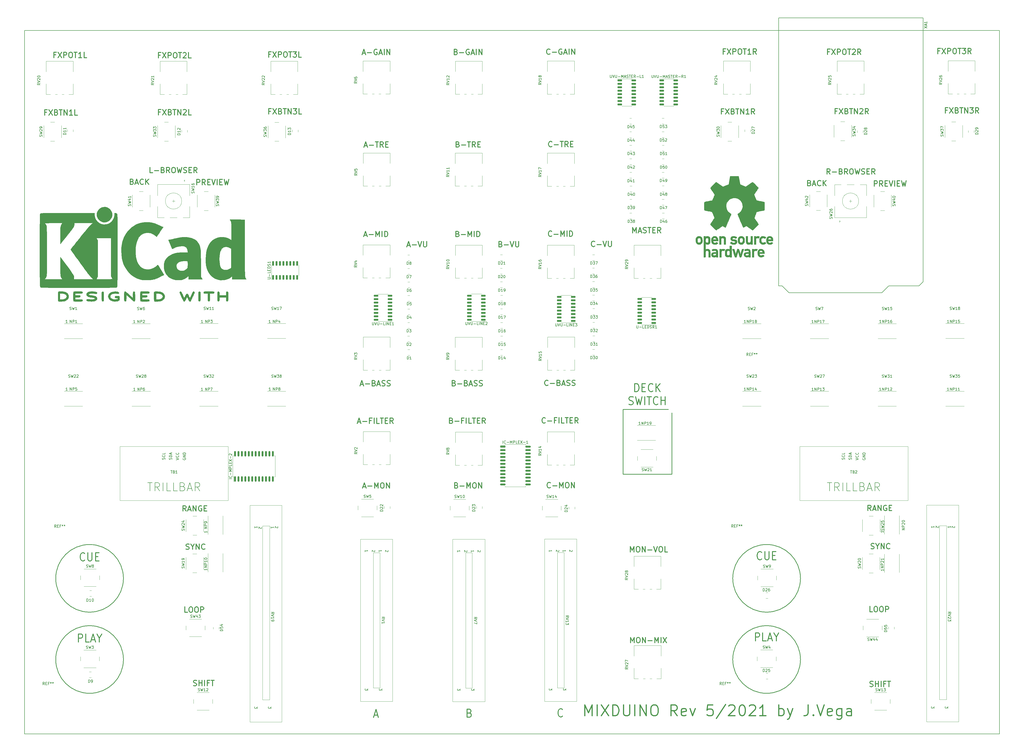
<source format=gbr>
%TF.GenerationSoftware,KiCad,Pcbnew,(5.99.0-11071-g7fde05e8ee)*%
%TF.CreationDate,2021-07-29T16:05:04+02:00*%
%TF.ProjectId,Mixduino,4d697864-7569-46e6-9f2e-6b696361645f,rev?*%
%TF.SameCoordinates,Original*%
%TF.FileFunction,Legend,Top*%
%TF.FilePolarity,Positive*%
%FSLAX46Y46*%
G04 Gerber Fmt 4.6, Leading zero omitted, Abs format (unit mm)*
G04 Created by KiCad (PCBNEW (5.99.0-11071-g7fde05e8ee)) date 2021-07-29 16:05:04*
%MOMM*%
%LPD*%
G01*
G04 APERTURE LIST*
G04 Aperture macros list*
%AMRoundRect*
0 Rectangle with rounded corners*
0 $1 Rounding radius*
0 $2 $3 $4 $5 $6 $7 $8 $9 X,Y pos of 4 corners*
0 Add a 4 corners polygon primitive as box body*
4,1,4,$2,$3,$4,$5,$6,$7,$8,$9,$2,$3,0*
0 Add four circle primitives for the rounded corners*
1,1,$1+$1,$2,$3*
1,1,$1+$1,$4,$5*
1,1,$1+$1,$6,$7*
1,1,$1+$1,$8,$9*
0 Add four rect primitives between the rounded corners*
20,1,$1+$1,$2,$3,$4,$5,0*
20,1,$1+$1,$4,$5,$6,$7,0*
20,1,$1+$1,$6,$7,$8,$9,0*
20,1,$1+$1,$8,$9,$2,$3,0*%
G04 Aperture macros list end*
%ADD10C,0.250000*%
%TA.AperFunction,Profile*%
%ADD11C,0.150000*%
%TD*%
%ADD12C,0.300000*%
%ADD13C,0.375000*%
%ADD14C,0.400000*%
%ADD15C,0.150000*%
%ADD16C,0.120000*%
%ADD17C,0.010000*%
%ADD18C,2.200000*%
%ADD19O,1.727200X1.727200*%
%ADD20RoundRect,0.150000X0.725000X0.150000X-0.725000X0.150000X-0.725000X-0.150000X0.725000X-0.150000X0*%
%ADD21R,1.800000X1.800000*%
%ADD22C,1.800000*%
%ADD23C,2.000000*%
%ADD24O,1.600000X2.400000*%
%ADD25O,1.600000X2.462000*%
%ADD26C,2.100000*%
%ADD27R,1.500000X1.000000*%
%ADD28R,3.500000X0.989531*%
%ADD29R,1.000000X2.000000*%
%ADD30C,6.400000*%
%ADD31C,3.600000*%
%ADD32C,3.200000*%
%ADD33C,4.000000*%
%ADD34C,1.524000*%
%ADD35R,2.000000X2.000000*%
%ADD36RoundRect,0.150000X0.150000X-0.875000X0.150000X0.875000X-0.150000X0.875000X-0.150000X-0.875000X0*%
%ADD37RoundRect,0.150000X0.150000X-0.725000X0.150000X0.725000X-0.150000X0.725000X-0.150000X-0.725000X0*%
%ADD38R,1.000000X1.500000*%
%ADD39RoundRect,0.150000X-0.725000X-0.150000X0.725000X-0.150000X0.725000X0.150000X-0.725000X0.150000X0*%
%ADD40RoundRect,0.150000X-0.875000X-0.150000X0.875000X-0.150000X0.875000X0.150000X-0.875000X0.150000X0*%
G04 APERTURE END LIST*
D10*
X155500000Y-253500000D02*
G75*
G03*
X155500000Y-253500000I-12500000J0D01*
G01*
X358000000Y-191000000D02*
X340000000Y-191000000D01*
X340000000Y-215000000D02*
X358000000Y-215000000D01*
X340000000Y-191000000D02*
X340000000Y-215000000D01*
X155500000Y-283500000D02*
G75*
G03*
X155500000Y-283500000I-12500000J0D01*
G01*
X405500000Y-283500000D02*
G75*
G03*
X405500000Y-283500000I-12500000J0D01*
G01*
X405500000Y-253500000D02*
G75*
G03*
X405500000Y-253500000I-12500000J0D01*
G01*
X358000000Y-215000000D02*
X358000000Y-191000000D01*
D11*
X479000000Y-311000000D02*
X119000000Y-311000000D01*
X119000000Y-311000000D02*
X119000000Y-51000000D01*
X479000000Y-51000000D02*
X479000000Y-311000000D01*
X119000000Y-51000000D02*
X479000000Y-51000000D01*
D12*
X169061904Y-60117142D02*
X168395238Y-60117142D01*
X168395238Y-61164761D02*
X168395238Y-59164761D01*
X169347619Y-59164761D01*
X169919047Y-59164761D02*
X171252380Y-61164761D01*
X171252380Y-59164761D02*
X169919047Y-61164761D01*
X172014285Y-61164761D02*
X172014285Y-59164761D01*
X172776190Y-59164761D01*
X172966666Y-59260000D01*
X173061904Y-59355238D01*
X173157142Y-59545714D01*
X173157142Y-59831428D01*
X173061904Y-60021904D01*
X172966666Y-60117142D01*
X172776190Y-60212380D01*
X172014285Y-60212380D01*
X174395238Y-59164761D02*
X174776190Y-59164761D01*
X174966666Y-59260000D01*
X175157142Y-59450476D01*
X175252380Y-59831428D01*
X175252380Y-60498095D01*
X175157142Y-60879047D01*
X174966666Y-61069523D01*
X174776190Y-61164761D01*
X174395238Y-61164761D01*
X174204761Y-61069523D01*
X174014285Y-60879047D01*
X173919047Y-60498095D01*
X173919047Y-59831428D01*
X174014285Y-59450476D01*
X174204761Y-59260000D01*
X174395238Y-59164761D01*
X175823809Y-59164761D02*
X176966666Y-59164761D01*
X176395238Y-61164761D02*
X176395238Y-59164761D01*
X177538095Y-59355238D02*
X177633333Y-59260000D01*
X177823809Y-59164761D01*
X178300000Y-59164761D01*
X178490476Y-59260000D01*
X178585714Y-59355238D01*
X178680952Y-59545714D01*
X178680952Y-59736190D01*
X178585714Y-60021904D01*
X177442857Y-61164761D01*
X178680952Y-61164761D01*
X180490476Y-61164761D02*
X179538095Y-61164761D01*
X179538095Y-59164761D01*
X313714285Y-93814285D02*
X313619047Y-93909523D01*
X313333333Y-94004761D01*
X313142857Y-94004761D01*
X312857142Y-93909523D01*
X312666666Y-93719047D01*
X312571428Y-93528571D01*
X312476190Y-93147619D01*
X312476190Y-92861904D01*
X312571428Y-92480952D01*
X312666666Y-92290476D01*
X312857142Y-92100000D01*
X313142857Y-92004761D01*
X313333333Y-92004761D01*
X313619047Y-92100000D01*
X313714285Y-92195238D01*
X314571428Y-93242857D02*
X316095238Y-93242857D01*
X316761904Y-92004761D02*
X317904761Y-92004761D01*
X317333333Y-94004761D02*
X317333333Y-92004761D01*
X319714285Y-94004761D02*
X319047619Y-93052380D01*
X318571428Y-94004761D02*
X318571428Y-92004761D01*
X319333333Y-92004761D01*
X319523809Y-92100000D01*
X319619047Y-92195238D01*
X319714285Y-92385714D01*
X319714285Y-92671428D01*
X319619047Y-92861904D01*
X319523809Y-92957142D01*
X319333333Y-93052380D01*
X318571428Y-93052380D01*
X320571428Y-92957142D02*
X321238095Y-92957142D01*
X321523809Y-94004761D02*
X320571428Y-94004761D01*
X320571428Y-92004761D01*
X321523809Y-92004761D01*
X243063809Y-181823333D02*
X244016190Y-181823333D01*
X242873333Y-182394761D02*
X243540000Y-180394761D01*
X244206666Y-182394761D01*
X244873333Y-181632857D02*
X246397142Y-181632857D01*
X248016190Y-181347142D02*
X248301904Y-181442380D01*
X248397142Y-181537619D01*
X248492380Y-181728095D01*
X248492380Y-182013809D01*
X248397142Y-182204285D01*
X248301904Y-182299523D01*
X248111428Y-182394761D01*
X247349523Y-182394761D01*
X247349523Y-180394761D01*
X248016190Y-180394761D01*
X248206666Y-180490000D01*
X248301904Y-180585238D01*
X248397142Y-180775714D01*
X248397142Y-180966190D01*
X248301904Y-181156666D01*
X248206666Y-181251904D01*
X248016190Y-181347142D01*
X247349523Y-181347142D01*
X249254285Y-181823333D02*
X250206666Y-181823333D01*
X249063809Y-182394761D02*
X249730476Y-180394761D01*
X250397142Y-182394761D01*
X250968571Y-182299523D02*
X251254285Y-182394761D01*
X251730476Y-182394761D01*
X251920952Y-182299523D01*
X252016190Y-182204285D01*
X252111428Y-182013809D01*
X252111428Y-181823333D01*
X252016190Y-181632857D01*
X251920952Y-181537619D01*
X251730476Y-181442380D01*
X251349523Y-181347142D01*
X251159047Y-181251904D01*
X251063809Y-181156666D01*
X250968571Y-180966190D01*
X250968571Y-180775714D01*
X251063809Y-180585238D01*
X251159047Y-180490000D01*
X251349523Y-180394761D01*
X251825714Y-180394761D01*
X252111428Y-180490000D01*
X252873333Y-182299523D02*
X253159047Y-182394761D01*
X253635238Y-182394761D01*
X253825714Y-182299523D01*
X253920952Y-182204285D01*
X254016190Y-182013809D01*
X254016190Y-181823333D01*
X253920952Y-181632857D01*
X253825714Y-181537619D01*
X253635238Y-181442380D01*
X253254285Y-181347142D01*
X253063809Y-181251904D01*
X252968571Y-181156666D01*
X252873333Y-180966190D01*
X252873333Y-180775714D01*
X252968571Y-180585238D01*
X253063809Y-180490000D01*
X253254285Y-180394761D01*
X253730476Y-180394761D01*
X254016190Y-180490000D01*
D13*
X317635714Y-304431428D02*
X317507142Y-304574285D01*
X317121428Y-304717142D01*
X316864285Y-304717142D01*
X316478571Y-304574285D01*
X316221428Y-304288571D01*
X316092857Y-304002857D01*
X315964285Y-303431428D01*
X315964285Y-303002857D01*
X316092857Y-302431428D01*
X316221428Y-302145714D01*
X316478571Y-301860000D01*
X316864285Y-301717142D01*
X317121428Y-301717142D01*
X317507142Y-301860000D01*
X317635714Y-302002857D01*
D12*
X431548809Y-242509523D02*
X431834523Y-242604761D01*
X432310714Y-242604761D01*
X432501190Y-242509523D01*
X432596428Y-242414285D01*
X432691666Y-242223809D01*
X432691666Y-242033333D01*
X432596428Y-241842857D01*
X432501190Y-241747619D01*
X432310714Y-241652380D01*
X431929761Y-241557142D01*
X431739285Y-241461904D01*
X431644047Y-241366666D01*
X431548809Y-241176190D01*
X431548809Y-240985714D01*
X431644047Y-240795238D01*
X431739285Y-240700000D01*
X431929761Y-240604761D01*
X432405952Y-240604761D01*
X432691666Y-240700000D01*
X433929761Y-241652380D02*
X433929761Y-242604761D01*
X433263095Y-240604761D02*
X433929761Y-241652380D01*
X434596428Y-240604761D01*
X435263095Y-242604761D02*
X435263095Y-240604761D01*
X436405952Y-242604761D01*
X436405952Y-240604761D01*
X438501190Y-242414285D02*
X438405952Y-242509523D01*
X438120238Y-242604761D01*
X437929761Y-242604761D01*
X437644047Y-242509523D01*
X437453571Y-242319047D01*
X437358333Y-242128571D01*
X437263095Y-241747619D01*
X437263095Y-241461904D01*
X437358333Y-241080952D01*
X437453571Y-240890476D01*
X437644047Y-240700000D01*
X437929761Y-240604761D01*
X438120238Y-240604761D01*
X438405952Y-240700000D01*
X438501190Y-240795238D01*
X166283333Y-103614761D02*
X165330952Y-103614761D01*
X165330952Y-101614761D01*
X166950000Y-102852857D02*
X168473809Y-102852857D01*
X170092857Y-102567142D02*
X170378571Y-102662380D01*
X170473809Y-102757619D01*
X170569047Y-102948095D01*
X170569047Y-103233809D01*
X170473809Y-103424285D01*
X170378571Y-103519523D01*
X170188095Y-103614761D01*
X169426190Y-103614761D01*
X169426190Y-101614761D01*
X170092857Y-101614761D01*
X170283333Y-101710000D01*
X170378571Y-101805238D01*
X170473809Y-101995714D01*
X170473809Y-102186190D01*
X170378571Y-102376666D01*
X170283333Y-102471904D01*
X170092857Y-102567142D01*
X169426190Y-102567142D01*
X172569047Y-103614761D02*
X171902380Y-102662380D01*
X171426190Y-103614761D02*
X171426190Y-101614761D01*
X172188095Y-101614761D01*
X172378571Y-101710000D01*
X172473809Y-101805238D01*
X172569047Y-101995714D01*
X172569047Y-102281428D01*
X172473809Y-102471904D01*
X172378571Y-102567142D01*
X172188095Y-102662380D01*
X171426190Y-102662380D01*
X173807142Y-101614761D02*
X174188095Y-101614761D01*
X174378571Y-101710000D01*
X174569047Y-101900476D01*
X174664285Y-102281428D01*
X174664285Y-102948095D01*
X174569047Y-103329047D01*
X174378571Y-103519523D01*
X174188095Y-103614761D01*
X173807142Y-103614761D01*
X173616666Y-103519523D01*
X173426190Y-103329047D01*
X173330952Y-102948095D01*
X173330952Y-102281428D01*
X173426190Y-101900476D01*
X173616666Y-101710000D01*
X173807142Y-101614761D01*
X175330952Y-101614761D02*
X175807142Y-103614761D01*
X176188095Y-102186190D01*
X176569047Y-103614761D01*
X177045238Y-101614761D01*
X177711904Y-103519523D02*
X177997619Y-103614761D01*
X178473809Y-103614761D01*
X178664285Y-103519523D01*
X178759523Y-103424285D01*
X178854761Y-103233809D01*
X178854761Y-103043333D01*
X178759523Y-102852857D01*
X178664285Y-102757619D01*
X178473809Y-102662380D01*
X178092857Y-102567142D01*
X177902380Y-102471904D01*
X177807142Y-102376666D01*
X177711904Y-102186190D01*
X177711904Y-101995714D01*
X177807142Y-101805238D01*
X177902380Y-101710000D01*
X178092857Y-101614761D01*
X178569047Y-101614761D01*
X178854761Y-101710000D01*
X179711904Y-102567142D02*
X180378571Y-102567142D01*
X180664285Y-103614761D02*
X179711904Y-103614761D01*
X179711904Y-101614761D01*
X180664285Y-101614761D01*
X182664285Y-103614761D02*
X181997619Y-102662380D01*
X181521428Y-103614761D02*
X181521428Y-101614761D01*
X182283333Y-101614761D01*
X182473809Y-101710000D01*
X182569047Y-101805238D01*
X182664285Y-101995714D01*
X182664285Y-102281428D01*
X182569047Y-102471904D01*
X182473809Y-102567142D01*
X182283333Y-102662380D01*
X181521428Y-102662380D01*
D13*
X248117142Y-304070000D02*
X249402857Y-304070000D01*
X247860000Y-304927142D02*
X248760000Y-301927142D01*
X249660000Y-304927142D01*
D12*
X181385714Y-293109523D02*
X181671428Y-293204761D01*
X182147619Y-293204761D01*
X182338095Y-293109523D01*
X182433333Y-293014285D01*
X182528571Y-292823809D01*
X182528571Y-292633333D01*
X182433333Y-292442857D01*
X182338095Y-292347619D01*
X182147619Y-292252380D01*
X181766666Y-292157142D01*
X181576190Y-292061904D01*
X181480952Y-291966666D01*
X181385714Y-291776190D01*
X181385714Y-291585714D01*
X181480952Y-291395238D01*
X181576190Y-291300000D01*
X181766666Y-291204761D01*
X182242857Y-291204761D01*
X182528571Y-291300000D01*
X183385714Y-293204761D02*
X183385714Y-291204761D01*
X183385714Y-292157142D02*
X184528571Y-292157142D01*
X184528571Y-293204761D02*
X184528571Y-291204761D01*
X185480952Y-293204761D02*
X185480952Y-291204761D01*
X187100000Y-292157142D02*
X186433333Y-292157142D01*
X186433333Y-293204761D02*
X186433333Y-291204761D01*
X187385714Y-291204761D01*
X187861904Y-291204761D02*
X189004761Y-291204761D01*
X188433333Y-293204761D02*
X188433333Y-291204761D01*
X179148809Y-266054761D02*
X178196428Y-266054761D01*
X178196428Y-264054761D01*
X180196428Y-264054761D02*
X180577380Y-264054761D01*
X180767857Y-264150000D01*
X180958333Y-264340476D01*
X181053571Y-264721428D01*
X181053571Y-265388095D01*
X180958333Y-265769047D01*
X180767857Y-265959523D01*
X180577380Y-266054761D01*
X180196428Y-266054761D01*
X180005952Y-265959523D01*
X179815476Y-265769047D01*
X179720238Y-265388095D01*
X179720238Y-264721428D01*
X179815476Y-264340476D01*
X180005952Y-264150000D01*
X180196428Y-264054761D01*
X182291666Y-264054761D02*
X182672619Y-264054761D01*
X182863095Y-264150000D01*
X183053571Y-264340476D01*
X183148809Y-264721428D01*
X183148809Y-265388095D01*
X183053571Y-265769047D01*
X182863095Y-265959523D01*
X182672619Y-266054761D01*
X182291666Y-266054761D01*
X182101190Y-265959523D01*
X181910714Y-265769047D01*
X181815476Y-265388095D01*
X181815476Y-264721428D01*
X181910714Y-264340476D01*
X182101190Y-264150000D01*
X182291666Y-264054761D01*
X184005952Y-266054761D02*
X184005952Y-264054761D01*
X184767857Y-264054761D01*
X184958333Y-264150000D01*
X185053571Y-264245238D01*
X185148809Y-264435714D01*
X185148809Y-264721428D01*
X185053571Y-264911904D01*
X184958333Y-265007142D01*
X184767857Y-265102380D01*
X184005952Y-265102380D01*
X431160714Y-293434523D02*
X431446428Y-293529761D01*
X431922619Y-293529761D01*
X432113095Y-293434523D01*
X432208333Y-293339285D01*
X432303571Y-293148809D01*
X432303571Y-292958333D01*
X432208333Y-292767857D01*
X432113095Y-292672619D01*
X431922619Y-292577380D01*
X431541666Y-292482142D01*
X431351190Y-292386904D01*
X431255952Y-292291666D01*
X431160714Y-292101190D01*
X431160714Y-291910714D01*
X431255952Y-291720238D01*
X431351190Y-291625000D01*
X431541666Y-291529761D01*
X432017857Y-291529761D01*
X432303571Y-291625000D01*
X433160714Y-293529761D02*
X433160714Y-291529761D01*
X433160714Y-292482142D02*
X434303571Y-292482142D01*
X434303571Y-293529761D02*
X434303571Y-291529761D01*
X435255952Y-293529761D02*
X435255952Y-291529761D01*
X436875000Y-292482142D02*
X436208333Y-292482142D01*
X436208333Y-293529761D02*
X436208333Y-291529761D01*
X437160714Y-291529761D01*
X437636904Y-291529761D02*
X438779761Y-291529761D01*
X438208333Y-293529761D02*
X438208333Y-291529761D01*
X158655714Y-106867142D02*
X158941428Y-106962380D01*
X159036666Y-107057619D01*
X159131904Y-107248095D01*
X159131904Y-107533809D01*
X159036666Y-107724285D01*
X158941428Y-107819523D01*
X158750952Y-107914761D01*
X157989047Y-107914761D01*
X157989047Y-105914761D01*
X158655714Y-105914761D01*
X158846190Y-106010000D01*
X158941428Y-106105238D01*
X159036666Y-106295714D01*
X159036666Y-106486190D01*
X158941428Y-106676666D01*
X158846190Y-106771904D01*
X158655714Y-106867142D01*
X157989047Y-106867142D01*
X159893809Y-107343333D02*
X160846190Y-107343333D01*
X159703333Y-107914761D02*
X160370000Y-105914761D01*
X161036666Y-107914761D01*
X162846190Y-107724285D02*
X162750952Y-107819523D01*
X162465238Y-107914761D01*
X162274761Y-107914761D01*
X161989047Y-107819523D01*
X161798571Y-107629047D01*
X161703333Y-107438571D01*
X161608095Y-107057619D01*
X161608095Y-106771904D01*
X161703333Y-106390952D01*
X161798571Y-106200476D01*
X161989047Y-106010000D01*
X162274761Y-105914761D01*
X162465238Y-105914761D01*
X162750952Y-106010000D01*
X162846190Y-106105238D01*
X163703333Y-107914761D02*
X163703333Y-105914761D01*
X164846190Y-107914761D02*
X163989047Y-106771904D01*
X164846190Y-105914761D02*
X163703333Y-107057619D01*
X416433333Y-104114761D02*
X415766666Y-103162380D01*
X415290476Y-104114761D02*
X415290476Y-102114761D01*
X416052380Y-102114761D01*
X416242857Y-102210000D01*
X416338095Y-102305238D01*
X416433333Y-102495714D01*
X416433333Y-102781428D01*
X416338095Y-102971904D01*
X416242857Y-103067142D01*
X416052380Y-103162380D01*
X415290476Y-103162380D01*
X417290476Y-103352857D02*
X418814285Y-103352857D01*
X420433333Y-103067142D02*
X420719047Y-103162380D01*
X420814285Y-103257619D01*
X420909523Y-103448095D01*
X420909523Y-103733809D01*
X420814285Y-103924285D01*
X420719047Y-104019523D01*
X420528571Y-104114761D01*
X419766666Y-104114761D01*
X419766666Y-102114761D01*
X420433333Y-102114761D01*
X420623809Y-102210000D01*
X420719047Y-102305238D01*
X420814285Y-102495714D01*
X420814285Y-102686190D01*
X420719047Y-102876666D01*
X420623809Y-102971904D01*
X420433333Y-103067142D01*
X419766666Y-103067142D01*
X422909523Y-104114761D02*
X422242857Y-103162380D01*
X421766666Y-104114761D02*
X421766666Y-102114761D01*
X422528571Y-102114761D01*
X422719047Y-102210000D01*
X422814285Y-102305238D01*
X422909523Y-102495714D01*
X422909523Y-102781428D01*
X422814285Y-102971904D01*
X422719047Y-103067142D01*
X422528571Y-103162380D01*
X421766666Y-103162380D01*
X424147619Y-102114761D02*
X424528571Y-102114761D01*
X424719047Y-102210000D01*
X424909523Y-102400476D01*
X425004761Y-102781428D01*
X425004761Y-103448095D01*
X424909523Y-103829047D01*
X424719047Y-104019523D01*
X424528571Y-104114761D01*
X424147619Y-104114761D01*
X423957142Y-104019523D01*
X423766666Y-103829047D01*
X423671428Y-103448095D01*
X423671428Y-102781428D01*
X423766666Y-102400476D01*
X423957142Y-102210000D01*
X424147619Y-102114761D01*
X425671428Y-102114761D02*
X426147619Y-104114761D01*
X426528571Y-102686190D01*
X426909523Y-104114761D01*
X427385714Y-102114761D01*
X428052380Y-104019523D02*
X428338095Y-104114761D01*
X428814285Y-104114761D01*
X429004761Y-104019523D01*
X429100000Y-103924285D01*
X429195238Y-103733809D01*
X429195238Y-103543333D01*
X429100000Y-103352857D01*
X429004761Y-103257619D01*
X428814285Y-103162380D01*
X428433333Y-103067142D01*
X428242857Y-102971904D01*
X428147619Y-102876666D01*
X428052380Y-102686190D01*
X428052380Y-102495714D01*
X428147619Y-102305238D01*
X428242857Y-102210000D01*
X428433333Y-102114761D01*
X428909523Y-102114761D01*
X429195238Y-102210000D01*
X430052380Y-103067142D02*
X430719047Y-103067142D01*
X431004761Y-104114761D02*
X430052380Y-104114761D01*
X430052380Y-102114761D01*
X431004761Y-102114761D01*
X433004761Y-104114761D02*
X432338095Y-103162380D01*
X431861904Y-104114761D02*
X431861904Y-102114761D01*
X432623809Y-102114761D01*
X432814285Y-102210000D01*
X432909523Y-102305238D01*
X433004761Y-102495714D01*
X433004761Y-102781428D01*
X432909523Y-102971904D01*
X432814285Y-103067142D01*
X432623809Y-103162380D01*
X431861904Y-103162380D01*
X311271428Y-195930294D02*
X311176190Y-196025532D01*
X310890476Y-196120770D01*
X310700000Y-196120770D01*
X310414285Y-196025532D01*
X310223809Y-195835056D01*
X310128571Y-195644580D01*
X310033333Y-195263628D01*
X310033333Y-194977913D01*
X310128571Y-194596961D01*
X310223809Y-194406485D01*
X310414285Y-194216009D01*
X310700000Y-194120770D01*
X310890476Y-194120770D01*
X311176190Y-194216009D01*
X311271428Y-194311247D01*
X312128571Y-195358866D02*
X313652380Y-195358866D01*
X315271428Y-195073151D02*
X314604761Y-195073151D01*
X314604761Y-196120770D02*
X314604761Y-194120770D01*
X315557142Y-194120770D01*
X316319047Y-196120770D02*
X316319047Y-194120770D01*
X318223809Y-196120770D02*
X317271428Y-196120770D01*
X317271428Y-194120770D01*
X318604761Y-194120770D02*
X319747619Y-194120770D01*
X319176190Y-196120770D02*
X319176190Y-194120770D01*
X320414285Y-195073151D02*
X321080952Y-195073151D01*
X321366666Y-196120770D02*
X320414285Y-196120770D01*
X320414285Y-194120770D01*
X321366666Y-194120770D01*
X323366666Y-196120770D02*
X322700000Y-195168389D01*
X322223809Y-196120770D02*
X322223809Y-194120770D01*
X322985714Y-194120770D01*
X323176190Y-194216009D01*
X323271428Y-194311247D01*
X323366666Y-194501723D01*
X323366666Y-194787437D01*
X323271428Y-194977913D01*
X323176190Y-195073151D01*
X322985714Y-195168389D01*
X322223809Y-195168389D01*
X182590476Y-108064761D02*
X182590476Y-106064761D01*
X183352380Y-106064761D01*
X183542857Y-106160000D01*
X183638095Y-106255238D01*
X183733333Y-106445714D01*
X183733333Y-106731428D01*
X183638095Y-106921904D01*
X183542857Y-107017142D01*
X183352380Y-107112380D01*
X182590476Y-107112380D01*
X185733333Y-108064761D02*
X185066666Y-107112380D01*
X184590476Y-108064761D02*
X184590476Y-106064761D01*
X185352380Y-106064761D01*
X185542857Y-106160000D01*
X185638095Y-106255238D01*
X185733333Y-106445714D01*
X185733333Y-106731428D01*
X185638095Y-106921904D01*
X185542857Y-107017142D01*
X185352380Y-107112380D01*
X184590476Y-107112380D01*
X186590476Y-107017142D02*
X187257142Y-107017142D01*
X187542857Y-108064761D02*
X186590476Y-108064761D01*
X186590476Y-106064761D01*
X187542857Y-106064761D01*
X188114285Y-106064761D02*
X188780952Y-108064761D01*
X189447619Y-106064761D01*
X190114285Y-108064761D02*
X190114285Y-106064761D01*
X191066666Y-107017142D02*
X191733333Y-107017142D01*
X192019047Y-108064761D02*
X191066666Y-108064761D01*
X191066666Y-106064761D01*
X192019047Y-106064761D01*
X192685714Y-106064761D02*
X193161904Y-108064761D01*
X193542857Y-106636190D01*
X193923809Y-108064761D01*
X194400000Y-106064761D01*
X278998095Y-93071133D02*
X279283809Y-93166371D01*
X279379047Y-93261610D01*
X279474285Y-93452086D01*
X279474285Y-93737800D01*
X279379047Y-93928276D01*
X279283809Y-94023514D01*
X279093333Y-94118752D01*
X278331428Y-94118752D01*
X278331428Y-92118752D01*
X278998095Y-92118752D01*
X279188571Y-92213991D01*
X279283809Y-92309229D01*
X279379047Y-92499705D01*
X279379047Y-92690181D01*
X279283809Y-92880657D01*
X279188571Y-92975895D01*
X278998095Y-93071133D01*
X278331428Y-93071133D01*
X280331428Y-93356848D02*
X281855238Y-93356848D01*
X282521904Y-92118752D02*
X283664761Y-92118752D01*
X283093333Y-94118752D02*
X283093333Y-92118752D01*
X285474285Y-94118752D02*
X284807619Y-93166371D01*
X284331428Y-94118752D02*
X284331428Y-92118752D01*
X285093333Y-92118752D01*
X285283809Y-92213991D01*
X285379047Y-92309229D01*
X285474285Y-92499705D01*
X285474285Y-92785419D01*
X285379047Y-92975895D01*
X285283809Y-93071133D01*
X285093333Y-93166371D01*
X284331428Y-93166371D01*
X286331428Y-93071133D02*
X286998095Y-93071133D01*
X287283809Y-94118752D02*
X286331428Y-94118752D01*
X286331428Y-92118752D01*
X287283809Y-92118752D01*
D13*
X138885714Y-277057958D02*
X138885714Y-274057958D01*
X139914285Y-274057958D01*
X140171428Y-274200816D01*
X140300000Y-274343673D01*
X140428571Y-274629387D01*
X140428571Y-275057958D01*
X140300000Y-275343673D01*
X140171428Y-275486530D01*
X139914285Y-275629387D01*
X138885714Y-275629387D01*
X142871428Y-277057958D02*
X141585714Y-277057958D01*
X141585714Y-274057958D01*
X143642857Y-276200816D02*
X144928571Y-276200816D01*
X143385714Y-277057958D02*
X144285714Y-274057958D01*
X145185714Y-277057958D01*
X146600000Y-275629387D02*
X146600000Y-277057958D01*
X145700000Y-274057958D02*
X146600000Y-275629387D01*
X147500000Y-274057958D01*
D12*
X329516190Y-130694285D02*
X329420952Y-130789523D01*
X329135238Y-130884761D01*
X328944761Y-130884761D01*
X328659047Y-130789523D01*
X328468571Y-130599047D01*
X328373333Y-130408571D01*
X328278095Y-130027619D01*
X328278095Y-129741904D01*
X328373333Y-129360952D01*
X328468571Y-129170476D01*
X328659047Y-128980000D01*
X328944761Y-128884761D01*
X329135238Y-128884761D01*
X329420952Y-128980000D01*
X329516190Y-129075238D01*
X330373333Y-130122857D02*
X331897142Y-130122857D01*
X332563809Y-128884761D02*
X333230476Y-130884761D01*
X333897142Y-128884761D01*
X334563809Y-128884761D02*
X334563809Y-130503809D01*
X334659047Y-130694285D01*
X334754285Y-130789523D01*
X334944761Y-130884761D01*
X335325714Y-130884761D01*
X335516190Y-130789523D01*
X335611428Y-130694285D01*
X335706666Y-130503809D01*
X335706666Y-128884761D01*
X278283809Y-58881133D02*
X278569523Y-58976371D01*
X278664761Y-59071610D01*
X278760000Y-59262086D01*
X278760000Y-59547800D01*
X278664761Y-59738276D01*
X278569523Y-59833514D01*
X278379047Y-59928752D01*
X277617142Y-59928752D01*
X277617142Y-57928752D01*
X278283809Y-57928752D01*
X278474285Y-58023991D01*
X278569523Y-58119229D01*
X278664761Y-58309705D01*
X278664761Y-58500181D01*
X278569523Y-58690657D01*
X278474285Y-58785895D01*
X278283809Y-58881133D01*
X277617142Y-58881133D01*
X279617142Y-59166848D02*
X281140952Y-59166848D01*
X283140952Y-58023991D02*
X282950476Y-57928752D01*
X282664761Y-57928752D01*
X282379047Y-58023991D01*
X282188571Y-58214467D01*
X282093333Y-58404943D01*
X281998095Y-58785895D01*
X281998095Y-59071610D01*
X282093333Y-59452562D01*
X282188571Y-59643038D01*
X282379047Y-59833514D01*
X282664761Y-59928752D01*
X282855238Y-59928752D01*
X283140952Y-59833514D01*
X283236190Y-59738276D01*
X283236190Y-59071610D01*
X282855238Y-59071610D01*
X283998095Y-59357324D02*
X284950476Y-59357324D01*
X283807619Y-59928752D02*
X284474285Y-57928752D01*
X285140952Y-59928752D01*
X285807619Y-59928752D02*
X285807619Y-57928752D01*
X286760000Y-59928752D02*
X286760000Y-57928752D01*
X287902857Y-59928752D01*
X287902857Y-57928752D01*
D13*
X391170000Y-246345124D02*
X391041428Y-246487981D01*
X390655714Y-246630838D01*
X390398571Y-246630838D01*
X390012857Y-246487981D01*
X389755714Y-246202267D01*
X389627142Y-245916553D01*
X389498571Y-245345124D01*
X389498571Y-244916553D01*
X389627142Y-244345124D01*
X389755714Y-244059410D01*
X390012857Y-243773696D01*
X390398571Y-243630838D01*
X390655714Y-243630838D01*
X391041428Y-243773696D01*
X391170000Y-243916553D01*
X392327142Y-243630838D02*
X392327142Y-246059410D01*
X392455714Y-246345124D01*
X392584285Y-246487981D01*
X392841428Y-246630838D01*
X393355714Y-246630838D01*
X393612857Y-246487981D01*
X393741428Y-246345124D01*
X393870000Y-246059410D01*
X393870000Y-243630838D01*
X395155714Y-245059410D02*
X396055714Y-245059410D01*
X396441428Y-246630838D02*
X395155714Y-246630838D01*
X395155714Y-243630838D01*
X396441428Y-243630838D01*
D12*
X276555238Y-195187142D02*
X276840952Y-195282380D01*
X276936190Y-195377619D01*
X277031428Y-195568095D01*
X277031428Y-195853809D01*
X276936190Y-196044285D01*
X276840952Y-196139523D01*
X276650476Y-196234761D01*
X275888571Y-196234761D01*
X275888571Y-194234761D01*
X276555238Y-194234761D01*
X276745714Y-194330000D01*
X276840952Y-194425238D01*
X276936190Y-194615714D01*
X276936190Y-194806190D01*
X276840952Y-194996666D01*
X276745714Y-195091904D01*
X276555238Y-195187142D01*
X275888571Y-195187142D01*
X277888571Y-195472857D02*
X279412380Y-195472857D01*
X281031428Y-195187142D02*
X280364761Y-195187142D01*
X280364761Y-196234761D02*
X280364761Y-194234761D01*
X281317142Y-194234761D01*
X282079047Y-196234761D02*
X282079047Y-194234761D01*
X283983809Y-196234761D02*
X283031428Y-196234761D01*
X283031428Y-194234761D01*
X284364761Y-194234761D02*
X285507619Y-194234761D01*
X284936190Y-196234761D02*
X284936190Y-194234761D01*
X286174285Y-195187142D02*
X286840952Y-195187142D01*
X287126666Y-196234761D02*
X286174285Y-196234761D01*
X286174285Y-194234761D01*
X287126666Y-194234761D01*
X289126666Y-196234761D02*
X288460000Y-195282380D01*
X287983809Y-196234761D02*
X287983809Y-194234761D01*
X288745714Y-194234761D01*
X288936190Y-194330000D01*
X289031428Y-194425238D01*
X289126666Y-194615714D01*
X289126666Y-194901428D01*
X289031428Y-195091904D01*
X288936190Y-195187142D01*
X288745714Y-195282380D01*
X287983809Y-195282380D01*
X377601428Y-58727142D02*
X376934761Y-58727142D01*
X376934761Y-59774761D02*
X376934761Y-57774761D01*
X377887142Y-57774761D01*
X378458571Y-57774761D02*
X379791904Y-59774761D01*
X379791904Y-57774761D02*
X378458571Y-59774761D01*
X380553809Y-59774761D02*
X380553809Y-57774761D01*
X381315714Y-57774761D01*
X381506190Y-57870000D01*
X381601428Y-57965238D01*
X381696666Y-58155714D01*
X381696666Y-58441428D01*
X381601428Y-58631904D01*
X381506190Y-58727142D01*
X381315714Y-58822380D01*
X380553809Y-58822380D01*
X382934761Y-57774761D02*
X383315714Y-57774761D01*
X383506190Y-57870000D01*
X383696666Y-58060476D01*
X383791904Y-58441428D01*
X383791904Y-59108095D01*
X383696666Y-59489047D01*
X383506190Y-59679523D01*
X383315714Y-59774761D01*
X382934761Y-59774761D01*
X382744285Y-59679523D01*
X382553809Y-59489047D01*
X382458571Y-59108095D01*
X382458571Y-58441428D01*
X382553809Y-58060476D01*
X382744285Y-57870000D01*
X382934761Y-57774761D01*
X384363333Y-57774761D02*
X385506190Y-57774761D01*
X384934761Y-59774761D02*
X384934761Y-57774761D01*
X387220476Y-59774761D02*
X386077619Y-59774761D01*
X386649047Y-59774761D02*
X386649047Y-57774761D01*
X386458571Y-58060476D01*
X386268095Y-58250952D01*
X386077619Y-58346190D01*
X389220476Y-59774761D02*
X388553809Y-58822380D01*
X388077619Y-59774761D02*
X388077619Y-57774761D01*
X388839523Y-57774761D01*
X389030000Y-57870000D01*
X389125238Y-57965238D01*
X389220476Y-58155714D01*
X389220476Y-58441428D01*
X389125238Y-58631904D01*
X389030000Y-58727142D01*
X388839523Y-58822380D01*
X388077619Y-58822380D01*
X432740476Y-108564761D02*
X432740476Y-106564761D01*
X433502380Y-106564761D01*
X433692857Y-106660000D01*
X433788095Y-106755238D01*
X433883333Y-106945714D01*
X433883333Y-107231428D01*
X433788095Y-107421904D01*
X433692857Y-107517142D01*
X433502380Y-107612380D01*
X432740476Y-107612380D01*
X435883333Y-108564761D02*
X435216666Y-107612380D01*
X434740476Y-108564761D02*
X434740476Y-106564761D01*
X435502380Y-106564761D01*
X435692857Y-106660000D01*
X435788095Y-106755238D01*
X435883333Y-106945714D01*
X435883333Y-107231428D01*
X435788095Y-107421904D01*
X435692857Y-107517142D01*
X435502380Y-107612380D01*
X434740476Y-107612380D01*
X436740476Y-107517142D02*
X437407142Y-107517142D01*
X437692857Y-108564761D02*
X436740476Y-108564761D01*
X436740476Y-106564761D01*
X437692857Y-106564761D01*
X438264285Y-106564761D02*
X438930952Y-108564761D01*
X439597619Y-106564761D01*
X440264285Y-108564761D02*
X440264285Y-106564761D01*
X441216666Y-107517142D02*
X441883333Y-107517142D01*
X442169047Y-108564761D02*
X441216666Y-108564761D01*
X441216666Y-106564761D01*
X442169047Y-106564761D01*
X442835714Y-106564761D02*
X443311904Y-108564761D01*
X443692857Y-107136190D01*
X444073809Y-108564761D01*
X444550000Y-106564761D01*
X313172857Y-219864285D02*
X313077619Y-219959523D01*
X312791904Y-220054761D01*
X312601428Y-220054761D01*
X312315714Y-219959523D01*
X312125238Y-219769047D01*
X312030000Y-219578571D01*
X311934761Y-219197619D01*
X311934761Y-218911904D01*
X312030000Y-218530952D01*
X312125238Y-218340476D01*
X312315714Y-218150000D01*
X312601428Y-218054761D01*
X312791904Y-218054761D01*
X313077619Y-218150000D01*
X313172857Y-218245238D01*
X314030000Y-219292857D02*
X315553809Y-219292857D01*
X316506190Y-220054761D02*
X316506190Y-218054761D01*
X317172857Y-219483333D01*
X317839523Y-218054761D01*
X317839523Y-220054761D01*
X319172857Y-218054761D02*
X319553809Y-218054761D01*
X319744285Y-218150000D01*
X319934761Y-218340476D01*
X320030000Y-218721428D01*
X320030000Y-219388095D01*
X319934761Y-219769047D01*
X319744285Y-219959523D01*
X319553809Y-220054761D01*
X319172857Y-220054761D01*
X318982380Y-219959523D01*
X318791904Y-219769047D01*
X318696666Y-219388095D01*
X318696666Y-218721428D01*
X318791904Y-218340476D01*
X318982380Y-218150000D01*
X319172857Y-218054761D01*
X320887142Y-220054761D02*
X320887142Y-218054761D01*
X322030000Y-220054761D01*
X322030000Y-218054761D01*
X312279047Y-182074285D02*
X312183809Y-182169523D01*
X311898095Y-182264761D01*
X311707619Y-182264761D01*
X311421904Y-182169523D01*
X311231428Y-181979047D01*
X311136190Y-181788571D01*
X311040952Y-181407619D01*
X311040952Y-181121904D01*
X311136190Y-180740952D01*
X311231428Y-180550476D01*
X311421904Y-180360000D01*
X311707619Y-180264761D01*
X311898095Y-180264761D01*
X312183809Y-180360000D01*
X312279047Y-180455238D01*
X313136190Y-181502857D02*
X314660000Y-181502857D01*
X316279047Y-181217142D02*
X316564761Y-181312380D01*
X316660000Y-181407619D01*
X316755238Y-181598095D01*
X316755238Y-181883809D01*
X316660000Y-182074285D01*
X316564761Y-182169523D01*
X316374285Y-182264761D01*
X315612380Y-182264761D01*
X315612380Y-180264761D01*
X316279047Y-180264761D01*
X316469523Y-180360000D01*
X316564761Y-180455238D01*
X316660000Y-180645714D01*
X316660000Y-180836190D01*
X316564761Y-181026666D01*
X316469523Y-181121904D01*
X316279047Y-181217142D01*
X315612380Y-181217142D01*
X317517142Y-181693333D02*
X318469523Y-181693333D01*
X317326666Y-182264761D02*
X317993333Y-180264761D01*
X318660000Y-182264761D01*
X319231428Y-182169523D02*
X319517142Y-182264761D01*
X319993333Y-182264761D01*
X320183809Y-182169523D01*
X320279047Y-182074285D01*
X320374285Y-181883809D01*
X320374285Y-181693333D01*
X320279047Y-181502857D01*
X320183809Y-181407619D01*
X319993333Y-181312380D01*
X319612380Y-181217142D01*
X319421904Y-181121904D01*
X319326666Y-181026666D01*
X319231428Y-180836190D01*
X319231428Y-180645714D01*
X319326666Y-180455238D01*
X319421904Y-180360000D01*
X319612380Y-180264761D01*
X320088571Y-180264761D01*
X320374285Y-180360000D01*
X321136190Y-182169523D02*
X321421904Y-182264761D01*
X321898095Y-182264761D01*
X322088571Y-182169523D01*
X322183809Y-182074285D01*
X322279047Y-181883809D01*
X322279047Y-181693333D01*
X322183809Y-181502857D01*
X322088571Y-181407619D01*
X321898095Y-181312380D01*
X321517142Y-181217142D01*
X321326666Y-181121904D01*
X321231428Y-181026666D01*
X321136190Y-180836190D01*
X321136190Y-180645714D01*
X321231428Y-180455238D01*
X321326666Y-180360000D01*
X321517142Y-180264761D01*
X321993333Y-180264761D01*
X322279047Y-180360000D01*
X418951428Y-80797142D02*
X418284761Y-80797142D01*
X418284761Y-81844761D02*
X418284761Y-79844761D01*
X419237142Y-79844761D01*
X419808571Y-79844761D02*
X421141904Y-81844761D01*
X421141904Y-79844761D02*
X419808571Y-81844761D01*
X422570476Y-80797142D02*
X422856190Y-80892380D01*
X422951428Y-80987619D01*
X423046666Y-81178095D01*
X423046666Y-81463809D01*
X422951428Y-81654285D01*
X422856190Y-81749523D01*
X422665714Y-81844761D01*
X421903809Y-81844761D01*
X421903809Y-79844761D01*
X422570476Y-79844761D01*
X422760952Y-79940000D01*
X422856190Y-80035238D01*
X422951428Y-80225714D01*
X422951428Y-80416190D01*
X422856190Y-80606666D01*
X422760952Y-80701904D01*
X422570476Y-80797142D01*
X421903809Y-80797142D01*
X423618095Y-79844761D02*
X424760952Y-79844761D01*
X424189523Y-81844761D02*
X424189523Y-79844761D01*
X425427619Y-81844761D02*
X425427619Y-79844761D01*
X426570476Y-81844761D01*
X426570476Y-79844761D01*
X427427619Y-80035238D02*
X427522857Y-79940000D01*
X427713333Y-79844761D01*
X428189523Y-79844761D01*
X428380000Y-79940000D01*
X428475238Y-80035238D01*
X428570476Y-80225714D01*
X428570476Y-80416190D01*
X428475238Y-80701904D01*
X427332380Y-81844761D01*
X428570476Y-81844761D01*
X430570476Y-81844761D02*
X429903809Y-80892380D01*
X429427619Y-81844761D02*
X429427619Y-79844761D01*
X430189523Y-79844761D01*
X430380000Y-79940000D01*
X430475238Y-80035238D01*
X430570476Y-80225714D01*
X430570476Y-80511428D01*
X430475238Y-80701904D01*
X430380000Y-80797142D01*
X430189523Y-80892380D01*
X429427619Y-80892380D01*
X244499047Y-93563333D02*
X245451428Y-93563333D01*
X244308571Y-94134761D02*
X244975238Y-92134761D01*
X245641904Y-94134761D01*
X246308571Y-93372857D02*
X247832380Y-93372857D01*
X248499047Y-92134761D02*
X249641904Y-92134761D01*
X249070476Y-94134761D02*
X249070476Y-92134761D01*
X251451428Y-94134761D02*
X250784761Y-93182380D01*
X250308571Y-94134761D02*
X250308571Y-92134761D01*
X251070476Y-92134761D01*
X251260952Y-92230000D01*
X251356190Y-92325238D01*
X251451428Y-92515714D01*
X251451428Y-92801428D01*
X251356190Y-92991904D01*
X251260952Y-93087142D01*
X251070476Y-93182380D01*
X250308571Y-93182380D01*
X252308571Y-93087142D02*
X252975238Y-93087142D01*
X253260952Y-94134761D02*
X252308571Y-94134761D01*
X252308571Y-92134761D01*
X253260952Y-92134761D01*
X342660714Y-243754761D02*
X342660714Y-241754761D01*
X343327380Y-243183333D01*
X343994047Y-241754761D01*
X343994047Y-243754761D01*
X345327380Y-241754761D02*
X345708333Y-241754761D01*
X345898809Y-241850000D01*
X346089285Y-242040476D01*
X346184523Y-242421428D01*
X346184523Y-243088095D01*
X346089285Y-243469047D01*
X345898809Y-243659523D01*
X345708333Y-243754761D01*
X345327380Y-243754761D01*
X345136904Y-243659523D01*
X344946428Y-243469047D01*
X344851190Y-243088095D01*
X344851190Y-242421428D01*
X344946428Y-242040476D01*
X345136904Y-241850000D01*
X345327380Y-241754761D01*
X347041666Y-243754761D02*
X347041666Y-241754761D01*
X348184523Y-243754761D01*
X348184523Y-241754761D01*
X349136904Y-242992857D02*
X350660714Y-242992857D01*
X351327380Y-241754761D02*
X351994047Y-243754761D01*
X352660714Y-241754761D01*
X353708333Y-241754761D02*
X354089285Y-241754761D01*
X354279761Y-241850000D01*
X354470238Y-242040476D01*
X354565476Y-242421428D01*
X354565476Y-243088095D01*
X354470238Y-243469047D01*
X354279761Y-243659523D01*
X354089285Y-243754761D01*
X353708333Y-243754761D01*
X353517857Y-243659523D01*
X353327380Y-243469047D01*
X353232142Y-243088095D01*
X353232142Y-242421428D01*
X353327380Y-242040476D01*
X353517857Y-241850000D01*
X353708333Y-241754761D01*
X356375000Y-243754761D02*
X355422619Y-243754761D01*
X355422619Y-241754761D01*
X243784761Y-59373333D02*
X244737142Y-59373333D01*
X243594285Y-59944761D02*
X244260952Y-57944761D01*
X244927619Y-59944761D01*
X245594285Y-59182857D02*
X247118095Y-59182857D01*
X249118095Y-58040000D02*
X248927619Y-57944761D01*
X248641904Y-57944761D01*
X248356190Y-58040000D01*
X248165714Y-58230476D01*
X248070476Y-58420952D01*
X247975238Y-58801904D01*
X247975238Y-59087619D01*
X248070476Y-59468571D01*
X248165714Y-59659047D01*
X248356190Y-59849523D01*
X248641904Y-59944761D01*
X248832380Y-59944761D01*
X249118095Y-59849523D01*
X249213333Y-59754285D01*
X249213333Y-59087619D01*
X248832380Y-59087619D01*
X249975238Y-59373333D02*
X250927619Y-59373333D01*
X249784761Y-59944761D02*
X250451428Y-57944761D01*
X251118095Y-59944761D01*
X251784761Y-59944761D02*
X251784761Y-57944761D01*
X252737142Y-59944761D02*
X252737142Y-57944761D01*
X253880000Y-59944761D01*
X253880000Y-57944761D01*
X242056190Y-195679342D02*
X243008571Y-195679342D01*
X241865714Y-196250770D02*
X242532380Y-194250770D01*
X243199047Y-196250770D01*
X243865714Y-195488866D02*
X245389523Y-195488866D01*
X247008571Y-195203151D02*
X246341904Y-195203151D01*
X246341904Y-196250770D02*
X246341904Y-194250770D01*
X247294285Y-194250770D01*
X248056190Y-196250770D02*
X248056190Y-194250770D01*
X249960952Y-196250770D02*
X249008571Y-196250770D01*
X249008571Y-194250770D01*
X250341904Y-194250770D02*
X251484761Y-194250770D01*
X250913333Y-196250770D02*
X250913333Y-194250770D01*
X252151428Y-195203151D02*
X252818095Y-195203151D01*
X253103809Y-196250770D02*
X252151428Y-196250770D01*
X252151428Y-194250770D01*
X253103809Y-194250770D01*
X255103809Y-196250770D02*
X254437142Y-195298389D01*
X253960952Y-196250770D02*
X253960952Y-194250770D01*
X254722857Y-194250770D01*
X254913333Y-194346009D01*
X255008571Y-194441247D01*
X255103809Y-194631723D01*
X255103809Y-194917437D01*
X255008571Y-195107913D01*
X254913333Y-195203151D01*
X254722857Y-195298389D01*
X253960952Y-195298389D01*
X209781904Y-59817142D02*
X209115238Y-59817142D01*
X209115238Y-60864761D02*
X209115238Y-58864761D01*
X210067619Y-58864761D01*
X210639047Y-58864761D02*
X211972380Y-60864761D01*
X211972380Y-58864761D02*
X210639047Y-60864761D01*
X212734285Y-60864761D02*
X212734285Y-58864761D01*
X213496190Y-58864761D01*
X213686666Y-58960000D01*
X213781904Y-59055238D01*
X213877142Y-59245714D01*
X213877142Y-59531428D01*
X213781904Y-59721904D01*
X213686666Y-59817142D01*
X213496190Y-59912380D01*
X212734285Y-59912380D01*
X215115238Y-58864761D02*
X215496190Y-58864761D01*
X215686666Y-58960000D01*
X215877142Y-59150476D01*
X215972380Y-59531428D01*
X215972380Y-60198095D01*
X215877142Y-60579047D01*
X215686666Y-60769523D01*
X215496190Y-60864761D01*
X215115238Y-60864761D01*
X214924761Y-60769523D01*
X214734285Y-60579047D01*
X214639047Y-60198095D01*
X214639047Y-59531428D01*
X214734285Y-59150476D01*
X214924761Y-58960000D01*
X215115238Y-58864761D01*
X216543809Y-58864761D02*
X217686666Y-58864761D01*
X217115238Y-60864761D02*
X217115238Y-58864761D01*
X218162857Y-58864761D02*
X219400952Y-58864761D01*
X218734285Y-59626666D01*
X219020000Y-59626666D01*
X219210476Y-59721904D01*
X219305714Y-59817142D01*
X219400952Y-60007619D01*
X219400952Y-60483809D01*
X219305714Y-60674285D01*
X219210476Y-60769523D01*
X219020000Y-60864761D01*
X218448571Y-60864761D01*
X218258095Y-60769523D01*
X218162857Y-60674285D01*
X221210476Y-60864761D02*
X220258095Y-60864761D01*
X220258095Y-58864761D01*
X431559523Y-228479761D02*
X430892857Y-227527380D01*
X430416666Y-228479761D02*
X430416666Y-226479761D01*
X431178571Y-226479761D01*
X431369047Y-226575000D01*
X431464285Y-226670238D01*
X431559523Y-226860714D01*
X431559523Y-227146428D01*
X431464285Y-227336904D01*
X431369047Y-227432142D01*
X431178571Y-227527380D01*
X430416666Y-227527380D01*
X432321428Y-227908333D02*
X433273809Y-227908333D01*
X432130952Y-228479761D02*
X432797619Y-226479761D01*
X433464285Y-228479761D01*
X434130952Y-228479761D02*
X434130952Y-226479761D01*
X435273809Y-228479761D01*
X435273809Y-226479761D01*
X437273809Y-226575000D02*
X437083333Y-226479761D01*
X436797619Y-226479761D01*
X436511904Y-226575000D01*
X436321428Y-226765476D01*
X436226190Y-226955952D01*
X436130952Y-227336904D01*
X436130952Y-227622619D01*
X436226190Y-228003571D01*
X436321428Y-228194047D01*
X436511904Y-228384523D01*
X436797619Y-228479761D01*
X436988095Y-228479761D01*
X437273809Y-228384523D01*
X437369047Y-228289285D01*
X437369047Y-227622619D01*
X436988095Y-227622619D01*
X438226190Y-227432142D02*
X438892857Y-227432142D01*
X439178571Y-228479761D02*
X438226190Y-228479761D01*
X438226190Y-226479761D01*
X439178571Y-226479761D01*
X277562857Y-181331133D02*
X277848571Y-181426371D01*
X277943809Y-181521610D01*
X278039047Y-181712086D01*
X278039047Y-181997800D01*
X277943809Y-182188276D01*
X277848571Y-182283514D01*
X277658095Y-182378752D01*
X276896190Y-182378752D01*
X276896190Y-180378752D01*
X277562857Y-180378752D01*
X277753333Y-180473991D01*
X277848571Y-180569229D01*
X277943809Y-180759705D01*
X277943809Y-180950181D01*
X277848571Y-181140657D01*
X277753333Y-181235895D01*
X277562857Y-181331133D01*
X276896190Y-181331133D01*
X278896190Y-181616848D02*
X280420000Y-181616848D01*
X282039047Y-181331133D02*
X282324761Y-181426371D01*
X282420000Y-181521610D01*
X282515238Y-181712086D01*
X282515238Y-181997800D01*
X282420000Y-182188276D01*
X282324761Y-182283514D01*
X282134285Y-182378752D01*
X281372380Y-182378752D01*
X281372380Y-180378752D01*
X282039047Y-180378752D01*
X282229523Y-180473991D01*
X282324761Y-180569229D01*
X282420000Y-180759705D01*
X282420000Y-180950181D01*
X282324761Y-181140657D01*
X282229523Y-181235895D01*
X282039047Y-181331133D01*
X281372380Y-181331133D01*
X283277142Y-181807324D02*
X284229523Y-181807324D01*
X283086666Y-182378752D02*
X283753333Y-180378752D01*
X284420000Y-182378752D01*
X284991428Y-182283514D02*
X285277142Y-182378752D01*
X285753333Y-182378752D01*
X285943809Y-182283514D01*
X286039047Y-182188276D01*
X286134285Y-181997800D01*
X286134285Y-181807324D01*
X286039047Y-181616848D01*
X285943809Y-181521610D01*
X285753333Y-181426371D01*
X285372380Y-181331133D01*
X285181904Y-181235895D01*
X285086666Y-181140657D01*
X284991428Y-180950181D01*
X284991428Y-180759705D01*
X285086666Y-180569229D01*
X285181904Y-180473991D01*
X285372380Y-180378752D01*
X285848571Y-180378752D01*
X286134285Y-180473991D01*
X286896190Y-182283514D02*
X287181904Y-182378752D01*
X287658095Y-182378752D01*
X287848571Y-182283514D01*
X287943809Y-182188276D01*
X288039047Y-181997800D01*
X288039047Y-181807324D01*
X287943809Y-181616848D01*
X287848571Y-181521610D01*
X287658095Y-181426371D01*
X287277142Y-181331133D01*
X287086666Y-181235895D01*
X286991428Y-181140657D01*
X286896190Y-180950181D01*
X286896190Y-180759705D01*
X286991428Y-180569229D01*
X287086666Y-180473991D01*
X287277142Y-180378752D01*
X287753333Y-180378752D01*
X288039047Y-180473991D01*
X244426666Y-126663333D02*
X245379047Y-126663333D01*
X244236190Y-127234761D02*
X244902857Y-125234761D01*
X245569523Y-127234761D01*
X246236190Y-126472857D02*
X247760000Y-126472857D01*
X248712380Y-127234761D02*
X248712380Y-125234761D01*
X249379047Y-126663333D01*
X250045714Y-125234761D01*
X250045714Y-127234761D01*
X250998095Y-127234761D02*
X250998095Y-125234761D01*
X251950476Y-127234761D02*
X251950476Y-125234761D01*
X252426666Y-125234761D01*
X252712380Y-125330000D01*
X252902857Y-125520476D01*
X252998095Y-125710952D01*
X253093333Y-126091904D01*
X253093333Y-126377619D01*
X252998095Y-126758571D01*
X252902857Y-126949047D01*
X252712380Y-127139523D01*
X252426666Y-127234761D01*
X251950476Y-127234761D01*
X243957619Y-219613333D02*
X244910000Y-219613333D01*
X243767142Y-220184761D02*
X244433809Y-218184761D01*
X245100476Y-220184761D01*
X245767142Y-219422857D02*
X247290952Y-219422857D01*
X248243333Y-220184761D02*
X248243333Y-218184761D01*
X248910000Y-219613333D01*
X249576666Y-218184761D01*
X249576666Y-220184761D01*
X250910000Y-218184761D02*
X251290952Y-218184761D01*
X251481428Y-218280000D01*
X251671904Y-218470476D01*
X251767142Y-218851428D01*
X251767142Y-219518095D01*
X251671904Y-219899047D01*
X251481428Y-220089523D01*
X251290952Y-220184761D01*
X250910000Y-220184761D01*
X250719523Y-220089523D01*
X250529047Y-219899047D01*
X250433809Y-219518095D01*
X250433809Y-218851428D01*
X250529047Y-218470476D01*
X250719523Y-218280000D01*
X250910000Y-218184761D01*
X252624285Y-220184761D02*
X252624285Y-218184761D01*
X253767142Y-220184761D01*
X253767142Y-218184761D01*
D13*
X388855714Y-276630838D02*
X388855714Y-273630838D01*
X389884285Y-273630838D01*
X390141428Y-273773696D01*
X390270000Y-273916553D01*
X390398571Y-274202267D01*
X390398571Y-274630838D01*
X390270000Y-274916553D01*
X390141428Y-275059410D01*
X389884285Y-275202267D01*
X388855714Y-275202267D01*
X392841428Y-276630838D02*
X391555714Y-276630838D01*
X391555714Y-273630838D01*
X393612857Y-275773696D02*
X394898571Y-275773696D01*
X393355714Y-276630838D02*
X394255714Y-273630838D01*
X395155714Y-276630838D01*
X396570000Y-275202267D02*
X396570000Y-276630838D01*
X395670000Y-273630838D02*
X396570000Y-275202267D01*
X397470000Y-273630838D01*
D12*
X416181428Y-58847142D02*
X415514761Y-58847142D01*
X415514761Y-59894761D02*
X415514761Y-57894761D01*
X416467142Y-57894761D01*
X417038571Y-57894761D02*
X418371904Y-59894761D01*
X418371904Y-57894761D02*
X417038571Y-59894761D01*
X419133809Y-59894761D02*
X419133809Y-57894761D01*
X419895714Y-57894761D01*
X420086190Y-57990000D01*
X420181428Y-58085238D01*
X420276666Y-58275714D01*
X420276666Y-58561428D01*
X420181428Y-58751904D01*
X420086190Y-58847142D01*
X419895714Y-58942380D01*
X419133809Y-58942380D01*
X421514761Y-57894761D02*
X421895714Y-57894761D01*
X422086190Y-57990000D01*
X422276666Y-58180476D01*
X422371904Y-58561428D01*
X422371904Y-59228095D01*
X422276666Y-59609047D01*
X422086190Y-59799523D01*
X421895714Y-59894761D01*
X421514761Y-59894761D01*
X421324285Y-59799523D01*
X421133809Y-59609047D01*
X421038571Y-59228095D01*
X421038571Y-58561428D01*
X421133809Y-58180476D01*
X421324285Y-57990000D01*
X421514761Y-57894761D01*
X422943333Y-57894761D02*
X424086190Y-57894761D01*
X423514761Y-59894761D02*
X423514761Y-57894761D01*
X424657619Y-58085238D02*
X424752857Y-57990000D01*
X424943333Y-57894761D01*
X425419523Y-57894761D01*
X425610000Y-57990000D01*
X425705238Y-58085238D01*
X425800476Y-58275714D01*
X425800476Y-58466190D01*
X425705238Y-58751904D01*
X424562380Y-59894761D01*
X425800476Y-59894761D01*
X427800476Y-59894761D02*
X427133809Y-58942380D01*
X426657619Y-59894761D02*
X426657619Y-57894761D01*
X427419523Y-57894761D01*
X427610000Y-57990000D01*
X427705238Y-58085238D01*
X427800476Y-58275714D01*
X427800476Y-58561428D01*
X427705238Y-58751904D01*
X427610000Y-58847142D01*
X427419523Y-58942380D01*
X426657619Y-58942380D01*
D13*
X344311428Y-184511263D02*
X344311428Y-181511263D01*
X344954285Y-181511263D01*
X345340000Y-181654121D01*
X345597142Y-181939835D01*
X345725714Y-182225549D01*
X345854285Y-182796978D01*
X345854285Y-183225549D01*
X345725714Y-183796978D01*
X345597142Y-184082692D01*
X345340000Y-184368406D01*
X344954285Y-184511263D01*
X344311428Y-184511263D01*
X347011428Y-182939835D02*
X347911428Y-182939835D01*
X348297142Y-184511263D02*
X347011428Y-184511263D01*
X347011428Y-181511263D01*
X348297142Y-181511263D01*
X350997142Y-184225549D02*
X350868571Y-184368406D01*
X350482857Y-184511263D01*
X350225714Y-184511263D01*
X349840000Y-184368406D01*
X349582857Y-184082692D01*
X349454285Y-183796978D01*
X349325714Y-183225549D01*
X349325714Y-182796978D01*
X349454285Y-182225549D01*
X349582857Y-181939835D01*
X349840000Y-181654121D01*
X350225714Y-181511263D01*
X350482857Y-181511263D01*
X350868571Y-181654121D01*
X350997142Y-181796978D01*
X352154285Y-184511263D02*
X352154285Y-181511263D01*
X353697142Y-184511263D02*
X352540000Y-182796978D01*
X353697142Y-181511263D02*
X352154285Y-183225549D01*
X342190000Y-189198406D02*
X342575714Y-189341263D01*
X343218571Y-189341263D01*
X343475714Y-189198406D01*
X343604285Y-189055549D01*
X343732857Y-188769835D01*
X343732857Y-188484121D01*
X343604285Y-188198406D01*
X343475714Y-188055549D01*
X343218571Y-187912692D01*
X342704285Y-187769835D01*
X342447142Y-187626978D01*
X342318571Y-187484121D01*
X342190000Y-187198406D01*
X342190000Y-186912692D01*
X342318571Y-186626978D01*
X342447142Y-186484121D01*
X342704285Y-186341263D01*
X343347142Y-186341263D01*
X343732857Y-186484121D01*
X344632857Y-186341263D02*
X345275714Y-189341263D01*
X345790000Y-187198406D01*
X346304285Y-189341263D01*
X346947142Y-186341263D01*
X347975714Y-189341263D02*
X347975714Y-186341263D01*
X348875714Y-186341263D02*
X350418571Y-186341263D01*
X349647142Y-189341263D02*
X349647142Y-186341263D01*
X352861428Y-189055549D02*
X352732857Y-189198406D01*
X352347142Y-189341263D01*
X352090000Y-189341263D01*
X351704285Y-189198406D01*
X351447142Y-188912692D01*
X351318571Y-188626978D01*
X351190000Y-188055549D01*
X351190000Y-187626978D01*
X351318571Y-187055549D01*
X351447142Y-186769835D01*
X351704285Y-186484121D01*
X352090000Y-186341263D01*
X352347142Y-186341263D01*
X352732857Y-186484121D01*
X352861428Y-186626978D01*
X354018571Y-189341263D02*
X354018571Y-186341263D01*
X354018571Y-187769835D02*
X355561428Y-187769835D01*
X355561428Y-189341263D02*
X355561428Y-186341263D01*
D12*
X178623809Y-242684523D02*
X178909523Y-242779761D01*
X179385714Y-242779761D01*
X179576190Y-242684523D01*
X179671428Y-242589285D01*
X179766666Y-242398809D01*
X179766666Y-242208333D01*
X179671428Y-242017857D01*
X179576190Y-241922619D01*
X179385714Y-241827380D01*
X179004761Y-241732142D01*
X178814285Y-241636904D01*
X178719047Y-241541666D01*
X178623809Y-241351190D01*
X178623809Y-241160714D01*
X178719047Y-240970238D01*
X178814285Y-240875000D01*
X179004761Y-240779761D01*
X179480952Y-240779761D01*
X179766666Y-240875000D01*
X181004761Y-241827380D02*
X181004761Y-242779761D01*
X180338095Y-240779761D02*
X181004761Y-241827380D01*
X181671428Y-240779761D01*
X182338095Y-242779761D02*
X182338095Y-240779761D01*
X183480952Y-242779761D01*
X183480952Y-240779761D01*
X185576190Y-242589285D02*
X185480952Y-242684523D01*
X185195238Y-242779761D01*
X185004761Y-242779761D01*
X184719047Y-242684523D01*
X184528571Y-242494047D01*
X184433333Y-242303571D01*
X184338095Y-241922619D01*
X184338095Y-241636904D01*
X184433333Y-241255952D01*
X184528571Y-241065476D01*
X184719047Y-240875000D01*
X185004761Y-240779761D01*
X185195238Y-240779761D01*
X185480952Y-240875000D01*
X185576190Y-240970238D01*
X376931428Y-80887142D02*
X376264761Y-80887142D01*
X376264761Y-81934761D02*
X376264761Y-79934761D01*
X377217142Y-79934761D01*
X377788571Y-79934761D02*
X379121904Y-81934761D01*
X379121904Y-79934761D02*
X377788571Y-81934761D01*
X380550476Y-80887142D02*
X380836190Y-80982380D01*
X380931428Y-81077619D01*
X381026666Y-81268095D01*
X381026666Y-81553809D01*
X380931428Y-81744285D01*
X380836190Y-81839523D01*
X380645714Y-81934761D01*
X379883809Y-81934761D01*
X379883809Y-79934761D01*
X380550476Y-79934761D01*
X380740952Y-80030000D01*
X380836190Y-80125238D01*
X380931428Y-80315714D01*
X380931428Y-80506190D01*
X380836190Y-80696666D01*
X380740952Y-80791904D01*
X380550476Y-80887142D01*
X379883809Y-80887142D01*
X381598095Y-79934761D02*
X382740952Y-79934761D01*
X382169523Y-81934761D02*
X382169523Y-79934761D01*
X383407619Y-81934761D02*
X383407619Y-79934761D01*
X384550476Y-81934761D01*
X384550476Y-79934761D01*
X386550476Y-81934761D02*
X385407619Y-81934761D01*
X385979047Y-81934761D02*
X385979047Y-79934761D01*
X385788571Y-80220476D01*
X385598095Y-80410952D01*
X385407619Y-80506190D01*
X388550476Y-81934761D02*
X387883809Y-80982380D01*
X387407619Y-81934761D02*
X387407619Y-79934761D01*
X388169523Y-79934761D01*
X388360000Y-80030000D01*
X388455238Y-80125238D01*
X388550476Y-80315714D01*
X388550476Y-80601428D01*
X388455238Y-80791904D01*
X388360000Y-80887142D01*
X388169523Y-80982380D01*
X387407619Y-80982380D01*
D13*
X283272857Y-303265714D02*
X283658571Y-303408571D01*
X283787142Y-303551428D01*
X283915714Y-303837142D01*
X283915714Y-304265714D01*
X283787142Y-304551428D01*
X283658571Y-304694285D01*
X283401428Y-304837142D01*
X282372857Y-304837142D01*
X282372857Y-301837142D01*
X283272857Y-301837142D01*
X283530000Y-301980000D01*
X283658571Y-302122857D01*
X283787142Y-302408571D01*
X283787142Y-302694285D01*
X283658571Y-302980000D01*
X283530000Y-303122857D01*
X283272857Y-303265714D01*
X282372857Y-303265714D01*
D12*
X456901428Y-58547142D02*
X456234761Y-58547142D01*
X456234761Y-59594761D02*
X456234761Y-57594761D01*
X457187142Y-57594761D01*
X457758571Y-57594761D02*
X459091904Y-59594761D01*
X459091904Y-57594761D02*
X457758571Y-59594761D01*
X459853809Y-59594761D02*
X459853809Y-57594761D01*
X460615714Y-57594761D01*
X460806190Y-57690000D01*
X460901428Y-57785238D01*
X460996666Y-57975714D01*
X460996666Y-58261428D01*
X460901428Y-58451904D01*
X460806190Y-58547142D01*
X460615714Y-58642380D01*
X459853809Y-58642380D01*
X462234761Y-57594761D02*
X462615714Y-57594761D01*
X462806190Y-57690000D01*
X462996666Y-57880476D01*
X463091904Y-58261428D01*
X463091904Y-58928095D01*
X462996666Y-59309047D01*
X462806190Y-59499523D01*
X462615714Y-59594761D01*
X462234761Y-59594761D01*
X462044285Y-59499523D01*
X461853809Y-59309047D01*
X461758571Y-58928095D01*
X461758571Y-58261428D01*
X461853809Y-57880476D01*
X462044285Y-57690000D01*
X462234761Y-57594761D01*
X463663333Y-57594761D02*
X464806190Y-57594761D01*
X464234761Y-59594761D02*
X464234761Y-57594761D01*
X465282380Y-57594761D02*
X466520476Y-57594761D01*
X465853809Y-58356666D01*
X466139523Y-58356666D01*
X466330000Y-58451904D01*
X466425238Y-58547142D01*
X466520476Y-58737619D01*
X466520476Y-59213809D01*
X466425238Y-59404285D01*
X466330000Y-59499523D01*
X466139523Y-59594761D01*
X465568095Y-59594761D01*
X465377619Y-59499523D01*
X465282380Y-59404285D01*
X468520476Y-59594761D02*
X467853809Y-58642380D01*
X467377619Y-59594761D02*
X467377619Y-57594761D01*
X468139523Y-57594761D01*
X468330000Y-57690000D01*
X468425238Y-57785238D01*
X468520476Y-57975714D01*
X468520476Y-58261428D01*
X468425238Y-58451904D01*
X468330000Y-58547142D01*
X468139523Y-58642380D01*
X467377619Y-58642380D01*
X294800000Y-129951133D02*
X295085714Y-130046371D01*
X295180952Y-130141610D01*
X295276190Y-130332086D01*
X295276190Y-130617800D01*
X295180952Y-130808276D01*
X295085714Y-130903514D01*
X294895238Y-130998752D01*
X294133333Y-130998752D01*
X294133333Y-128998752D01*
X294800000Y-128998752D01*
X294990476Y-129093991D01*
X295085714Y-129189229D01*
X295180952Y-129379705D01*
X295180952Y-129570181D01*
X295085714Y-129760657D01*
X294990476Y-129855895D01*
X294800000Y-129951133D01*
X294133333Y-129951133D01*
X296133333Y-130236848D02*
X297657142Y-130236848D01*
X298323809Y-128998752D02*
X298990476Y-130998752D01*
X299657142Y-128998752D01*
X300323809Y-128998752D02*
X300323809Y-130617800D01*
X300419047Y-130808276D01*
X300514285Y-130903514D01*
X300704761Y-130998752D01*
X301085714Y-130998752D01*
X301276190Y-130903514D01*
X301371428Y-130808276D01*
X301466666Y-130617800D01*
X301466666Y-128998752D01*
X278925714Y-126171133D02*
X279211428Y-126266371D01*
X279306666Y-126361610D01*
X279401904Y-126552086D01*
X279401904Y-126837800D01*
X279306666Y-127028276D01*
X279211428Y-127123514D01*
X279020952Y-127218752D01*
X278259047Y-127218752D01*
X278259047Y-125218752D01*
X278925714Y-125218752D01*
X279116190Y-125313991D01*
X279211428Y-125409229D01*
X279306666Y-125599705D01*
X279306666Y-125790181D01*
X279211428Y-125980657D01*
X279116190Y-126075895D01*
X278925714Y-126171133D01*
X278259047Y-126171133D01*
X280259047Y-126456848D02*
X281782857Y-126456848D01*
X282735238Y-127218752D02*
X282735238Y-125218752D01*
X283401904Y-126647324D01*
X284068571Y-125218752D01*
X284068571Y-127218752D01*
X285020952Y-127218752D02*
X285020952Y-125218752D01*
X285973333Y-127218752D02*
X285973333Y-125218752D01*
X286449523Y-125218752D01*
X286735238Y-125313991D01*
X286925714Y-125504467D01*
X287020952Y-125694943D01*
X287116190Y-126075895D01*
X287116190Y-126361610D01*
X287020952Y-126742562D01*
X286925714Y-126933038D01*
X286735238Y-127123514D01*
X286449523Y-127218752D01*
X285973333Y-127218752D01*
D14*
X325841904Y-304269523D02*
X325841904Y-300269523D01*
X327175238Y-303126666D01*
X328508571Y-300269523D01*
X328508571Y-304269523D01*
X330413333Y-304269523D02*
X330413333Y-300269523D01*
X331937142Y-300269523D02*
X334603809Y-304269523D01*
X334603809Y-300269523D02*
X331937142Y-304269523D01*
X336127619Y-304269523D02*
X336127619Y-300269523D01*
X337080000Y-300269523D01*
X337651428Y-300460000D01*
X338032380Y-300840952D01*
X338222857Y-301221904D01*
X338413333Y-301983809D01*
X338413333Y-302555238D01*
X338222857Y-303317142D01*
X338032380Y-303698095D01*
X337651428Y-304079047D01*
X337080000Y-304269523D01*
X336127619Y-304269523D01*
X340127619Y-300269523D02*
X340127619Y-303507619D01*
X340318095Y-303888571D01*
X340508571Y-304079047D01*
X340889523Y-304269523D01*
X341651428Y-304269523D01*
X342032380Y-304079047D01*
X342222857Y-303888571D01*
X342413333Y-303507619D01*
X342413333Y-300269523D01*
X344318095Y-304269523D02*
X344318095Y-300269523D01*
X346222857Y-304269523D02*
X346222857Y-300269523D01*
X348508571Y-304269523D01*
X348508571Y-300269523D01*
X351175238Y-300269523D02*
X351937142Y-300269523D01*
X352318095Y-300460000D01*
X352699047Y-300840952D01*
X352889523Y-301602857D01*
X352889523Y-302936190D01*
X352699047Y-303698095D01*
X352318095Y-304079047D01*
X351937142Y-304269523D01*
X351175238Y-304269523D01*
X350794285Y-304079047D01*
X350413333Y-303698095D01*
X350222857Y-302936190D01*
X350222857Y-301602857D01*
X350413333Y-300840952D01*
X350794285Y-300460000D01*
X351175238Y-300269523D01*
X359937142Y-304269523D02*
X358603809Y-302364761D01*
X357651428Y-304269523D02*
X357651428Y-300269523D01*
X359175238Y-300269523D01*
X359556190Y-300460000D01*
X359746666Y-300650476D01*
X359937142Y-301031428D01*
X359937142Y-301602857D01*
X359746666Y-301983809D01*
X359556190Y-302174285D01*
X359175238Y-302364761D01*
X357651428Y-302364761D01*
X363175238Y-304079047D02*
X362794285Y-304269523D01*
X362032380Y-304269523D01*
X361651428Y-304079047D01*
X361460952Y-303698095D01*
X361460952Y-302174285D01*
X361651428Y-301793333D01*
X362032380Y-301602857D01*
X362794285Y-301602857D01*
X363175238Y-301793333D01*
X363365714Y-302174285D01*
X363365714Y-302555238D01*
X361460952Y-302936190D01*
X364699047Y-301602857D02*
X365651428Y-304269523D01*
X366603809Y-301602857D01*
X373080000Y-300269523D02*
X371175238Y-300269523D01*
X370984761Y-302174285D01*
X371175238Y-301983809D01*
X371556190Y-301793333D01*
X372508571Y-301793333D01*
X372889523Y-301983809D01*
X373080000Y-302174285D01*
X373270476Y-302555238D01*
X373270476Y-303507619D01*
X373080000Y-303888571D01*
X372889523Y-304079047D01*
X372508571Y-304269523D01*
X371556190Y-304269523D01*
X371175238Y-304079047D01*
X370984761Y-303888571D01*
X377841904Y-300079047D02*
X374413333Y-305221904D01*
X378984761Y-300650476D02*
X379175238Y-300460000D01*
X379556190Y-300269523D01*
X380508571Y-300269523D01*
X380889523Y-300460000D01*
X381080000Y-300650476D01*
X381270476Y-301031428D01*
X381270476Y-301412380D01*
X381080000Y-301983809D01*
X378794285Y-304269523D01*
X381270476Y-304269523D01*
X383746666Y-300269523D02*
X384127619Y-300269523D01*
X384508571Y-300460000D01*
X384699047Y-300650476D01*
X384889523Y-301031428D01*
X385080000Y-301793333D01*
X385080000Y-302745714D01*
X384889523Y-303507619D01*
X384699047Y-303888571D01*
X384508571Y-304079047D01*
X384127619Y-304269523D01*
X383746666Y-304269523D01*
X383365714Y-304079047D01*
X383175238Y-303888571D01*
X382984761Y-303507619D01*
X382794285Y-302745714D01*
X382794285Y-301793333D01*
X382984761Y-301031428D01*
X383175238Y-300650476D01*
X383365714Y-300460000D01*
X383746666Y-300269523D01*
X386603809Y-300650476D02*
X386794285Y-300460000D01*
X387175238Y-300269523D01*
X388127619Y-300269523D01*
X388508571Y-300460000D01*
X388699047Y-300650476D01*
X388889523Y-301031428D01*
X388889523Y-301412380D01*
X388699047Y-301983809D01*
X386413333Y-304269523D01*
X388889523Y-304269523D01*
X392699047Y-304269523D02*
X390413333Y-304269523D01*
X391556190Y-304269523D02*
X391556190Y-300269523D01*
X391175238Y-300840952D01*
X390794285Y-301221904D01*
X390413333Y-301412380D01*
X397460952Y-304269523D02*
X397460952Y-300269523D01*
X397460952Y-301793333D02*
X397841904Y-301602857D01*
X398603809Y-301602857D01*
X398984761Y-301793333D01*
X399175238Y-301983809D01*
X399365714Y-302364761D01*
X399365714Y-303507619D01*
X399175238Y-303888571D01*
X398984761Y-304079047D01*
X398603809Y-304269523D01*
X397841904Y-304269523D01*
X397460952Y-304079047D01*
X400699047Y-301602857D02*
X401651428Y-304269523D01*
X402603809Y-301602857D02*
X401651428Y-304269523D01*
X401270476Y-305221904D01*
X401080000Y-305412380D01*
X400699047Y-305602857D01*
X408318095Y-300269523D02*
X408318095Y-303126666D01*
X408127619Y-303698095D01*
X407746666Y-304079047D01*
X407175238Y-304269523D01*
X406794285Y-304269523D01*
X410222857Y-303888571D02*
X410413333Y-304079047D01*
X410222857Y-304269523D01*
X410032380Y-304079047D01*
X410222857Y-303888571D01*
X410222857Y-304269523D01*
X411556190Y-300269523D02*
X412889523Y-304269523D01*
X414222857Y-300269523D01*
X417080000Y-304079047D02*
X416699047Y-304269523D01*
X415937142Y-304269523D01*
X415556190Y-304079047D01*
X415365714Y-303698095D01*
X415365714Y-302174285D01*
X415556190Y-301793333D01*
X415937142Y-301602857D01*
X416699047Y-301602857D01*
X417080000Y-301793333D01*
X417270476Y-302174285D01*
X417270476Y-302555238D01*
X415365714Y-302936190D01*
X420699047Y-301602857D02*
X420699047Y-304840952D01*
X420508571Y-305221904D01*
X420318095Y-305412380D01*
X419937142Y-305602857D01*
X419365714Y-305602857D01*
X418984761Y-305412380D01*
X420699047Y-304079047D02*
X420318095Y-304269523D01*
X419556190Y-304269523D01*
X419175238Y-304079047D01*
X418984761Y-303888571D01*
X418794285Y-303507619D01*
X418794285Y-302364761D01*
X418984761Y-301983809D01*
X419175238Y-301793333D01*
X419556190Y-301602857D01*
X420318095Y-301602857D01*
X420699047Y-301793333D01*
X424318095Y-304269523D02*
X424318095Y-302174285D01*
X424127619Y-301793333D01*
X423746666Y-301602857D01*
X422984761Y-301602857D01*
X422603809Y-301793333D01*
X424318095Y-304079047D02*
X423937142Y-304269523D01*
X422984761Y-304269523D01*
X422603809Y-304079047D01*
X422413333Y-303698095D01*
X422413333Y-303317142D01*
X422603809Y-302936190D01*
X422984761Y-302745714D01*
X423937142Y-302745714D01*
X424318095Y-302555238D01*
D13*
X141200000Y-246772244D02*
X141071428Y-246915101D01*
X140685714Y-247057958D01*
X140428571Y-247057958D01*
X140042857Y-246915101D01*
X139785714Y-246629387D01*
X139657142Y-246343673D01*
X139528571Y-245772244D01*
X139528571Y-245343673D01*
X139657142Y-244772244D01*
X139785714Y-244486530D01*
X140042857Y-244200816D01*
X140428571Y-244057958D01*
X140685714Y-244057958D01*
X141071428Y-244200816D01*
X141200000Y-244343673D01*
X142357142Y-244057958D02*
X142357142Y-246486530D01*
X142485714Y-246772244D01*
X142614285Y-246915101D01*
X142871428Y-247057958D01*
X143385714Y-247057958D01*
X143642857Y-246915101D01*
X143771428Y-246772244D01*
X143900000Y-246486530D01*
X143900000Y-244057958D01*
X145185714Y-245486530D02*
X146085714Y-245486530D01*
X146471428Y-247057958D02*
X145185714Y-247057958D01*
X145185714Y-244057958D01*
X146471428Y-244057958D01*
D12*
X459671428Y-80497142D02*
X459004761Y-80497142D01*
X459004761Y-81544761D02*
X459004761Y-79544761D01*
X459957142Y-79544761D01*
X460528571Y-79544761D02*
X461861904Y-81544761D01*
X461861904Y-79544761D02*
X460528571Y-81544761D01*
X463290476Y-80497142D02*
X463576190Y-80592380D01*
X463671428Y-80687619D01*
X463766666Y-80878095D01*
X463766666Y-81163809D01*
X463671428Y-81354285D01*
X463576190Y-81449523D01*
X463385714Y-81544761D01*
X462623809Y-81544761D01*
X462623809Y-79544761D01*
X463290476Y-79544761D01*
X463480952Y-79640000D01*
X463576190Y-79735238D01*
X463671428Y-79925714D01*
X463671428Y-80116190D01*
X463576190Y-80306666D01*
X463480952Y-80401904D01*
X463290476Y-80497142D01*
X462623809Y-80497142D01*
X464338095Y-79544761D02*
X465480952Y-79544761D01*
X464909523Y-81544761D02*
X464909523Y-79544761D01*
X466147619Y-81544761D02*
X466147619Y-79544761D01*
X467290476Y-81544761D01*
X467290476Y-79544761D01*
X468052380Y-79544761D02*
X469290476Y-79544761D01*
X468623809Y-80306666D01*
X468909523Y-80306666D01*
X469100000Y-80401904D01*
X469195238Y-80497142D01*
X469290476Y-80687619D01*
X469290476Y-81163809D01*
X469195238Y-81354285D01*
X469100000Y-81449523D01*
X468909523Y-81544761D01*
X468338095Y-81544761D01*
X468147619Y-81449523D01*
X468052380Y-81354285D01*
X471290476Y-81544761D02*
X470623809Y-80592380D01*
X470147619Y-81544761D02*
X470147619Y-79544761D01*
X470909523Y-79544761D01*
X471100000Y-79640000D01*
X471195238Y-79735238D01*
X471290476Y-79925714D01*
X471290476Y-80211428D01*
X471195238Y-80401904D01*
X471100000Y-80497142D01*
X470909523Y-80592380D01*
X470147619Y-80592380D01*
X209821904Y-80847142D02*
X209155238Y-80847142D01*
X209155238Y-81894761D02*
X209155238Y-79894761D01*
X210107619Y-79894761D01*
X210679047Y-79894761D02*
X212012380Y-81894761D01*
X212012380Y-79894761D02*
X210679047Y-81894761D01*
X213440952Y-80847142D02*
X213726666Y-80942380D01*
X213821904Y-81037619D01*
X213917142Y-81228095D01*
X213917142Y-81513809D01*
X213821904Y-81704285D01*
X213726666Y-81799523D01*
X213536190Y-81894761D01*
X212774285Y-81894761D01*
X212774285Y-79894761D01*
X213440952Y-79894761D01*
X213631428Y-79990000D01*
X213726666Y-80085238D01*
X213821904Y-80275714D01*
X213821904Y-80466190D01*
X213726666Y-80656666D01*
X213631428Y-80751904D01*
X213440952Y-80847142D01*
X212774285Y-80847142D01*
X214488571Y-79894761D02*
X215631428Y-79894761D01*
X215060000Y-81894761D02*
X215060000Y-79894761D01*
X216298095Y-81894761D02*
X216298095Y-79894761D01*
X217440952Y-81894761D01*
X217440952Y-79894761D01*
X218202857Y-79894761D02*
X219440952Y-79894761D01*
X218774285Y-80656666D01*
X219060000Y-80656666D01*
X219250476Y-80751904D01*
X219345714Y-80847142D01*
X219440952Y-81037619D01*
X219440952Y-81513809D01*
X219345714Y-81704285D01*
X219250476Y-81799523D01*
X219060000Y-81894761D01*
X218488571Y-81894761D01*
X218298095Y-81799523D01*
X218202857Y-81704285D01*
X221250476Y-81894761D02*
X220298095Y-81894761D01*
X220298095Y-79894761D01*
X432073809Y-265879761D02*
X431121428Y-265879761D01*
X431121428Y-263879761D01*
X433121428Y-263879761D02*
X433502380Y-263879761D01*
X433692857Y-263975000D01*
X433883333Y-264165476D01*
X433978571Y-264546428D01*
X433978571Y-265213095D01*
X433883333Y-265594047D01*
X433692857Y-265784523D01*
X433502380Y-265879761D01*
X433121428Y-265879761D01*
X432930952Y-265784523D01*
X432740476Y-265594047D01*
X432645238Y-265213095D01*
X432645238Y-264546428D01*
X432740476Y-264165476D01*
X432930952Y-263975000D01*
X433121428Y-263879761D01*
X435216666Y-263879761D02*
X435597619Y-263879761D01*
X435788095Y-263975000D01*
X435978571Y-264165476D01*
X436073809Y-264546428D01*
X436073809Y-265213095D01*
X435978571Y-265594047D01*
X435788095Y-265784523D01*
X435597619Y-265879761D01*
X435216666Y-265879761D01*
X435026190Y-265784523D01*
X434835714Y-265594047D01*
X434740476Y-265213095D01*
X434740476Y-264546428D01*
X434835714Y-264165476D01*
X435026190Y-263975000D01*
X435216666Y-263879761D01*
X436930952Y-265879761D02*
X436930952Y-263879761D01*
X437692857Y-263879761D01*
X437883333Y-263975000D01*
X437978571Y-264070238D01*
X438073809Y-264260714D01*
X438073809Y-264546428D01*
X437978571Y-264736904D01*
X437883333Y-264832142D01*
X437692857Y-264927380D01*
X436930952Y-264927380D01*
X169101904Y-81147142D02*
X168435238Y-81147142D01*
X168435238Y-82194761D02*
X168435238Y-80194761D01*
X169387619Y-80194761D01*
X169959047Y-80194761D02*
X171292380Y-82194761D01*
X171292380Y-80194761D02*
X169959047Y-82194761D01*
X172720952Y-81147142D02*
X173006666Y-81242380D01*
X173101904Y-81337619D01*
X173197142Y-81528095D01*
X173197142Y-81813809D01*
X173101904Y-82004285D01*
X173006666Y-82099523D01*
X172816190Y-82194761D01*
X172054285Y-82194761D01*
X172054285Y-80194761D01*
X172720952Y-80194761D01*
X172911428Y-80290000D01*
X173006666Y-80385238D01*
X173101904Y-80575714D01*
X173101904Y-80766190D01*
X173006666Y-80956666D01*
X172911428Y-81051904D01*
X172720952Y-81147142D01*
X172054285Y-81147142D01*
X173768571Y-80194761D02*
X174911428Y-80194761D01*
X174340000Y-82194761D02*
X174340000Y-80194761D01*
X175578095Y-82194761D02*
X175578095Y-80194761D01*
X176720952Y-82194761D01*
X176720952Y-80194761D01*
X177578095Y-80385238D02*
X177673333Y-80290000D01*
X177863809Y-80194761D01*
X178340000Y-80194761D01*
X178530476Y-80290000D01*
X178625714Y-80385238D01*
X178720952Y-80575714D01*
X178720952Y-80766190D01*
X178625714Y-81051904D01*
X177482857Y-82194761D01*
X178720952Y-82194761D01*
X180530476Y-82194761D02*
X179578095Y-82194761D01*
X179578095Y-80194761D01*
X260300952Y-130443333D02*
X261253333Y-130443333D01*
X260110476Y-131014761D02*
X260777142Y-129014761D01*
X261443809Y-131014761D01*
X262110476Y-130252857D02*
X263634285Y-130252857D01*
X264300952Y-129014761D02*
X264967619Y-131014761D01*
X265634285Y-129014761D01*
X266300952Y-129014761D02*
X266300952Y-130633809D01*
X266396190Y-130824285D01*
X266491428Y-130919523D01*
X266681904Y-131014761D01*
X267062857Y-131014761D01*
X267253333Y-130919523D01*
X267348571Y-130824285D01*
X267443809Y-130633809D01*
X267443809Y-129014761D01*
X178634523Y-228654761D02*
X177967857Y-227702380D01*
X177491666Y-228654761D02*
X177491666Y-226654761D01*
X178253571Y-226654761D01*
X178444047Y-226750000D01*
X178539285Y-226845238D01*
X178634523Y-227035714D01*
X178634523Y-227321428D01*
X178539285Y-227511904D01*
X178444047Y-227607142D01*
X178253571Y-227702380D01*
X177491666Y-227702380D01*
X179396428Y-228083333D02*
X180348809Y-228083333D01*
X179205952Y-228654761D02*
X179872619Y-226654761D01*
X180539285Y-228654761D01*
X181205952Y-228654761D02*
X181205952Y-226654761D01*
X182348809Y-228654761D01*
X182348809Y-226654761D01*
X184348809Y-226750000D02*
X184158333Y-226654761D01*
X183872619Y-226654761D01*
X183586904Y-226750000D01*
X183396428Y-226940476D01*
X183301190Y-227130952D01*
X183205952Y-227511904D01*
X183205952Y-227797619D01*
X183301190Y-228178571D01*
X183396428Y-228369047D01*
X183586904Y-228559523D01*
X183872619Y-228654761D01*
X184063095Y-228654761D01*
X184348809Y-228559523D01*
X184444047Y-228464285D01*
X184444047Y-227797619D01*
X184063095Y-227797619D01*
X185301190Y-227607142D02*
X185967857Y-227607142D01*
X186253571Y-228654761D02*
X185301190Y-228654761D01*
X185301190Y-226654761D01*
X186253571Y-226654761D01*
X127081904Y-81237142D02*
X126415238Y-81237142D01*
X126415238Y-82284761D02*
X126415238Y-80284761D01*
X127367619Y-80284761D01*
X127939047Y-80284761D02*
X129272380Y-82284761D01*
X129272380Y-80284761D02*
X127939047Y-82284761D01*
X130700952Y-81237142D02*
X130986666Y-81332380D01*
X131081904Y-81427619D01*
X131177142Y-81618095D01*
X131177142Y-81903809D01*
X131081904Y-82094285D01*
X130986666Y-82189523D01*
X130796190Y-82284761D01*
X130034285Y-82284761D01*
X130034285Y-80284761D01*
X130700952Y-80284761D01*
X130891428Y-80380000D01*
X130986666Y-80475238D01*
X131081904Y-80665714D01*
X131081904Y-80856190D01*
X130986666Y-81046666D01*
X130891428Y-81141904D01*
X130700952Y-81237142D01*
X130034285Y-81237142D01*
X131748571Y-80284761D02*
X132891428Y-80284761D01*
X132320000Y-82284761D02*
X132320000Y-80284761D01*
X133558095Y-82284761D02*
X133558095Y-80284761D01*
X134700952Y-82284761D01*
X134700952Y-80284761D01*
X136700952Y-82284761D02*
X135558095Y-82284761D01*
X136129523Y-82284761D02*
X136129523Y-80284761D01*
X135939047Y-80570476D01*
X135748571Y-80760952D01*
X135558095Y-80856190D01*
X138510476Y-82284761D02*
X137558095Y-82284761D01*
X137558095Y-80284761D01*
X408805714Y-107367142D02*
X409091428Y-107462380D01*
X409186666Y-107557619D01*
X409281904Y-107748095D01*
X409281904Y-108033809D01*
X409186666Y-108224285D01*
X409091428Y-108319523D01*
X408900952Y-108414761D01*
X408139047Y-108414761D01*
X408139047Y-106414761D01*
X408805714Y-106414761D01*
X408996190Y-106510000D01*
X409091428Y-106605238D01*
X409186666Y-106795714D01*
X409186666Y-106986190D01*
X409091428Y-107176666D01*
X408996190Y-107271904D01*
X408805714Y-107367142D01*
X408139047Y-107367142D01*
X410043809Y-107843333D02*
X410996190Y-107843333D01*
X409853333Y-108414761D02*
X410520000Y-106414761D01*
X411186666Y-108414761D01*
X412996190Y-108224285D02*
X412900952Y-108319523D01*
X412615238Y-108414761D01*
X412424761Y-108414761D01*
X412139047Y-108319523D01*
X411948571Y-108129047D01*
X411853333Y-107938571D01*
X411758095Y-107557619D01*
X411758095Y-107271904D01*
X411853333Y-106890952D01*
X411948571Y-106700476D01*
X412139047Y-106510000D01*
X412424761Y-106414761D01*
X412615238Y-106414761D01*
X412900952Y-106510000D01*
X412996190Y-106605238D01*
X413853333Y-108414761D02*
X413853333Y-106414761D01*
X414996190Y-108414761D02*
X414139047Y-107271904D01*
X414996190Y-106414761D02*
X413853333Y-107557619D01*
X130481904Y-59997142D02*
X129815238Y-59997142D01*
X129815238Y-61044761D02*
X129815238Y-59044761D01*
X130767619Y-59044761D01*
X131339047Y-59044761D02*
X132672380Y-61044761D01*
X132672380Y-59044761D02*
X131339047Y-61044761D01*
X133434285Y-61044761D02*
X133434285Y-59044761D01*
X134196190Y-59044761D01*
X134386666Y-59140000D01*
X134481904Y-59235238D01*
X134577142Y-59425714D01*
X134577142Y-59711428D01*
X134481904Y-59901904D01*
X134386666Y-59997142D01*
X134196190Y-60092380D01*
X133434285Y-60092380D01*
X135815238Y-59044761D02*
X136196190Y-59044761D01*
X136386666Y-59140000D01*
X136577142Y-59330476D01*
X136672380Y-59711428D01*
X136672380Y-60378095D01*
X136577142Y-60759047D01*
X136386666Y-60949523D01*
X136196190Y-61044761D01*
X135815238Y-61044761D01*
X135624761Y-60949523D01*
X135434285Y-60759047D01*
X135339047Y-60378095D01*
X135339047Y-59711428D01*
X135434285Y-59330476D01*
X135624761Y-59140000D01*
X135815238Y-59044761D01*
X137243809Y-59044761D02*
X138386666Y-59044761D01*
X137815238Y-61044761D02*
X137815238Y-59044761D01*
X140100952Y-61044761D02*
X138958095Y-61044761D01*
X139529523Y-61044761D02*
X139529523Y-59044761D01*
X139339047Y-59330476D01*
X139148571Y-59520952D01*
X138958095Y-59616190D01*
X141910476Y-61044761D02*
X140958095Y-61044761D01*
X140958095Y-59044761D01*
X278456666Y-219121133D02*
X278742380Y-219216371D01*
X278837619Y-219311610D01*
X278932857Y-219502086D01*
X278932857Y-219787800D01*
X278837619Y-219978276D01*
X278742380Y-220073514D01*
X278551904Y-220168752D01*
X277790000Y-220168752D01*
X277790000Y-218168752D01*
X278456666Y-218168752D01*
X278647142Y-218263991D01*
X278742380Y-218359229D01*
X278837619Y-218549705D01*
X278837619Y-218740181D01*
X278742380Y-218930657D01*
X278647142Y-219025895D01*
X278456666Y-219121133D01*
X277790000Y-219121133D01*
X279790000Y-219406848D02*
X281313809Y-219406848D01*
X282266190Y-220168752D02*
X282266190Y-218168752D01*
X282932857Y-219597324D01*
X283599523Y-218168752D01*
X283599523Y-220168752D01*
X284932857Y-218168752D02*
X285313809Y-218168752D01*
X285504285Y-218263991D01*
X285694761Y-218454467D01*
X285790000Y-218835419D01*
X285790000Y-219502086D01*
X285694761Y-219883038D01*
X285504285Y-220073514D01*
X285313809Y-220168752D01*
X284932857Y-220168752D01*
X284742380Y-220073514D01*
X284551904Y-219883038D01*
X284456666Y-219502086D01*
X284456666Y-218835419D01*
X284551904Y-218454467D01*
X284742380Y-218263991D01*
X284932857Y-218168752D01*
X286647142Y-220168752D02*
X286647142Y-218168752D01*
X287790000Y-220168752D01*
X287790000Y-218168752D01*
X313000000Y-59624285D02*
X312904761Y-59719523D01*
X312619047Y-59814761D01*
X312428571Y-59814761D01*
X312142857Y-59719523D01*
X311952380Y-59529047D01*
X311857142Y-59338571D01*
X311761904Y-58957619D01*
X311761904Y-58671904D01*
X311857142Y-58290952D01*
X311952380Y-58100476D01*
X312142857Y-57910000D01*
X312428571Y-57814761D01*
X312619047Y-57814761D01*
X312904761Y-57910000D01*
X313000000Y-58005238D01*
X313857142Y-59052857D02*
X315380952Y-59052857D01*
X317380952Y-57910000D02*
X317190476Y-57814761D01*
X316904761Y-57814761D01*
X316619047Y-57910000D01*
X316428571Y-58100476D01*
X316333333Y-58290952D01*
X316238095Y-58671904D01*
X316238095Y-58957619D01*
X316333333Y-59338571D01*
X316428571Y-59529047D01*
X316619047Y-59719523D01*
X316904761Y-59814761D01*
X317095238Y-59814761D01*
X317380952Y-59719523D01*
X317476190Y-59624285D01*
X317476190Y-58957619D01*
X317095238Y-58957619D01*
X318238095Y-59243333D02*
X319190476Y-59243333D01*
X318047619Y-59814761D02*
X318714285Y-57814761D01*
X319380952Y-59814761D01*
X320047619Y-59814761D02*
X320047619Y-57814761D01*
X321000000Y-59814761D02*
X321000000Y-57814761D01*
X322142857Y-59814761D01*
X322142857Y-57814761D01*
X313641904Y-126914285D02*
X313546666Y-127009523D01*
X313260952Y-127104761D01*
X313070476Y-127104761D01*
X312784761Y-127009523D01*
X312594285Y-126819047D01*
X312499047Y-126628571D01*
X312403809Y-126247619D01*
X312403809Y-125961904D01*
X312499047Y-125580952D01*
X312594285Y-125390476D01*
X312784761Y-125200000D01*
X313070476Y-125104761D01*
X313260952Y-125104761D01*
X313546666Y-125200000D01*
X313641904Y-125295238D01*
X314499047Y-126342857D02*
X316022857Y-126342857D01*
X316975238Y-127104761D02*
X316975238Y-125104761D01*
X317641904Y-126533333D01*
X318308571Y-125104761D01*
X318308571Y-127104761D01*
X319260952Y-127104761D02*
X319260952Y-125104761D01*
X320213333Y-127104761D02*
X320213333Y-125104761D01*
X320689523Y-125104761D01*
X320975238Y-125200000D01*
X321165714Y-125390476D01*
X321260952Y-125580952D01*
X321356190Y-125961904D01*
X321356190Y-126247619D01*
X321260952Y-126628571D01*
X321165714Y-126819047D01*
X320975238Y-127009523D01*
X320689523Y-127104761D01*
X320213333Y-127104761D01*
X342753571Y-277329761D02*
X342753571Y-275329761D01*
X343420238Y-276758333D01*
X344086904Y-275329761D01*
X344086904Y-277329761D01*
X345420238Y-275329761D02*
X345801190Y-275329761D01*
X345991666Y-275425000D01*
X346182142Y-275615476D01*
X346277380Y-275996428D01*
X346277380Y-276663095D01*
X346182142Y-277044047D01*
X345991666Y-277234523D01*
X345801190Y-277329761D01*
X345420238Y-277329761D01*
X345229761Y-277234523D01*
X345039285Y-277044047D01*
X344944047Y-276663095D01*
X344944047Y-275996428D01*
X345039285Y-275615476D01*
X345229761Y-275425000D01*
X345420238Y-275329761D01*
X347134523Y-277329761D02*
X347134523Y-275329761D01*
X348277380Y-277329761D01*
X348277380Y-275329761D01*
X349229761Y-276567857D02*
X350753571Y-276567857D01*
X351705952Y-277329761D02*
X351705952Y-275329761D01*
X352372619Y-276758333D01*
X353039285Y-275329761D01*
X353039285Y-277329761D01*
X353991666Y-277329761D02*
X353991666Y-275329761D01*
X354753571Y-275329761D02*
X356086904Y-277329761D01*
X356086904Y-275329761D02*
X354753571Y-277329761D01*
X343532142Y-125804761D02*
X343532142Y-123804761D01*
X344198809Y-125233333D01*
X344865476Y-123804761D01*
X344865476Y-125804761D01*
X345722619Y-125233333D02*
X346675000Y-125233333D01*
X345532142Y-125804761D02*
X346198809Y-123804761D01*
X346865476Y-125804761D01*
X347436904Y-125709523D02*
X347722619Y-125804761D01*
X348198809Y-125804761D01*
X348389285Y-125709523D01*
X348484523Y-125614285D01*
X348579761Y-125423809D01*
X348579761Y-125233333D01*
X348484523Y-125042857D01*
X348389285Y-124947619D01*
X348198809Y-124852380D01*
X347817857Y-124757142D01*
X347627380Y-124661904D01*
X347532142Y-124566666D01*
X347436904Y-124376190D01*
X347436904Y-124185714D01*
X347532142Y-123995238D01*
X347627380Y-123900000D01*
X347817857Y-123804761D01*
X348294047Y-123804761D01*
X348579761Y-123900000D01*
X349151190Y-123804761D02*
X350294047Y-123804761D01*
X349722619Y-125804761D02*
X349722619Y-123804761D01*
X350960714Y-124757142D02*
X351627380Y-124757142D01*
X351913095Y-125804761D02*
X350960714Y-125804761D01*
X350960714Y-123804761D01*
X351913095Y-123804761D01*
X353913095Y-125804761D02*
X353246428Y-124852380D01*
X352770238Y-125804761D02*
X352770238Y-123804761D01*
X353532142Y-123804761D01*
X353722619Y-123900000D01*
X353817857Y-123995238D01*
X353913095Y-124185714D01*
X353913095Y-124471428D01*
X353817857Y-124661904D01*
X353722619Y-124757142D01*
X353532142Y-124852380D01*
X352770238Y-124852380D01*
D15*
%TO.C,XA1*%
X451225880Y-50153095D02*
X452225880Y-49486428D01*
X451225880Y-49486428D02*
X452225880Y-50153095D01*
X451940166Y-49153095D02*
X451940166Y-48676904D01*
X452225880Y-49248333D02*
X451225880Y-48915000D01*
X452225880Y-48581666D01*
X452225880Y-47724523D02*
X452225880Y-48295952D01*
X452225880Y-48010238D02*
X451225880Y-48010238D01*
X451368738Y-48105476D01*
X451463976Y-48200714D01*
X451511595Y-48295952D01*
%TO.C,UVU-LINE3*%
X315052619Y-159287380D02*
X315052619Y-160096904D01*
X315100238Y-160192142D01*
X315147857Y-160239761D01*
X315243095Y-160287380D01*
X315433571Y-160287380D01*
X315528809Y-160239761D01*
X315576428Y-160192142D01*
X315624047Y-160096904D01*
X315624047Y-159287380D01*
X315957380Y-159287380D02*
X316290714Y-160287380D01*
X316624047Y-159287380D01*
X316957380Y-159287380D02*
X316957380Y-160096904D01*
X317005000Y-160192142D01*
X317052619Y-160239761D01*
X317147857Y-160287380D01*
X317338333Y-160287380D01*
X317433571Y-160239761D01*
X317481190Y-160192142D01*
X317528809Y-160096904D01*
X317528809Y-159287380D01*
X318005000Y-159906428D02*
X318766904Y-159906428D01*
X319719285Y-160287380D02*
X319243095Y-160287380D01*
X319243095Y-159287380D01*
X320052619Y-160287380D02*
X320052619Y-159287380D01*
X320528809Y-160287380D02*
X320528809Y-159287380D01*
X321100238Y-160287380D01*
X321100238Y-159287380D01*
X321576428Y-159763571D02*
X321909761Y-159763571D01*
X322052619Y-160287380D02*
X321576428Y-160287380D01*
X321576428Y-159287380D01*
X322052619Y-159287380D01*
X322385952Y-159287380D02*
X323005000Y-159287380D01*
X322671666Y-159668333D01*
X322814523Y-159668333D01*
X322909761Y-159715952D01*
X322957380Y-159763571D01*
X323005000Y-159858809D01*
X323005000Y-160096904D01*
X322957380Y-160192142D01*
X322909761Y-160239761D01*
X322814523Y-160287380D01*
X322528809Y-160287380D01*
X322433571Y-160239761D01*
X322385952Y-160192142D01*
%TO.C,D17*%
X294050714Y-157462380D02*
X294050714Y-156462380D01*
X294288809Y-156462380D01*
X294431666Y-156510000D01*
X294526904Y-156605238D01*
X294574523Y-156700476D01*
X294622142Y-156890952D01*
X294622142Y-157033809D01*
X294574523Y-157224285D01*
X294526904Y-157319523D01*
X294431666Y-157414761D01*
X294288809Y-157462380D01*
X294050714Y-157462380D01*
X295574523Y-157462380D02*
X295003095Y-157462380D01*
X295288809Y-157462380D02*
X295288809Y-156462380D01*
X295193571Y-156605238D01*
X295098333Y-156700476D01*
X295003095Y-156748095D01*
X295907857Y-156462380D02*
X296574523Y-156462380D01*
X296145952Y-157462380D01*
%TO.C,SW44*%
X430309315Y-276484761D02*
X430452172Y-276532380D01*
X430690267Y-276532380D01*
X430785505Y-276484761D01*
X430833124Y-276437142D01*
X430880743Y-276341904D01*
X430880743Y-276246666D01*
X430833124Y-276151428D01*
X430785505Y-276103809D01*
X430690267Y-276056190D01*
X430499791Y-276008571D01*
X430404553Y-275960952D01*
X430356934Y-275913333D01*
X430309315Y-275818095D01*
X430309315Y-275722857D01*
X430356934Y-275627619D01*
X430404553Y-275580000D01*
X430499791Y-275532380D01*
X430737886Y-275532380D01*
X430880743Y-275580000D01*
X431214077Y-275532380D02*
X431452172Y-276532380D01*
X431642648Y-275818095D01*
X431833124Y-276532380D01*
X432071219Y-275532380D01*
X432880743Y-275865714D02*
X432880743Y-276532380D01*
X432642648Y-275484761D02*
X432404553Y-276199047D01*
X433023600Y-276199047D01*
X433833124Y-275865714D02*
X433833124Y-276532380D01*
X433595029Y-275484761D02*
X433356934Y-276199047D01*
X433975981Y-276199047D01*
%TO.C,SW19*%
X177974761Y-249749523D02*
X178022380Y-249606666D01*
X178022380Y-249368571D01*
X177974761Y-249273333D01*
X177927142Y-249225714D01*
X177831904Y-249178095D01*
X177736666Y-249178095D01*
X177641428Y-249225714D01*
X177593809Y-249273333D01*
X177546190Y-249368571D01*
X177498571Y-249559047D01*
X177450952Y-249654285D01*
X177403333Y-249701904D01*
X177308095Y-249749523D01*
X177212857Y-249749523D01*
X177117619Y-249701904D01*
X177070000Y-249654285D01*
X177022380Y-249559047D01*
X177022380Y-249320952D01*
X177070000Y-249178095D01*
X177022380Y-248844761D02*
X178022380Y-248606666D01*
X177308095Y-248416190D01*
X178022380Y-248225714D01*
X177022380Y-247987619D01*
X178022380Y-247082857D02*
X178022380Y-247654285D01*
X178022380Y-247368571D02*
X177022380Y-247368571D01*
X177165238Y-247463809D01*
X177260476Y-247559047D01*
X177308095Y-247654285D01*
X178022380Y-246606666D02*
X178022380Y-246416190D01*
X177974761Y-246320952D01*
X177927142Y-246273333D01*
X177784285Y-246178095D01*
X177593809Y-246130476D01*
X177212857Y-246130476D01*
X177117619Y-246178095D01*
X177070000Y-246225714D01*
X177022380Y-246320952D01*
X177022380Y-246511428D01*
X177070000Y-246606666D01*
X177117619Y-246654285D01*
X177212857Y-246701904D01*
X177450952Y-246701904D01*
X177546190Y-246654285D01*
X177593809Y-246606666D01*
X177641428Y-246511428D01*
X177641428Y-246320952D01*
X177593809Y-246225714D01*
X177546190Y-246178095D01*
X177450952Y-246130476D01*
%TO.C,RV1*%
X250947619Y-268404761D02*
X251423809Y-268071428D01*
X250947619Y-267833333D02*
X251947619Y-267833333D01*
X251947619Y-268214285D01*
X251900000Y-268309523D01*
X251852380Y-268357142D01*
X251757142Y-268404761D01*
X251614285Y-268404761D01*
X251519047Y-268357142D01*
X251471428Y-268309523D01*
X251423809Y-268214285D01*
X251423809Y-267833333D01*
X251947619Y-268690476D02*
X250947619Y-269023809D01*
X251947619Y-269357142D01*
X250947619Y-270214285D02*
X250947619Y-269642857D01*
X250947619Y-269928571D02*
X251947619Y-269928571D01*
X251804761Y-269833333D01*
X251709523Y-269738095D01*
X251661904Y-269642857D01*
X250947619Y-294266666D02*
X250947619Y-294885714D01*
X250566666Y-294552380D01*
X250566666Y-294695238D01*
X250519047Y-294790476D01*
X250471428Y-294838095D01*
X250376190Y-294885714D01*
X250138095Y-294885714D01*
X250042857Y-294838095D01*
X249995238Y-294790476D01*
X249947619Y-294695238D01*
X249947619Y-294409523D01*
X249995238Y-294314285D01*
X250042857Y-294266666D01*
X244747619Y-243685714D02*
X244747619Y-243114285D01*
X244747619Y-243400000D02*
X245747619Y-243400000D01*
X245604761Y-243304761D01*
X245509523Y-243209523D01*
X245461904Y-243114285D01*
X248252380Y-243114285D02*
X248300000Y-243161904D01*
X248347619Y-243257142D01*
X248347619Y-243495238D01*
X248300000Y-243590476D01*
X248252380Y-243638095D01*
X248157142Y-243685714D01*
X248061904Y-243685714D01*
X247919047Y-243638095D01*
X247347619Y-243066666D01*
X247347619Y-243685714D01*
X253152380Y-243114285D02*
X253200000Y-243161904D01*
X253247619Y-243257142D01*
X253247619Y-243495238D01*
X253200000Y-243590476D01*
X253152380Y-243638095D01*
X253057142Y-243685714D01*
X252961904Y-243685714D01*
X252819047Y-243638095D01*
X252247619Y-243066666D01*
X252247619Y-243685714D01*
X245747619Y-294266666D02*
X245747619Y-294885714D01*
X245366666Y-294552380D01*
X245366666Y-294695238D01*
X245319047Y-294790476D01*
X245271428Y-294838095D01*
X245176190Y-294885714D01*
X244938095Y-294885714D01*
X244842857Y-294838095D01*
X244795238Y-294790476D01*
X244747619Y-294695238D01*
X244747619Y-294409523D01*
X244795238Y-294314285D01*
X244842857Y-294266666D01*
X249847619Y-243685714D02*
X249847619Y-243114285D01*
X249847619Y-243400000D02*
X250847619Y-243400000D01*
X250704761Y-243304761D01*
X250609523Y-243209523D01*
X250561904Y-243114285D01*
%TO.C,D14*%
X294045714Y-172472380D02*
X294045714Y-171472380D01*
X294283809Y-171472380D01*
X294426666Y-171520000D01*
X294521904Y-171615238D01*
X294569523Y-171710476D01*
X294617142Y-171900952D01*
X294617142Y-172043809D01*
X294569523Y-172234285D01*
X294521904Y-172329523D01*
X294426666Y-172424761D01*
X294283809Y-172472380D01*
X294045714Y-172472380D01*
X295569523Y-172472380D02*
X294998095Y-172472380D01*
X295283809Y-172472380D02*
X295283809Y-171472380D01*
X295188571Y-171615238D01*
X295093333Y-171710476D01*
X294998095Y-171758095D01*
X296426666Y-171805714D02*
X296426666Y-172472380D01*
X296188571Y-171424761D02*
X295950476Y-172139047D01*
X296569523Y-172139047D01*
%TO.C,REF\u002A\u002A*%
X126366666Y-292872380D02*
X126033333Y-292396190D01*
X125795238Y-292872380D02*
X125795238Y-291872380D01*
X126176190Y-291872380D01*
X126271428Y-291920000D01*
X126319047Y-291967619D01*
X126366666Y-292062857D01*
X126366666Y-292205714D01*
X126319047Y-292300952D01*
X126271428Y-292348571D01*
X126176190Y-292396190D01*
X125795238Y-292396190D01*
X126795238Y-292348571D02*
X127128571Y-292348571D01*
X127271428Y-292872380D02*
X126795238Y-292872380D01*
X126795238Y-291872380D01*
X127271428Y-291872380D01*
X128033333Y-292348571D02*
X127700000Y-292348571D01*
X127700000Y-292872380D02*
X127700000Y-291872380D01*
X128176190Y-291872380D01*
X128700000Y-291872380D02*
X128700000Y-292110476D01*
X128461904Y-292015238D02*
X128700000Y-292110476D01*
X128938095Y-292015238D01*
X128557142Y-292300952D02*
X128700000Y-292110476D01*
X128842857Y-292300952D01*
X129461904Y-291872380D02*
X129461904Y-292110476D01*
X129223809Y-292015238D02*
X129461904Y-292110476D01*
X129700000Y-292015238D01*
X129319047Y-292300952D02*
X129461904Y-292110476D01*
X129604761Y-292300952D01*
%TO.C,NP2*%
X160743095Y-159057280D02*
X160743095Y-158057280D01*
X161314523Y-159057280D01*
X161314523Y-158057280D01*
X161790714Y-159057280D02*
X161790714Y-158057280D01*
X162171666Y-158057280D01*
X162266904Y-158104900D01*
X162314523Y-158152519D01*
X162362142Y-158247757D01*
X162362142Y-158390614D01*
X162314523Y-158485852D01*
X162266904Y-158533471D01*
X162171666Y-158581090D01*
X161790714Y-158581090D01*
X162743095Y-158152519D02*
X162790714Y-158104900D01*
X162885952Y-158057280D01*
X163124047Y-158057280D01*
X163219285Y-158104900D01*
X163266904Y-158152519D01*
X163314523Y-158247757D01*
X163314523Y-158342995D01*
X163266904Y-158485852D01*
X162695476Y-159057280D01*
X163314523Y-159057280D01*
X159790714Y-159057280D02*
X159219285Y-159057280D01*
X159505000Y-159057280D02*
X159505000Y-158057280D01*
X159409761Y-158200138D01*
X159314523Y-158295376D01*
X159219285Y-158342995D01*
%TO.C,SW8*%
X141816666Y-249414761D02*
X141959523Y-249462380D01*
X142197619Y-249462380D01*
X142292857Y-249414761D01*
X142340476Y-249367142D01*
X142388095Y-249271904D01*
X142388095Y-249176666D01*
X142340476Y-249081428D01*
X142292857Y-249033809D01*
X142197619Y-248986190D01*
X142007142Y-248938571D01*
X141911904Y-248890952D01*
X141864285Y-248843333D01*
X141816666Y-248748095D01*
X141816666Y-248652857D01*
X141864285Y-248557619D01*
X141911904Y-248510000D01*
X142007142Y-248462380D01*
X142245238Y-248462380D01*
X142388095Y-248510000D01*
X142721428Y-248462380D02*
X142959523Y-249462380D01*
X143150000Y-248748095D01*
X143340476Y-249462380D01*
X143578571Y-248462380D01*
X144102380Y-248890952D02*
X144007142Y-248843333D01*
X143959523Y-248795714D01*
X143911904Y-248700476D01*
X143911904Y-248652857D01*
X143959523Y-248557619D01*
X144007142Y-248510000D01*
X144102380Y-248462380D01*
X144292857Y-248462380D01*
X144388095Y-248510000D01*
X144435714Y-248557619D01*
X144483333Y-248652857D01*
X144483333Y-248700476D01*
X144435714Y-248795714D01*
X144388095Y-248843333D01*
X144292857Y-248890952D01*
X144102380Y-248890952D01*
X144007142Y-248938571D01*
X143959523Y-248986190D01*
X143911904Y-249081428D01*
X143911904Y-249271904D01*
X143959523Y-249367142D01*
X144007142Y-249414761D01*
X144102380Y-249462380D01*
X144292857Y-249462380D01*
X144388095Y-249414761D01*
X144435714Y-249367142D01*
X144483333Y-249271904D01*
X144483333Y-249081428D01*
X144435714Y-248986190D01*
X144388095Y-248938571D01*
X144292857Y-248890952D01*
%TO.C,SW22*%
X135220476Y-179184761D02*
X135363333Y-179232380D01*
X135601428Y-179232380D01*
X135696666Y-179184761D01*
X135744285Y-179137142D01*
X135791904Y-179041904D01*
X135791904Y-178946666D01*
X135744285Y-178851428D01*
X135696666Y-178803809D01*
X135601428Y-178756190D01*
X135410952Y-178708571D01*
X135315714Y-178660952D01*
X135268095Y-178613333D01*
X135220476Y-178518095D01*
X135220476Y-178422857D01*
X135268095Y-178327619D01*
X135315714Y-178280000D01*
X135410952Y-178232380D01*
X135649047Y-178232380D01*
X135791904Y-178280000D01*
X136125238Y-178232380D02*
X136363333Y-179232380D01*
X136553809Y-178518095D01*
X136744285Y-179232380D01*
X136982380Y-178232380D01*
X137315714Y-178327619D02*
X137363333Y-178280000D01*
X137458571Y-178232380D01*
X137696666Y-178232380D01*
X137791904Y-178280000D01*
X137839523Y-178327619D01*
X137887142Y-178422857D01*
X137887142Y-178518095D01*
X137839523Y-178660952D01*
X137268095Y-179232380D01*
X137887142Y-179232380D01*
X138268095Y-178327619D02*
X138315714Y-178280000D01*
X138410952Y-178232380D01*
X138649047Y-178232380D01*
X138744285Y-178280000D01*
X138791904Y-178327619D01*
X138839523Y-178422857D01*
X138839523Y-178518095D01*
X138791904Y-178660952D01*
X138220476Y-179232380D01*
X138839523Y-179232380D01*
%TO.C,NP19*%
X346861904Y-196652380D02*
X346861904Y-195652380D01*
X347433333Y-196652380D01*
X347433333Y-195652380D01*
X347909523Y-196652380D02*
X347909523Y-195652380D01*
X348290476Y-195652380D01*
X348385714Y-195700000D01*
X348433333Y-195747619D01*
X348480952Y-195842857D01*
X348480952Y-195985714D01*
X348433333Y-196080952D01*
X348385714Y-196128571D01*
X348290476Y-196176190D01*
X347909523Y-196176190D01*
X349433333Y-196652380D02*
X348861904Y-196652380D01*
X349147619Y-196652380D02*
X349147619Y-195652380D01*
X349052380Y-195795238D01*
X348957142Y-195890476D01*
X348861904Y-195938095D01*
X349909523Y-196652380D02*
X350100000Y-196652380D01*
X350195238Y-196604761D01*
X350242857Y-196557142D01*
X350338095Y-196414285D01*
X350385714Y-196223809D01*
X350385714Y-195842857D01*
X350338095Y-195747619D01*
X350290476Y-195700000D01*
X350195238Y-195652380D01*
X350004761Y-195652380D01*
X349909523Y-195700000D01*
X349861904Y-195747619D01*
X349814285Y-195842857D01*
X349814285Y-196080952D01*
X349861904Y-196176190D01*
X349909523Y-196223809D01*
X350004761Y-196271428D01*
X350195238Y-196271428D01*
X350290476Y-196223809D01*
X350338095Y-196176190D01*
X350385714Y-196080952D01*
X346385714Y-196652380D02*
X345814285Y-196652380D01*
X346100000Y-196652380D02*
X346100000Y-195652380D01*
X346004761Y-195795238D01*
X345909523Y-195890476D01*
X345814285Y-195938095D01*
%TO.C,D3*%
X260236904Y-162502380D02*
X260236904Y-161502380D01*
X260475000Y-161502380D01*
X260617857Y-161550000D01*
X260713095Y-161645238D01*
X260760714Y-161740476D01*
X260808333Y-161930952D01*
X260808333Y-162073809D01*
X260760714Y-162264285D01*
X260713095Y-162359523D01*
X260617857Y-162454761D01*
X260475000Y-162502380D01*
X260236904Y-162502380D01*
X261141666Y-161502380D02*
X261760714Y-161502380D01*
X261427380Y-161883333D01*
X261570238Y-161883333D01*
X261665476Y-161930952D01*
X261713095Y-161978571D01*
X261760714Y-162073809D01*
X261760714Y-162311904D01*
X261713095Y-162407142D01*
X261665476Y-162454761D01*
X261570238Y-162502380D01*
X261284523Y-162502380D01*
X261189285Y-162454761D01*
X261141666Y-162407142D01*
%TO.C,SW21*%
X346970476Y-213794761D02*
X347113333Y-213842380D01*
X347351428Y-213842380D01*
X347446666Y-213794761D01*
X347494285Y-213747142D01*
X347541904Y-213651904D01*
X347541904Y-213556666D01*
X347494285Y-213461428D01*
X347446666Y-213413809D01*
X347351428Y-213366190D01*
X347160952Y-213318571D01*
X347065714Y-213270952D01*
X347018095Y-213223333D01*
X346970476Y-213128095D01*
X346970476Y-213032857D01*
X347018095Y-212937619D01*
X347065714Y-212890000D01*
X347160952Y-212842380D01*
X347399047Y-212842380D01*
X347541904Y-212890000D01*
X347875238Y-212842380D02*
X348113333Y-213842380D01*
X348303809Y-213128095D01*
X348494285Y-213842380D01*
X348732380Y-212842380D01*
X349065714Y-212937619D02*
X349113333Y-212890000D01*
X349208571Y-212842380D01*
X349446666Y-212842380D01*
X349541904Y-212890000D01*
X349589523Y-212937619D01*
X349637142Y-213032857D01*
X349637142Y-213128095D01*
X349589523Y-213270952D01*
X349018095Y-213842380D01*
X349637142Y-213842380D01*
X350589523Y-213842380D02*
X350018095Y-213842380D01*
X350303809Y-213842380D02*
X350303809Y-212842380D01*
X350208571Y-212985238D01*
X350113333Y-213080476D01*
X350018095Y-213128095D01*
%TO.C,NP13*%
X410776904Y-184062380D02*
X410776904Y-183062380D01*
X411348333Y-184062380D01*
X411348333Y-183062380D01*
X411824523Y-184062380D02*
X411824523Y-183062380D01*
X412205476Y-183062380D01*
X412300714Y-183110000D01*
X412348333Y-183157619D01*
X412395952Y-183252857D01*
X412395952Y-183395714D01*
X412348333Y-183490952D01*
X412300714Y-183538571D01*
X412205476Y-183586190D01*
X411824523Y-183586190D01*
X413348333Y-184062380D02*
X412776904Y-184062380D01*
X413062619Y-184062380D02*
X413062619Y-183062380D01*
X412967380Y-183205238D01*
X412872142Y-183300476D01*
X412776904Y-183348095D01*
X413681666Y-183062380D02*
X414300714Y-183062380D01*
X413967380Y-183443333D01*
X414110238Y-183443333D01*
X414205476Y-183490952D01*
X414253095Y-183538571D01*
X414300714Y-183633809D01*
X414300714Y-183871904D01*
X414253095Y-183967142D01*
X414205476Y-184014761D01*
X414110238Y-184062380D01*
X413824523Y-184062380D01*
X413729285Y-184014761D01*
X413681666Y-183967142D01*
X410300714Y-184062380D02*
X409729285Y-184062380D01*
X410015000Y-184062380D02*
X410015000Y-183062380D01*
X409919761Y-183205238D01*
X409824523Y-183300476D01*
X409729285Y-183348095D01*
%TO.C,SW14*%
X311820476Y-223674761D02*
X311963333Y-223722380D01*
X312201428Y-223722380D01*
X312296666Y-223674761D01*
X312344285Y-223627142D01*
X312391904Y-223531904D01*
X312391904Y-223436666D01*
X312344285Y-223341428D01*
X312296666Y-223293809D01*
X312201428Y-223246190D01*
X312010952Y-223198571D01*
X311915714Y-223150952D01*
X311868095Y-223103333D01*
X311820476Y-223008095D01*
X311820476Y-222912857D01*
X311868095Y-222817619D01*
X311915714Y-222770000D01*
X312010952Y-222722380D01*
X312249047Y-222722380D01*
X312391904Y-222770000D01*
X312725238Y-222722380D02*
X312963333Y-223722380D01*
X313153809Y-223008095D01*
X313344285Y-223722380D01*
X313582380Y-222722380D01*
X314487142Y-223722380D02*
X313915714Y-223722380D01*
X314201428Y-223722380D02*
X314201428Y-222722380D01*
X314106190Y-222865238D01*
X314010952Y-222960476D01*
X313915714Y-223008095D01*
X315344285Y-223055714D02*
X315344285Y-223722380D01*
X315106190Y-222674761D02*
X314868095Y-223389047D01*
X315487142Y-223389047D01*
%TO.C,RV20*%
X124752380Y-70491428D02*
X124276190Y-70824761D01*
X124752380Y-71062857D02*
X123752380Y-71062857D01*
X123752380Y-70681904D01*
X123800000Y-70586666D01*
X123847619Y-70539047D01*
X123942857Y-70491428D01*
X124085714Y-70491428D01*
X124180952Y-70539047D01*
X124228571Y-70586666D01*
X124276190Y-70681904D01*
X124276190Y-71062857D01*
X123752380Y-70205714D02*
X124752380Y-69872380D01*
X123752380Y-69539047D01*
X123847619Y-69253333D02*
X123800000Y-69205714D01*
X123752380Y-69110476D01*
X123752380Y-68872380D01*
X123800000Y-68777142D01*
X123847619Y-68729523D01*
X123942857Y-68681904D01*
X124038095Y-68681904D01*
X124180952Y-68729523D01*
X124752380Y-69300952D01*
X124752380Y-68681904D01*
X123752380Y-68062857D02*
X123752380Y-67967619D01*
X123800000Y-67872380D01*
X123847619Y-67824761D01*
X123942857Y-67777142D01*
X124133333Y-67729523D01*
X124371428Y-67729523D01*
X124561904Y-67777142D01*
X124657142Y-67824761D01*
X124704761Y-67872380D01*
X124752380Y-67967619D01*
X124752380Y-68062857D01*
X124704761Y-68158095D01*
X124657142Y-68205714D01*
X124561904Y-68253333D01*
X124371428Y-68300952D01*
X124133333Y-68300952D01*
X123942857Y-68253333D01*
X123847619Y-68205714D01*
X123800000Y-68158095D01*
X123752380Y-68062857D01*
%TO.C,NP1*%
X135758095Y-159032380D02*
X135758095Y-158032380D01*
X136329523Y-159032380D01*
X136329523Y-158032380D01*
X136805714Y-159032380D02*
X136805714Y-158032380D01*
X137186666Y-158032380D01*
X137281904Y-158080000D01*
X137329523Y-158127619D01*
X137377142Y-158222857D01*
X137377142Y-158365714D01*
X137329523Y-158460952D01*
X137281904Y-158508571D01*
X137186666Y-158556190D01*
X136805714Y-158556190D01*
X138329523Y-159032380D02*
X137758095Y-159032380D01*
X138043809Y-159032380D02*
X138043809Y-158032380D01*
X137948571Y-158175238D01*
X137853333Y-158270476D01*
X137758095Y-158318095D01*
X134805714Y-159032380D02*
X134234285Y-159032380D01*
X134520000Y-159032380D02*
X134520000Y-158032380D01*
X134424761Y-158175238D01*
X134329523Y-158270476D01*
X134234285Y-158318095D01*
%TO.C,RV22*%
X207662380Y-70481428D02*
X207186190Y-70814761D01*
X207662380Y-71052857D02*
X206662380Y-71052857D01*
X206662380Y-70671904D01*
X206710000Y-70576666D01*
X206757619Y-70529047D01*
X206852857Y-70481428D01*
X206995714Y-70481428D01*
X207090952Y-70529047D01*
X207138571Y-70576666D01*
X207186190Y-70671904D01*
X207186190Y-71052857D01*
X206662380Y-70195714D02*
X207662380Y-69862380D01*
X206662380Y-69529047D01*
X206757619Y-69243333D02*
X206710000Y-69195714D01*
X206662380Y-69100476D01*
X206662380Y-68862380D01*
X206710000Y-68767142D01*
X206757619Y-68719523D01*
X206852857Y-68671904D01*
X206948095Y-68671904D01*
X207090952Y-68719523D01*
X207662380Y-69290952D01*
X207662380Y-68671904D01*
X206757619Y-68290952D02*
X206710000Y-68243333D01*
X206662380Y-68148095D01*
X206662380Y-67910000D01*
X206710000Y-67814761D01*
X206757619Y-67767142D01*
X206852857Y-67719523D01*
X206948095Y-67719523D01*
X207090952Y-67767142D01*
X207662380Y-68338571D01*
X207662380Y-67719523D01*
%TO.C,TB1*%
X172938095Y-213672380D02*
X173509523Y-213672380D01*
X173223809Y-214672380D02*
X173223809Y-213672380D01*
X174176190Y-214148571D02*
X174319047Y-214196190D01*
X174366666Y-214243809D01*
X174414285Y-214339047D01*
X174414285Y-214481904D01*
X174366666Y-214577142D01*
X174319047Y-214624761D01*
X174223809Y-214672380D01*
X173842857Y-214672380D01*
X173842857Y-213672380D01*
X174176190Y-213672380D01*
X174271428Y-213720000D01*
X174319047Y-213767619D01*
X174366666Y-213862857D01*
X174366666Y-213958095D01*
X174319047Y-214053333D01*
X174271428Y-214100952D01*
X174176190Y-214148571D01*
X173842857Y-214148571D01*
X175366666Y-214672380D02*
X174795238Y-214672380D01*
X175080952Y-214672380D02*
X175080952Y-213672380D01*
X174985714Y-213815238D01*
X174890476Y-213910476D01*
X174795238Y-213958095D01*
X174922380Y-209703333D02*
X175922380Y-209370000D01*
X174922380Y-209036666D01*
X175827142Y-208131904D02*
X175874761Y-208179523D01*
X175922380Y-208322380D01*
X175922380Y-208417619D01*
X175874761Y-208560476D01*
X175779523Y-208655714D01*
X175684285Y-208703333D01*
X175493809Y-208750952D01*
X175350952Y-208750952D01*
X175160476Y-208703333D01*
X175065238Y-208655714D01*
X174970000Y-208560476D01*
X174922380Y-208417619D01*
X174922380Y-208322380D01*
X174970000Y-208179523D01*
X175017619Y-208131904D01*
X175827142Y-207131904D02*
X175874761Y-207179523D01*
X175922380Y-207322380D01*
X175922380Y-207417619D01*
X175874761Y-207560476D01*
X175779523Y-207655714D01*
X175684285Y-207703333D01*
X175493809Y-207750952D01*
X175350952Y-207750952D01*
X175160476Y-207703333D01*
X175065238Y-207655714D01*
X174970000Y-207560476D01*
X174922380Y-207417619D01*
X174922380Y-207322380D01*
X174970000Y-207179523D01*
X175017619Y-207131904D01*
X177510000Y-209131904D02*
X177462380Y-209227142D01*
X177462380Y-209370000D01*
X177510000Y-209512857D01*
X177605238Y-209608095D01*
X177700476Y-209655714D01*
X177890952Y-209703333D01*
X178033809Y-209703333D01*
X178224285Y-209655714D01*
X178319523Y-209608095D01*
X178414761Y-209512857D01*
X178462380Y-209370000D01*
X178462380Y-209274761D01*
X178414761Y-209131904D01*
X178367142Y-209084285D01*
X178033809Y-209084285D01*
X178033809Y-209274761D01*
X178462380Y-208655714D02*
X177462380Y-208655714D01*
X178462380Y-208084285D01*
X177462380Y-208084285D01*
X178462380Y-207608095D02*
X177462380Y-207608095D01*
X177462380Y-207370000D01*
X177510000Y-207227142D01*
X177605238Y-207131904D01*
X177700476Y-207084285D01*
X177890952Y-207036666D01*
X178033809Y-207036666D01*
X178224285Y-207084285D01*
X178319523Y-207131904D01*
X178414761Y-207227142D01*
X178462380Y-207370000D01*
X178462380Y-207608095D01*
X170794761Y-209560476D02*
X170842380Y-209417619D01*
X170842380Y-209179523D01*
X170794761Y-209084285D01*
X170747142Y-209036666D01*
X170651904Y-208989047D01*
X170556666Y-208989047D01*
X170461428Y-209036666D01*
X170413809Y-209084285D01*
X170366190Y-209179523D01*
X170318571Y-209370000D01*
X170270952Y-209465238D01*
X170223333Y-209512857D01*
X170128095Y-209560476D01*
X170032857Y-209560476D01*
X169937619Y-209512857D01*
X169890000Y-209465238D01*
X169842380Y-209370000D01*
X169842380Y-209131904D01*
X169890000Y-208989047D01*
X170747142Y-207989047D02*
X170794761Y-208036666D01*
X170842380Y-208179523D01*
X170842380Y-208274761D01*
X170794761Y-208417619D01*
X170699523Y-208512857D01*
X170604285Y-208560476D01*
X170413809Y-208608095D01*
X170270952Y-208608095D01*
X170080476Y-208560476D01*
X169985238Y-208512857D01*
X169890000Y-208417619D01*
X169842380Y-208274761D01*
X169842380Y-208179523D01*
X169890000Y-208036666D01*
X169937619Y-207989047D01*
X170842380Y-207084285D02*
X170842380Y-207560476D01*
X169842380Y-207560476D01*
X164414285Y-218157142D02*
X166128571Y-218157142D01*
X165271428Y-221157142D02*
X165271428Y-218157142D01*
X168842857Y-221157142D02*
X167842857Y-219728571D01*
X167128571Y-221157142D02*
X167128571Y-218157142D01*
X168271428Y-218157142D01*
X168557142Y-218300000D01*
X168700000Y-218442857D01*
X168842857Y-218728571D01*
X168842857Y-219157142D01*
X168700000Y-219442857D01*
X168557142Y-219585714D01*
X168271428Y-219728571D01*
X167128571Y-219728571D01*
X170128571Y-221157142D02*
X170128571Y-218157142D01*
X172985714Y-221157142D02*
X171557142Y-221157142D01*
X171557142Y-218157142D01*
X175414285Y-221157142D02*
X173985714Y-221157142D01*
X173985714Y-218157142D01*
X177414285Y-219585714D02*
X177842857Y-219728571D01*
X177985714Y-219871428D01*
X178128571Y-220157142D01*
X178128571Y-220585714D01*
X177985714Y-220871428D01*
X177842857Y-221014285D01*
X177557142Y-221157142D01*
X176414285Y-221157142D01*
X176414285Y-218157142D01*
X177414285Y-218157142D01*
X177700000Y-218300000D01*
X177842857Y-218442857D01*
X177985714Y-218728571D01*
X177985714Y-219014285D01*
X177842857Y-219300000D01*
X177700000Y-219442857D01*
X177414285Y-219585714D01*
X176414285Y-219585714D01*
X179271428Y-220300000D02*
X180700000Y-220300000D01*
X178985714Y-221157142D02*
X179985714Y-218157142D01*
X180985714Y-221157142D01*
X183700000Y-221157142D02*
X182700000Y-219728571D01*
X181985714Y-221157142D02*
X181985714Y-218157142D01*
X183128571Y-218157142D01*
X183414285Y-218300000D01*
X183557142Y-218442857D01*
X183700000Y-218728571D01*
X183700000Y-219157142D01*
X183557142Y-219442857D01*
X183414285Y-219585714D01*
X183128571Y-219728571D01*
X181985714Y-219728571D01*
X173334761Y-209584285D02*
X173382380Y-209441428D01*
X173382380Y-209203333D01*
X173334761Y-209108095D01*
X173287142Y-209060476D01*
X173191904Y-209012857D01*
X173096666Y-209012857D01*
X173001428Y-209060476D01*
X172953809Y-209108095D01*
X172906190Y-209203333D01*
X172858571Y-209393809D01*
X172810952Y-209489047D01*
X172763333Y-209536666D01*
X172668095Y-209584285D01*
X172572857Y-209584285D01*
X172477619Y-209536666D01*
X172430000Y-209489047D01*
X172382380Y-209393809D01*
X172382380Y-209155714D01*
X172430000Y-209012857D01*
X173382380Y-208584285D02*
X172382380Y-208584285D01*
X172382380Y-208346190D01*
X172430000Y-208203333D01*
X172525238Y-208108095D01*
X172620476Y-208060476D01*
X172810952Y-208012857D01*
X172953809Y-208012857D01*
X173144285Y-208060476D01*
X173239523Y-208108095D01*
X173334761Y-208203333D01*
X173382380Y-208346190D01*
X173382380Y-208584285D01*
X173096666Y-207631904D02*
X173096666Y-207155714D01*
X173382380Y-207727142D02*
X172382380Y-207393809D01*
X173382380Y-207060476D01*
%TO.C,REF\u002A\u002A*%
X376336666Y-292852380D02*
X376003333Y-292376190D01*
X375765238Y-292852380D02*
X375765238Y-291852380D01*
X376146190Y-291852380D01*
X376241428Y-291900000D01*
X376289047Y-291947619D01*
X376336666Y-292042857D01*
X376336666Y-292185714D01*
X376289047Y-292280952D01*
X376241428Y-292328571D01*
X376146190Y-292376190D01*
X375765238Y-292376190D01*
X376765238Y-292328571D02*
X377098571Y-292328571D01*
X377241428Y-292852380D02*
X376765238Y-292852380D01*
X376765238Y-291852380D01*
X377241428Y-291852380D01*
X378003333Y-292328571D02*
X377670000Y-292328571D01*
X377670000Y-292852380D02*
X377670000Y-291852380D01*
X378146190Y-291852380D01*
X378670000Y-291852380D02*
X378670000Y-292090476D01*
X378431904Y-291995238D02*
X378670000Y-292090476D01*
X378908095Y-291995238D01*
X378527142Y-292280952D02*
X378670000Y-292090476D01*
X378812857Y-292280952D01*
X379431904Y-291852380D02*
X379431904Y-292090476D01*
X379193809Y-291995238D02*
X379431904Y-292090476D01*
X379670000Y-291995238D01*
X379289047Y-292280952D02*
X379431904Y-292090476D01*
X379574761Y-292280952D01*
%TO.C,SW33*%
X167494761Y-90199523D02*
X167542380Y-90056666D01*
X167542380Y-89818571D01*
X167494761Y-89723333D01*
X167447142Y-89675714D01*
X167351904Y-89628095D01*
X167256666Y-89628095D01*
X167161428Y-89675714D01*
X167113809Y-89723333D01*
X167066190Y-89818571D01*
X167018571Y-90009047D01*
X166970952Y-90104285D01*
X166923333Y-90151904D01*
X166828095Y-90199523D01*
X166732857Y-90199523D01*
X166637619Y-90151904D01*
X166590000Y-90104285D01*
X166542380Y-90009047D01*
X166542380Y-89770952D01*
X166590000Y-89628095D01*
X166542380Y-89294761D02*
X167542380Y-89056666D01*
X166828095Y-88866190D01*
X167542380Y-88675714D01*
X166542380Y-88437619D01*
X166542380Y-88151904D02*
X166542380Y-87532857D01*
X166923333Y-87866190D01*
X166923333Y-87723333D01*
X166970952Y-87628095D01*
X167018571Y-87580476D01*
X167113809Y-87532857D01*
X167351904Y-87532857D01*
X167447142Y-87580476D01*
X167494761Y-87628095D01*
X167542380Y-87723333D01*
X167542380Y-88009047D01*
X167494761Y-88104285D01*
X167447142Y-88151904D01*
X166542380Y-87199523D02*
X166542380Y-86580476D01*
X166923333Y-86913809D01*
X166923333Y-86770952D01*
X166970952Y-86675714D01*
X167018571Y-86628095D01*
X167113809Y-86580476D01*
X167351904Y-86580476D01*
X167447142Y-86628095D01*
X167494761Y-86675714D01*
X167542380Y-86770952D01*
X167542380Y-87056666D01*
X167494761Y-87151904D01*
X167447142Y-87199523D01*
%TO.C,SW25*%
X436244761Y-235809523D02*
X436292380Y-235666666D01*
X436292380Y-235428571D01*
X436244761Y-235333333D01*
X436197142Y-235285714D01*
X436101904Y-235238095D01*
X436006666Y-235238095D01*
X435911428Y-235285714D01*
X435863809Y-235333333D01*
X435816190Y-235428571D01*
X435768571Y-235619047D01*
X435720952Y-235714285D01*
X435673333Y-235761904D01*
X435578095Y-235809523D01*
X435482857Y-235809523D01*
X435387619Y-235761904D01*
X435340000Y-235714285D01*
X435292380Y-235619047D01*
X435292380Y-235380952D01*
X435340000Y-235238095D01*
X435292380Y-234904761D02*
X436292380Y-234666666D01*
X435578095Y-234476190D01*
X436292380Y-234285714D01*
X435292380Y-234047619D01*
X435387619Y-233714285D02*
X435340000Y-233666666D01*
X435292380Y-233571428D01*
X435292380Y-233333333D01*
X435340000Y-233238095D01*
X435387619Y-233190476D01*
X435482857Y-233142857D01*
X435578095Y-233142857D01*
X435720952Y-233190476D01*
X436292380Y-233761904D01*
X436292380Y-233142857D01*
X435292380Y-232238095D02*
X435292380Y-232714285D01*
X435768571Y-232761904D01*
X435720952Y-232714285D01*
X435673333Y-232619047D01*
X435673333Y-232380952D01*
X435720952Y-232285714D01*
X435768571Y-232238095D01*
X435863809Y-232190476D01*
X436101904Y-232190476D01*
X436197142Y-232238095D01*
X436244761Y-232285714D01*
X436292380Y-232380952D01*
X436292380Y-232619047D01*
X436244761Y-232714285D01*
X436197142Y-232761904D01*
%TO.C,RV7*%
X285027619Y-268474761D02*
X285503809Y-268141428D01*
X285027619Y-267903333D02*
X286027619Y-267903333D01*
X286027619Y-268284285D01*
X285980000Y-268379523D01*
X285932380Y-268427142D01*
X285837142Y-268474761D01*
X285694285Y-268474761D01*
X285599047Y-268427142D01*
X285551428Y-268379523D01*
X285503809Y-268284285D01*
X285503809Y-267903333D01*
X286027619Y-268760476D02*
X285027619Y-269093809D01*
X286027619Y-269427142D01*
X286027619Y-269665238D02*
X286027619Y-270331904D01*
X285027619Y-269903333D01*
X278827619Y-243755714D02*
X278827619Y-243184285D01*
X278827619Y-243470000D02*
X279827619Y-243470000D01*
X279684761Y-243374761D01*
X279589523Y-243279523D01*
X279541904Y-243184285D01*
X283927619Y-243755714D02*
X283927619Y-243184285D01*
X283927619Y-243470000D02*
X284927619Y-243470000D01*
X284784761Y-243374761D01*
X284689523Y-243279523D01*
X284641904Y-243184285D01*
X285027619Y-294336666D02*
X285027619Y-294955714D01*
X284646666Y-294622380D01*
X284646666Y-294765238D01*
X284599047Y-294860476D01*
X284551428Y-294908095D01*
X284456190Y-294955714D01*
X284218095Y-294955714D01*
X284122857Y-294908095D01*
X284075238Y-294860476D01*
X284027619Y-294765238D01*
X284027619Y-294479523D01*
X284075238Y-294384285D01*
X284122857Y-294336666D01*
X279827619Y-294336666D02*
X279827619Y-294955714D01*
X279446666Y-294622380D01*
X279446666Y-294765238D01*
X279399047Y-294860476D01*
X279351428Y-294908095D01*
X279256190Y-294955714D01*
X279018095Y-294955714D01*
X278922857Y-294908095D01*
X278875238Y-294860476D01*
X278827619Y-294765238D01*
X278827619Y-294479523D01*
X278875238Y-294384285D01*
X278922857Y-294336666D01*
X287232380Y-243184285D02*
X287280000Y-243231904D01*
X287327619Y-243327142D01*
X287327619Y-243565238D01*
X287280000Y-243660476D01*
X287232380Y-243708095D01*
X287137142Y-243755714D01*
X287041904Y-243755714D01*
X286899047Y-243708095D01*
X286327619Y-243136666D01*
X286327619Y-243755714D01*
X282332380Y-243184285D02*
X282380000Y-243231904D01*
X282427619Y-243327142D01*
X282427619Y-243565238D01*
X282380000Y-243660476D01*
X282332380Y-243708095D01*
X282237142Y-243755714D01*
X282141904Y-243755714D01*
X281999047Y-243708095D01*
X281427619Y-243136666D01*
X281427619Y-243755714D01*
%TO.C,D38*%
X341780714Y-122012380D02*
X341780714Y-121012380D01*
X342018809Y-121012380D01*
X342161666Y-121060000D01*
X342256904Y-121155238D01*
X342304523Y-121250476D01*
X342352142Y-121440952D01*
X342352142Y-121583809D01*
X342304523Y-121774285D01*
X342256904Y-121869523D01*
X342161666Y-121964761D01*
X342018809Y-122012380D01*
X341780714Y-122012380D01*
X342685476Y-121012380D02*
X343304523Y-121012380D01*
X342971190Y-121393333D01*
X343114047Y-121393333D01*
X343209285Y-121440952D01*
X343256904Y-121488571D01*
X343304523Y-121583809D01*
X343304523Y-121821904D01*
X343256904Y-121917142D01*
X343209285Y-121964761D01*
X343114047Y-122012380D01*
X342828333Y-122012380D01*
X342733095Y-121964761D01*
X342685476Y-121917142D01*
X343875952Y-121440952D02*
X343780714Y-121393333D01*
X343733095Y-121345714D01*
X343685476Y-121250476D01*
X343685476Y-121202857D01*
X343733095Y-121107619D01*
X343780714Y-121060000D01*
X343875952Y-121012380D01*
X344066428Y-121012380D01*
X344161666Y-121060000D01*
X344209285Y-121107619D01*
X344256904Y-121202857D01*
X344256904Y-121250476D01*
X344209285Y-121345714D01*
X344161666Y-121393333D01*
X344066428Y-121440952D01*
X343875952Y-121440952D01*
X343780714Y-121488571D01*
X343733095Y-121536190D01*
X343685476Y-121631428D01*
X343685476Y-121821904D01*
X343733095Y-121917142D01*
X343780714Y-121964761D01*
X343875952Y-122012380D01*
X344066428Y-122012380D01*
X344161666Y-121964761D01*
X344209285Y-121917142D01*
X344256904Y-121821904D01*
X344256904Y-121631428D01*
X344209285Y-121536190D01*
X344161666Y-121488571D01*
X344066428Y-121440952D01*
%TO.C,SW1*%
X135686666Y-154184761D02*
X135829523Y-154232380D01*
X136067619Y-154232380D01*
X136162857Y-154184761D01*
X136210476Y-154137142D01*
X136258095Y-154041904D01*
X136258095Y-153946666D01*
X136210476Y-153851428D01*
X136162857Y-153803809D01*
X136067619Y-153756190D01*
X135877142Y-153708571D01*
X135781904Y-153660952D01*
X135734285Y-153613333D01*
X135686666Y-153518095D01*
X135686666Y-153422857D01*
X135734285Y-153327619D01*
X135781904Y-153280000D01*
X135877142Y-153232380D01*
X136115238Y-153232380D01*
X136258095Y-153280000D01*
X136591428Y-153232380D02*
X136829523Y-154232380D01*
X137020000Y-153518095D01*
X137210476Y-154232380D01*
X137448571Y-153232380D01*
X138353333Y-154232380D02*
X137781904Y-154232380D01*
X138067619Y-154232380D02*
X138067619Y-153232380D01*
X137972380Y-153375238D01*
X137877142Y-153470476D01*
X137781904Y-153518095D01*
%TO.C,D22*%
X251302380Y-228679285D02*
X250302380Y-228679285D01*
X250302380Y-228441190D01*
X250350000Y-228298333D01*
X250445238Y-228203095D01*
X250540476Y-228155476D01*
X250730952Y-228107857D01*
X250873809Y-228107857D01*
X251064285Y-228155476D01*
X251159523Y-228203095D01*
X251254761Y-228298333D01*
X251302380Y-228441190D01*
X251302380Y-228679285D01*
X250397619Y-227726904D02*
X250350000Y-227679285D01*
X250302380Y-227584047D01*
X250302380Y-227345952D01*
X250350000Y-227250714D01*
X250397619Y-227203095D01*
X250492857Y-227155476D01*
X250588095Y-227155476D01*
X250730952Y-227203095D01*
X251302380Y-227774523D01*
X251302380Y-227155476D01*
X250397619Y-226774523D02*
X250350000Y-226726904D01*
X250302380Y-226631666D01*
X250302380Y-226393571D01*
X250350000Y-226298333D01*
X250397619Y-226250714D01*
X250492857Y-226203095D01*
X250588095Y-226203095D01*
X250730952Y-226250714D01*
X251302380Y-226822142D01*
X251302380Y-226203095D01*
%TO.C,D54*%
X192197743Y-272935189D02*
X191197743Y-272935189D01*
X191197743Y-272697094D01*
X191245363Y-272554237D01*
X191340601Y-272458999D01*
X191435839Y-272411380D01*
X191626315Y-272363761D01*
X191769172Y-272363761D01*
X191959648Y-272411380D01*
X192054886Y-272458999D01*
X192150124Y-272554237D01*
X192197743Y-272697094D01*
X192197743Y-272935189D01*
X191197743Y-271458999D02*
X191197743Y-271935189D01*
X191673934Y-271982808D01*
X191626315Y-271935189D01*
X191578696Y-271839951D01*
X191578696Y-271601856D01*
X191626315Y-271506618D01*
X191673934Y-271458999D01*
X191769172Y-271411380D01*
X192007267Y-271411380D01*
X192102505Y-271458999D01*
X192150124Y-271506618D01*
X192197743Y-271601856D01*
X192197743Y-271839951D01*
X192150124Y-271935189D01*
X192102505Y-271982808D01*
X191531077Y-270554237D02*
X192197743Y-270554237D01*
X191150124Y-270792332D02*
X191864410Y-271030427D01*
X191864410Y-270411380D01*
%TO.C,SW6*%
X160671666Y-154209661D02*
X160814523Y-154257280D01*
X161052619Y-154257280D01*
X161147857Y-154209661D01*
X161195476Y-154162042D01*
X161243095Y-154066804D01*
X161243095Y-153971566D01*
X161195476Y-153876328D01*
X161147857Y-153828709D01*
X161052619Y-153781090D01*
X160862142Y-153733471D01*
X160766904Y-153685852D01*
X160719285Y-153638233D01*
X160671666Y-153542995D01*
X160671666Y-153447757D01*
X160719285Y-153352519D01*
X160766904Y-153304900D01*
X160862142Y-153257280D01*
X161100238Y-153257280D01*
X161243095Y-153304900D01*
X161576428Y-153257280D02*
X161814523Y-154257280D01*
X162005000Y-153542995D01*
X162195476Y-154257280D01*
X162433571Y-153257280D01*
X163243095Y-153257280D02*
X163052619Y-153257280D01*
X162957380Y-153304900D01*
X162909761Y-153352519D01*
X162814523Y-153495376D01*
X162766904Y-153685852D01*
X162766904Y-154066804D01*
X162814523Y-154162042D01*
X162862142Y-154209661D01*
X162957380Y-154257280D01*
X163147857Y-154257280D01*
X163243095Y-154209661D01*
X163290714Y-154162042D01*
X163338333Y-154066804D01*
X163338333Y-153828709D01*
X163290714Y-153733471D01*
X163243095Y-153685852D01*
X163147857Y-153638233D01*
X162957380Y-153638233D01*
X162862142Y-153685852D01*
X162814523Y-153733471D01*
X162766904Y-153828709D01*
%TO.C,REF\u002A\u002A*%
X130666666Y-234682380D02*
X130333333Y-234206190D01*
X130095238Y-234682380D02*
X130095238Y-233682380D01*
X130476190Y-233682380D01*
X130571428Y-233730000D01*
X130619047Y-233777619D01*
X130666666Y-233872857D01*
X130666666Y-234015714D01*
X130619047Y-234110952D01*
X130571428Y-234158571D01*
X130476190Y-234206190D01*
X130095238Y-234206190D01*
X131095238Y-234158571D02*
X131428571Y-234158571D01*
X131571428Y-234682380D02*
X131095238Y-234682380D01*
X131095238Y-233682380D01*
X131571428Y-233682380D01*
X132333333Y-234158571D02*
X132000000Y-234158571D01*
X132000000Y-234682380D02*
X132000000Y-233682380D01*
X132476190Y-233682380D01*
X133000000Y-233682380D02*
X133000000Y-233920476D01*
X132761904Y-233825238D02*
X133000000Y-233920476D01*
X133238095Y-233825238D01*
X132857142Y-234110952D02*
X133000000Y-233920476D01*
X133142857Y-234110952D01*
X133761904Y-233682380D02*
X133761904Y-233920476D01*
X133523809Y-233825238D02*
X133761904Y-233920476D01*
X134000000Y-233825238D01*
X133619047Y-234110952D02*
X133761904Y-233920476D01*
X133904761Y-234110952D01*
%TO.C,SW12*%
X183102476Y-295112761D02*
X183245333Y-295160380D01*
X183483428Y-295160380D01*
X183578666Y-295112761D01*
X183626285Y-295065142D01*
X183673904Y-294969904D01*
X183673904Y-294874666D01*
X183626285Y-294779428D01*
X183578666Y-294731809D01*
X183483428Y-294684190D01*
X183292952Y-294636571D01*
X183197714Y-294588952D01*
X183150095Y-294541333D01*
X183102476Y-294446095D01*
X183102476Y-294350857D01*
X183150095Y-294255619D01*
X183197714Y-294208000D01*
X183292952Y-294160380D01*
X183531047Y-294160380D01*
X183673904Y-294208000D01*
X184007238Y-294160380D02*
X184245333Y-295160380D01*
X184435809Y-294446095D01*
X184626285Y-295160380D01*
X184864380Y-294160380D01*
X185769142Y-295160380D02*
X185197714Y-295160380D01*
X185483428Y-295160380D02*
X185483428Y-294160380D01*
X185388190Y-294303238D01*
X185292952Y-294398476D01*
X185197714Y-294446095D01*
X186150095Y-294255619D02*
X186197714Y-294208000D01*
X186292952Y-294160380D01*
X186531047Y-294160380D01*
X186626285Y-294208000D01*
X186673904Y-294255619D01*
X186721523Y-294350857D01*
X186721523Y-294446095D01*
X186673904Y-294588952D01*
X186102476Y-295160380D01*
X186721523Y-295160380D01*
%TO.C,D46*%
X353770714Y-122022380D02*
X353770714Y-121022380D01*
X354008809Y-121022380D01*
X354151666Y-121070000D01*
X354246904Y-121165238D01*
X354294523Y-121260476D01*
X354342142Y-121450952D01*
X354342142Y-121593809D01*
X354294523Y-121784285D01*
X354246904Y-121879523D01*
X354151666Y-121974761D01*
X354008809Y-122022380D01*
X353770714Y-122022380D01*
X355199285Y-121355714D02*
X355199285Y-122022380D01*
X354961190Y-120974761D02*
X354723095Y-121689047D01*
X355342142Y-121689047D01*
X356151666Y-121022380D02*
X355961190Y-121022380D01*
X355865952Y-121070000D01*
X355818333Y-121117619D01*
X355723095Y-121260476D01*
X355675476Y-121450952D01*
X355675476Y-121831904D01*
X355723095Y-121927142D01*
X355770714Y-121974761D01*
X355865952Y-122022380D01*
X356056428Y-122022380D01*
X356151666Y-121974761D01*
X356199285Y-121927142D01*
X356246904Y-121831904D01*
X356246904Y-121593809D01*
X356199285Y-121498571D01*
X356151666Y-121450952D01*
X356056428Y-121403333D01*
X355865952Y-121403333D01*
X355770714Y-121450952D01*
X355723095Y-121498571D01*
X355675476Y-121593809D01*
%TO.C,RV8*%
X275802380Y-207095238D02*
X275326190Y-207428571D01*
X275802380Y-207666666D02*
X274802380Y-207666666D01*
X274802380Y-207285714D01*
X274850000Y-207190476D01*
X274897619Y-207142857D01*
X274992857Y-207095238D01*
X275135714Y-207095238D01*
X275230952Y-207142857D01*
X275278571Y-207190476D01*
X275326190Y-207285714D01*
X275326190Y-207666666D01*
X274802380Y-206809523D02*
X275802380Y-206476190D01*
X274802380Y-206142857D01*
X275230952Y-205666666D02*
X275183333Y-205761904D01*
X275135714Y-205809523D01*
X275040476Y-205857142D01*
X274992857Y-205857142D01*
X274897619Y-205809523D01*
X274850000Y-205761904D01*
X274802380Y-205666666D01*
X274802380Y-205476190D01*
X274850000Y-205380952D01*
X274897619Y-205333333D01*
X274992857Y-205285714D01*
X275040476Y-205285714D01*
X275135714Y-205333333D01*
X275183333Y-205380952D01*
X275230952Y-205476190D01*
X275230952Y-205666666D01*
X275278571Y-205761904D01*
X275326190Y-205809523D01*
X275421428Y-205857142D01*
X275611904Y-205857142D01*
X275707142Y-205809523D01*
X275754761Y-205761904D01*
X275802380Y-205666666D01*
X275802380Y-205476190D01*
X275754761Y-205380952D01*
X275707142Y-205333333D01*
X275611904Y-205285714D01*
X275421428Y-205285714D01*
X275326190Y-205333333D01*
X275278571Y-205380952D01*
X275230952Y-205476190D01*
%TO.C,RV12*%
X275812380Y-70461428D02*
X275336190Y-70794761D01*
X275812380Y-71032857D02*
X274812380Y-71032857D01*
X274812380Y-70651904D01*
X274860000Y-70556666D01*
X274907619Y-70509047D01*
X275002857Y-70461428D01*
X275145714Y-70461428D01*
X275240952Y-70509047D01*
X275288571Y-70556666D01*
X275336190Y-70651904D01*
X275336190Y-71032857D01*
X274812380Y-70175714D02*
X275812380Y-69842380D01*
X274812380Y-69509047D01*
X275812380Y-68651904D02*
X275812380Y-69223333D01*
X275812380Y-68937619D02*
X274812380Y-68937619D01*
X274955238Y-69032857D01*
X275050476Y-69128095D01*
X275098095Y-69223333D01*
X274907619Y-68270952D02*
X274860000Y-68223333D01*
X274812380Y-68128095D01*
X274812380Y-67890000D01*
X274860000Y-67794761D01*
X274907619Y-67747142D01*
X275002857Y-67699523D01*
X275098095Y-67699523D01*
X275240952Y-67747142D01*
X275812380Y-68318571D01*
X275812380Y-67699523D01*
%TO.C,D9*%
X142601904Y-292002380D02*
X142601904Y-291002380D01*
X142840000Y-291002380D01*
X142982857Y-291050000D01*
X143078095Y-291145238D01*
X143125714Y-291240476D01*
X143173333Y-291430952D01*
X143173333Y-291573809D01*
X143125714Y-291764285D01*
X143078095Y-291859523D01*
X142982857Y-291954761D01*
X142840000Y-292002380D01*
X142601904Y-292002380D01*
X143649523Y-292002380D02*
X143840000Y-292002380D01*
X143935238Y-291954761D01*
X143982857Y-291907142D01*
X144078095Y-291764285D01*
X144125714Y-291573809D01*
X144125714Y-291192857D01*
X144078095Y-291097619D01*
X144030476Y-291050000D01*
X143935238Y-291002380D01*
X143744761Y-291002380D01*
X143649523Y-291050000D01*
X143601904Y-291097619D01*
X143554285Y-291192857D01*
X143554285Y-291430952D01*
X143601904Y-291526190D01*
X143649523Y-291573809D01*
X143744761Y-291621428D01*
X143935238Y-291621428D01*
X144030476Y-291573809D01*
X144078095Y-291526190D01*
X144125714Y-291430952D01*
%TO.C,D31*%
X328100714Y-167392380D02*
X328100714Y-166392380D01*
X328338809Y-166392380D01*
X328481666Y-166440000D01*
X328576904Y-166535238D01*
X328624523Y-166630476D01*
X328672142Y-166820952D01*
X328672142Y-166963809D01*
X328624523Y-167154285D01*
X328576904Y-167249523D01*
X328481666Y-167344761D01*
X328338809Y-167392380D01*
X328100714Y-167392380D01*
X329005476Y-166392380D02*
X329624523Y-166392380D01*
X329291190Y-166773333D01*
X329434047Y-166773333D01*
X329529285Y-166820952D01*
X329576904Y-166868571D01*
X329624523Y-166963809D01*
X329624523Y-167201904D01*
X329576904Y-167297142D01*
X329529285Y-167344761D01*
X329434047Y-167392380D01*
X329148333Y-167392380D01*
X329053095Y-167344761D01*
X329005476Y-167297142D01*
X330576904Y-167392380D02*
X330005476Y-167392380D01*
X330291190Y-167392380D02*
X330291190Y-166392380D01*
X330195952Y-166535238D01*
X330100714Y-166630476D01*
X330005476Y-166678095D01*
%TO.C,D1*%
X260256904Y-172532380D02*
X260256904Y-171532380D01*
X260495000Y-171532380D01*
X260637857Y-171580000D01*
X260733095Y-171675238D01*
X260780714Y-171770476D01*
X260828333Y-171960952D01*
X260828333Y-172103809D01*
X260780714Y-172294285D01*
X260733095Y-172389523D01*
X260637857Y-172484761D01*
X260495000Y-172532380D01*
X260256904Y-172532380D01*
X261780714Y-172532380D02*
X261209285Y-172532380D01*
X261495000Y-172532380D02*
X261495000Y-171532380D01*
X261399761Y-171675238D01*
X261304523Y-171770476D01*
X261209285Y-171818095D01*
%TO.C,D25*%
X391730714Y-288022380D02*
X391730714Y-287022380D01*
X391968809Y-287022380D01*
X392111666Y-287070000D01*
X392206904Y-287165238D01*
X392254523Y-287260476D01*
X392302142Y-287450952D01*
X392302142Y-287593809D01*
X392254523Y-287784285D01*
X392206904Y-287879523D01*
X392111666Y-287974761D01*
X391968809Y-288022380D01*
X391730714Y-288022380D01*
X392683095Y-287117619D02*
X392730714Y-287070000D01*
X392825952Y-287022380D01*
X393064047Y-287022380D01*
X393159285Y-287070000D01*
X393206904Y-287117619D01*
X393254523Y-287212857D01*
X393254523Y-287308095D01*
X393206904Y-287450952D01*
X392635476Y-288022380D01*
X393254523Y-288022380D01*
X394159285Y-287022380D02*
X393683095Y-287022380D01*
X393635476Y-287498571D01*
X393683095Y-287450952D01*
X393778333Y-287403333D01*
X394016428Y-287403333D01*
X394111666Y-287450952D01*
X394159285Y-287498571D01*
X394206904Y-287593809D01*
X394206904Y-287831904D01*
X394159285Y-287927142D01*
X394111666Y-287974761D01*
X394016428Y-288022380D01*
X393778333Y-288022380D01*
X393683095Y-287974761D01*
X393635476Y-287927142D01*
%TO.C,D37*%
X328020714Y-137442380D02*
X328020714Y-136442380D01*
X328258809Y-136442380D01*
X328401666Y-136490000D01*
X328496904Y-136585238D01*
X328544523Y-136680476D01*
X328592142Y-136870952D01*
X328592142Y-137013809D01*
X328544523Y-137204285D01*
X328496904Y-137299523D01*
X328401666Y-137394761D01*
X328258809Y-137442380D01*
X328020714Y-137442380D01*
X328925476Y-136442380D02*
X329544523Y-136442380D01*
X329211190Y-136823333D01*
X329354047Y-136823333D01*
X329449285Y-136870952D01*
X329496904Y-136918571D01*
X329544523Y-137013809D01*
X329544523Y-137251904D01*
X329496904Y-137347142D01*
X329449285Y-137394761D01*
X329354047Y-137442380D01*
X329068333Y-137442380D01*
X328973095Y-137394761D01*
X328925476Y-137347142D01*
X329877857Y-136442380D02*
X330544523Y-136442380D01*
X330115952Y-137442380D01*
%TO.C,D49*%
X353700714Y-106962380D02*
X353700714Y-105962380D01*
X353938809Y-105962380D01*
X354081666Y-106010000D01*
X354176904Y-106105238D01*
X354224523Y-106200476D01*
X354272142Y-106390952D01*
X354272142Y-106533809D01*
X354224523Y-106724285D01*
X354176904Y-106819523D01*
X354081666Y-106914761D01*
X353938809Y-106962380D01*
X353700714Y-106962380D01*
X355129285Y-106295714D02*
X355129285Y-106962380D01*
X354891190Y-105914761D02*
X354653095Y-106629047D01*
X355272142Y-106629047D01*
X355700714Y-106962380D02*
X355891190Y-106962380D01*
X355986428Y-106914761D01*
X356034047Y-106867142D01*
X356129285Y-106724285D01*
X356176904Y-106533809D01*
X356176904Y-106152857D01*
X356129285Y-106057619D01*
X356081666Y-106010000D01*
X355986428Y-105962380D01*
X355795952Y-105962380D01*
X355700714Y-106010000D01*
X355653095Y-106057619D01*
X355605476Y-106152857D01*
X355605476Y-106390952D01*
X355653095Y-106486190D01*
X355700714Y-106533809D01*
X355795952Y-106581428D01*
X355986428Y-106581428D01*
X356081666Y-106533809D01*
X356129285Y-106486190D01*
X356176904Y-106390952D01*
%TO.C,RV23*%
X460047619Y-266548571D02*
X460523809Y-266215238D01*
X460047619Y-265977142D02*
X461047619Y-265977142D01*
X461047619Y-266358095D01*
X461000000Y-266453333D01*
X460952380Y-266500952D01*
X460857142Y-266548571D01*
X460714285Y-266548571D01*
X460619047Y-266500952D01*
X460571428Y-266453333D01*
X460523809Y-266358095D01*
X460523809Y-265977142D01*
X461047619Y-266834285D02*
X460047619Y-267167619D01*
X461047619Y-267500952D01*
X460952380Y-267786666D02*
X461000000Y-267834285D01*
X461047619Y-267929523D01*
X461047619Y-268167619D01*
X461000000Y-268262857D01*
X460952380Y-268310476D01*
X460857142Y-268358095D01*
X460761904Y-268358095D01*
X460619047Y-268310476D01*
X460047619Y-267739047D01*
X460047619Y-268358095D01*
X461047619Y-268691428D02*
X461047619Y-269310476D01*
X460666666Y-268977142D01*
X460666666Y-269120000D01*
X460619047Y-269215238D01*
X460571428Y-269262857D01*
X460476190Y-269310476D01*
X460238095Y-269310476D01*
X460142857Y-269262857D01*
X460095238Y-269215238D01*
X460047619Y-269120000D01*
X460047619Y-268834285D01*
X460095238Y-268739047D01*
X460142857Y-268691428D01*
X459947619Y-300886666D02*
X459947619Y-301505714D01*
X459566666Y-301172380D01*
X459566666Y-301315238D01*
X459519047Y-301410476D01*
X459471428Y-301458095D01*
X459376190Y-301505714D01*
X459138095Y-301505714D01*
X459042857Y-301458095D01*
X458995238Y-301410476D01*
X458947619Y-301315238D01*
X458947619Y-301029523D01*
X458995238Y-300934285D01*
X459042857Y-300886666D01*
X454847619Y-300886666D02*
X454847619Y-301505714D01*
X454466666Y-301172380D01*
X454466666Y-301315238D01*
X454419047Y-301410476D01*
X454371428Y-301458095D01*
X454276190Y-301505714D01*
X454038095Y-301505714D01*
X453942857Y-301458095D01*
X453895238Y-301410476D01*
X453847619Y-301315238D01*
X453847619Y-301029523D01*
X453895238Y-300934285D01*
X453942857Y-300886666D01*
X460017619Y-234805714D02*
X460017619Y-234234285D01*
X460017619Y-234520000D02*
X461017619Y-234520000D01*
X460874761Y-234424761D01*
X460779523Y-234329523D01*
X460731904Y-234234285D01*
X453947619Y-234805714D02*
X453947619Y-234234285D01*
X453947619Y-234520000D02*
X454947619Y-234520000D01*
X454804761Y-234424761D01*
X454709523Y-234329523D01*
X454661904Y-234234285D01*
X462352380Y-234234285D02*
X462400000Y-234281904D01*
X462447619Y-234377142D01*
X462447619Y-234615238D01*
X462400000Y-234710476D01*
X462352380Y-234758095D01*
X462257142Y-234805714D01*
X462161904Y-234805714D01*
X462019047Y-234758095D01*
X461447619Y-234186666D01*
X461447619Y-234805714D01*
X456472380Y-234214285D02*
X456520000Y-234261904D01*
X456567619Y-234357142D01*
X456567619Y-234595238D01*
X456520000Y-234690476D01*
X456472380Y-234738095D01*
X456377142Y-234785714D01*
X456281904Y-234785714D01*
X456139047Y-234738095D01*
X455567619Y-234166666D01*
X455567619Y-234785714D01*
%TO.C,SW38*%
X210215476Y-179199661D02*
X210358333Y-179247280D01*
X210596428Y-179247280D01*
X210691666Y-179199661D01*
X210739285Y-179152042D01*
X210786904Y-179056804D01*
X210786904Y-178961566D01*
X210739285Y-178866328D01*
X210691666Y-178818709D01*
X210596428Y-178771090D01*
X210405952Y-178723471D01*
X210310714Y-178675852D01*
X210263095Y-178628233D01*
X210215476Y-178532995D01*
X210215476Y-178437757D01*
X210263095Y-178342519D01*
X210310714Y-178294900D01*
X210405952Y-178247280D01*
X210644047Y-178247280D01*
X210786904Y-178294900D01*
X211120238Y-178247280D02*
X211358333Y-179247280D01*
X211548809Y-178532995D01*
X211739285Y-179247280D01*
X211977380Y-178247280D01*
X212263095Y-178247280D02*
X212882142Y-178247280D01*
X212548809Y-178628233D01*
X212691666Y-178628233D01*
X212786904Y-178675852D01*
X212834523Y-178723471D01*
X212882142Y-178818709D01*
X212882142Y-179056804D01*
X212834523Y-179152042D01*
X212786904Y-179199661D01*
X212691666Y-179247280D01*
X212405952Y-179247280D01*
X212310714Y-179199661D01*
X212263095Y-179152042D01*
X213453571Y-178675852D02*
X213358333Y-178628233D01*
X213310714Y-178580614D01*
X213263095Y-178485376D01*
X213263095Y-178437757D01*
X213310714Y-178342519D01*
X213358333Y-178294900D01*
X213453571Y-178247280D01*
X213644047Y-178247280D01*
X213739285Y-178294900D01*
X213786904Y-178342519D01*
X213834523Y-178437757D01*
X213834523Y-178485376D01*
X213786904Y-178580614D01*
X213739285Y-178628233D01*
X213644047Y-178675852D01*
X213453571Y-178675852D01*
X213358333Y-178723471D01*
X213310714Y-178771090D01*
X213263095Y-178866328D01*
X213263095Y-179056804D01*
X213310714Y-179152042D01*
X213358333Y-179199661D01*
X213453571Y-179247280D01*
X213644047Y-179247280D01*
X213739285Y-179199661D01*
X213786904Y-179152042D01*
X213834523Y-179056804D01*
X213834523Y-178866328D01*
X213786904Y-178771090D01*
X213739285Y-178723471D01*
X213644047Y-178675852D01*
%TO.C,SW4*%
X391676666Y-279364761D02*
X391819523Y-279412380D01*
X392057619Y-279412380D01*
X392152857Y-279364761D01*
X392200476Y-279317142D01*
X392248095Y-279221904D01*
X392248095Y-279126666D01*
X392200476Y-279031428D01*
X392152857Y-278983809D01*
X392057619Y-278936190D01*
X391867142Y-278888571D01*
X391771904Y-278840952D01*
X391724285Y-278793333D01*
X391676666Y-278698095D01*
X391676666Y-278602857D01*
X391724285Y-278507619D01*
X391771904Y-278460000D01*
X391867142Y-278412380D01*
X392105238Y-278412380D01*
X392248095Y-278460000D01*
X392581428Y-278412380D02*
X392819523Y-279412380D01*
X393010000Y-278698095D01*
X393200476Y-279412380D01*
X393438571Y-278412380D01*
X394248095Y-278745714D02*
X394248095Y-279412380D01*
X394010000Y-278364761D02*
X393771904Y-279079047D01*
X394390952Y-279079047D01*
%TO.C,SW41*%
X158184761Y-115839523D02*
X158232380Y-115696666D01*
X158232380Y-115458571D01*
X158184761Y-115363333D01*
X158137142Y-115315714D01*
X158041904Y-115268095D01*
X157946666Y-115268095D01*
X157851428Y-115315714D01*
X157803809Y-115363333D01*
X157756190Y-115458571D01*
X157708571Y-115649047D01*
X157660952Y-115744285D01*
X157613333Y-115791904D01*
X157518095Y-115839523D01*
X157422857Y-115839523D01*
X157327619Y-115791904D01*
X157280000Y-115744285D01*
X157232380Y-115649047D01*
X157232380Y-115410952D01*
X157280000Y-115268095D01*
X157232380Y-114934761D02*
X158232380Y-114696666D01*
X157518095Y-114506190D01*
X158232380Y-114315714D01*
X157232380Y-114077619D01*
X157565714Y-113268095D02*
X158232380Y-113268095D01*
X157184761Y-113506190D02*
X157899047Y-113744285D01*
X157899047Y-113125238D01*
X158232380Y-112220476D02*
X158232380Y-112791904D01*
X158232380Y-112506190D02*
X157232380Y-112506190D01*
X157375238Y-112601428D01*
X157470476Y-112696666D01*
X157518095Y-112791904D01*
%TO.C,D11*%
X134292380Y-89419285D02*
X133292380Y-89419285D01*
X133292380Y-89181190D01*
X133340000Y-89038333D01*
X133435238Y-88943095D01*
X133530476Y-88895476D01*
X133720952Y-88847857D01*
X133863809Y-88847857D01*
X134054285Y-88895476D01*
X134149523Y-88943095D01*
X134244761Y-89038333D01*
X134292380Y-89181190D01*
X134292380Y-89419285D01*
X134292380Y-87895476D02*
X134292380Y-88466904D01*
X134292380Y-88181190D02*
X133292380Y-88181190D01*
X133435238Y-88276428D01*
X133530476Y-88371666D01*
X133578095Y-88466904D01*
X134292380Y-86943095D02*
X134292380Y-87514523D01*
X134292380Y-87228809D02*
X133292380Y-87228809D01*
X133435238Y-87324047D01*
X133530476Y-87419285D01*
X133578095Y-87514523D01*
%TO.C,RV11*%
X275792380Y-104421428D02*
X275316190Y-104754761D01*
X275792380Y-104992857D02*
X274792380Y-104992857D01*
X274792380Y-104611904D01*
X274840000Y-104516666D01*
X274887619Y-104469047D01*
X274982857Y-104421428D01*
X275125714Y-104421428D01*
X275220952Y-104469047D01*
X275268571Y-104516666D01*
X275316190Y-104611904D01*
X275316190Y-104992857D01*
X274792380Y-104135714D02*
X275792380Y-103802380D01*
X274792380Y-103469047D01*
X275792380Y-102611904D02*
X275792380Y-103183333D01*
X275792380Y-102897619D02*
X274792380Y-102897619D01*
X274935238Y-102992857D01*
X275030476Y-103088095D01*
X275078095Y-103183333D01*
X275792380Y-101659523D02*
X275792380Y-102230952D01*
X275792380Y-101945238D02*
X274792380Y-101945238D01*
X274935238Y-102040476D01*
X275030476Y-102135714D01*
X275078095Y-102230952D01*
%TO.C,D41*%
X341740714Y-107012380D02*
X341740714Y-106012380D01*
X341978809Y-106012380D01*
X342121666Y-106060000D01*
X342216904Y-106155238D01*
X342264523Y-106250476D01*
X342312142Y-106440952D01*
X342312142Y-106583809D01*
X342264523Y-106774285D01*
X342216904Y-106869523D01*
X342121666Y-106964761D01*
X341978809Y-107012380D01*
X341740714Y-107012380D01*
X343169285Y-106345714D02*
X343169285Y-107012380D01*
X342931190Y-105964761D02*
X342693095Y-106679047D01*
X343312142Y-106679047D01*
X344216904Y-107012380D02*
X343645476Y-107012380D01*
X343931190Y-107012380D02*
X343931190Y-106012380D01*
X343835952Y-106155238D01*
X343740714Y-106250476D01*
X343645476Y-106298095D01*
%TO.C,D16*%
X294090714Y-162482380D02*
X294090714Y-161482380D01*
X294328809Y-161482380D01*
X294471666Y-161530000D01*
X294566904Y-161625238D01*
X294614523Y-161720476D01*
X294662142Y-161910952D01*
X294662142Y-162053809D01*
X294614523Y-162244285D01*
X294566904Y-162339523D01*
X294471666Y-162434761D01*
X294328809Y-162482380D01*
X294090714Y-162482380D01*
X295614523Y-162482380D02*
X295043095Y-162482380D01*
X295328809Y-162482380D02*
X295328809Y-161482380D01*
X295233571Y-161625238D01*
X295138333Y-161720476D01*
X295043095Y-161768095D01*
X296471666Y-161482380D02*
X296281190Y-161482380D01*
X296185952Y-161530000D01*
X296138333Y-161577619D01*
X296043095Y-161720476D01*
X295995476Y-161910952D01*
X295995476Y-162291904D01*
X296043095Y-162387142D01*
X296090714Y-162434761D01*
X296185952Y-162482380D01*
X296376428Y-162482380D01*
X296471666Y-162434761D01*
X296519285Y-162387142D01*
X296566904Y-162291904D01*
X296566904Y-162053809D01*
X296519285Y-161958571D01*
X296471666Y-161910952D01*
X296376428Y-161863333D01*
X296185952Y-161863333D01*
X296090714Y-161910952D01*
X296043095Y-161958571D01*
X295995476Y-162053809D01*
%TO.C,SW26*%
X417194761Y-120559523D02*
X417242380Y-120416666D01*
X417242380Y-120178571D01*
X417194761Y-120083333D01*
X417147142Y-120035714D01*
X417051904Y-119988095D01*
X416956666Y-119988095D01*
X416861428Y-120035714D01*
X416813809Y-120083333D01*
X416766190Y-120178571D01*
X416718571Y-120369047D01*
X416670952Y-120464285D01*
X416623333Y-120511904D01*
X416528095Y-120559523D01*
X416432857Y-120559523D01*
X416337619Y-120511904D01*
X416290000Y-120464285D01*
X416242380Y-120369047D01*
X416242380Y-120130952D01*
X416290000Y-119988095D01*
X416242380Y-119654761D02*
X417242380Y-119416666D01*
X416528095Y-119226190D01*
X417242380Y-119035714D01*
X416242380Y-118797619D01*
X416337619Y-118464285D02*
X416290000Y-118416666D01*
X416242380Y-118321428D01*
X416242380Y-118083333D01*
X416290000Y-117988095D01*
X416337619Y-117940476D01*
X416432857Y-117892857D01*
X416528095Y-117892857D01*
X416670952Y-117940476D01*
X417242380Y-118511904D01*
X417242380Y-117892857D01*
X416242380Y-117035714D02*
X416242380Y-117226190D01*
X416290000Y-117321428D01*
X416337619Y-117369047D01*
X416480476Y-117464285D01*
X416670952Y-117511904D01*
X417051904Y-117511904D01*
X417147142Y-117464285D01*
X417194761Y-117416666D01*
X417242380Y-117321428D01*
X417242380Y-117130952D01*
X417194761Y-117035714D01*
X417147142Y-116988095D01*
X417051904Y-116940476D01*
X416813809Y-116940476D01*
X416718571Y-116988095D01*
X416670952Y-117035714D01*
X416623333Y-117130952D01*
X416623333Y-117321428D01*
X416670952Y-117416666D01*
X416718571Y-117464285D01*
X416813809Y-117511904D01*
%TO.C,D55*%
X437442380Y-273249285D02*
X436442380Y-273249285D01*
X436442380Y-273011190D01*
X436490000Y-272868333D01*
X436585238Y-272773095D01*
X436680476Y-272725476D01*
X436870952Y-272677857D01*
X437013809Y-272677857D01*
X437204285Y-272725476D01*
X437299523Y-272773095D01*
X437394761Y-272868333D01*
X437442380Y-273011190D01*
X437442380Y-273249285D01*
X436442380Y-271773095D02*
X436442380Y-272249285D01*
X436918571Y-272296904D01*
X436870952Y-272249285D01*
X436823333Y-272154047D01*
X436823333Y-271915952D01*
X436870952Y-271820714D01*
X436918571Y-271773095D01*
X437013809Y-271725476D01*
X437251904Y-271725476D01*
X437347142Y-271773095D01*
X437394761Y-271820714D01*
X437442380Y-271915952D01*
X437442380Y-272154047D01*
X437394761Y-272249285D01*
X437347142Y-272296904D01*
X436442380Y-270820714D02*
X436442380Y-271296904D01*
X436918571Y-271344523D01*
X436870952Y-271296904D01*
X436823333Y-271201666D01*
X436823333Y-270963571D01*
X436870952Y-270868333D01*
X436918571Y-270820714D01*
X437013809Y-270773095D01*
X437251904Y-270773095D01*
X437347142Y-270820714D01*
X437394761Y-270868333D01*
X437442380Y-270963571D01*
X437442380Y-271201666D01*
X437394761Y-271296904D01*
X437347142Y-271344523D01*
%TO.C,D27*%
X388516380Y-89067285D02*
X387516380Y-89067285D01*
X387516380Y-88829190D01*
X387564000Y-88686333D01*
X387659238Y-88591095D01*
X387754476Y-88543476D01*
X387944952Y-88495857D01*
X388087809Y-88495857D01*
X388278285Y-88543476D01*
X388373523Y-88591095D01*
X388468761Y-88686333D01*
X388516380Y-88829190D01*
X388516380Y-89067285D01*
X387611619Y-88114904D02*
X387564000Y-88067285D01*
X387516380Y-87972047D01*
X387516380Y-87733952D01*
X387564000Y-87638714D01*
X387611619Y-87591095D01*
X387706857Y-87543476D01*
X387802095Y-87543476D01*
X387944952Y-87591095D01*
X388516380Y-88162523D01*
X388516380Y-87543476D01*
X387516380Y-87210142D02*
X387516380Y-86543476D01*
X388516380Y-86972047D01*
%TO.C,D4*%
X260276904Y-157512380D02*
X260276904Y-156512380D01*
X260515000Y-156512380D01*
X260657857Y-156560000D01*
X260753095Y-156655238D01*
X260800714Y-156750476D01*
X260848333Y-156940952D01*
X260848333Y-157083809D01*
X260800714Y-157274285D01*
X260753095Y-157369523D01*
X260657857Y-157464761D01*
X260515000Y-157512380D01*
X260276904Y-157512380D01*
X261705476Y-156845714D02*
X261705476Y-157512380D01*
X261467380Y-156464761D02*
X261229285Y-157179047D01*
X261848333Y-157179047D01*
%TO.C,D30*%
X328050714Y-172402380D02*
X328050714Y-171402380D01*
X328288809Y-171402380D01*
X328431666Y-171450000D01*
X328526904Y-171545238D01*
X328574523Y-171640476D01*
X328622142Y-171830952D01*
X328622142Y-171973809D01*
X328574523Y-172164285D01*
X328526904Y-172259523D01*
X328431666Y-172354761D01*
X328288809Y-172402380D01*
X328050714Y-172402380D01*
X328955476Y-171402380D02*
X329574523Y-171402380D01*
X329241190Y-171783333D01*
X329384047Y-171783333D01*
X329479285Y-171830952D01*
X329526904Y-171878571D01*
X329574523Y-171973809D01*
X329574523Y-172211904D01*
X329526904Y-172307142D01*
X329479285Y-172354761D01*
X329384047Y-172402380D01*
X329098333Y-172402380D01*
X329003095Y-172354761D01*
X328955476Y-172307142D01*
X330193571Y-171402380D02*
X330288809Y-171402380D01*
X330384047Y-171450000D01*
X330431666Y-171497619D01*
X330479285Y-171592857D01*
X330526904Y-171783333D01*
X330526904Y-172021428D01*
X330479285Y-172211904D01*
X330431666Y-172307142D01*
X330384047Y-172354761D01*
X330288809Y-172402380D01*
X330193571Y-172402380D01*
X330098333Y-172354761D01*
X330050714Y-172307142D01*
X330003095Y-172211904D01*
X329955476Y-172021428D01*
X329955476Y-171783333D01*
X330003095Y-171592857D01*
X330050714Y-171497619D01*
X330098333Y-171450000D01*
X330193571Y-171402380D01*
%TO.C,REF\u002A\u002A*%
X386226666Y-171222380D02*
X385893333Y-170746190D01*
X385655238Y-171222380D02*
X385655238Y-170222380D01*
X386036190Y-170222380D01*
X386131428Y-170270000D01*
X386179047Y-170317619D01*
X386226666Y-170412857D01*
X386226666Y-170555714D01*
X386179047Y-170650952D01*
X386131428Y-170698571D01*
X386036190Y-170746190D01*
X385655238Y-170746190D01*
X386655238Y-170698571D02*
X386988571Y-170698571D01*
X387131428Y-171222380D02*
X386655238Y-171222380D01*
X386655238Y-170222380D01*
X387131428Y-170222380D01*
X387893333Y-170698571D02*
X387560000Y-170698571D01*
X387560000Y-171222380D02*
X387560000Y-170222380D01*
X388036190Y-170222380D01*
X388560000Y-170222380D02*
X388560000Y-170460476D01*
X388321904Y-170365238D02*
X388560000Y-170460476D01*
X388798095Y-170365238D01*
X388417142Y-170650952D02*
X388560000Y-170460476D01*
X388702857Y-170650952D01*
X389321904Y-170222380D02*
X389321904Y-170460476D01*
X389083809Y-170365238D02*
X389321904Y-170460476D01*
X389560000Y-170365238D01*
X389179047Y-170650952D02*
X389321904Y-170460476D01*
X389464761Y-170650952D01*
%TO.C,D21*%
X294000714Y-137462380D02*
X294000714Y-136462380D01*
X294238809Y-136462380D01*
X294381666Y-136510000D01*
X294476904Y-136605238D01*
X294524523Y-136700476D01*
X294572142Y-136890952D01*
X294572142Y-137033809D01*
X294524523Y-137224285D01*
X294476904Y-137319523D01*
X294381666Y-137414761D01*
X294238809Y-137462380D01*
X294000714Y-137462380D01*
X294953095Y-136557619D02*
X295000714Y-136510000D01*
X295095952Y-136462380D01*
X295334047Y-136462380D01*
X295429285Y-136510000D01*
X295476904Y-136557619D01*
X295524523Y-136652857D01*
X295524523Y-136748095D01*
X295476904Y-136890952D01*
X294905476Y-137462380D01*
X295524523Y-137462380D01*
X296476904Y-137462380D02*
X295905476Y-137462380D01*
X296191190Y-137462380D02*
X296191190Y-136462380D01*
X296095952Y-136605238D01*
X296000714Y-136700476D01*
X295905476Y-136748095D01*
%TO.C,SW13*%
X433292476Y-295112761D02*
X433435333Y-295160380D01*
X433673428Y-295160380D01*
X433768666Y-295112761D01*
X433816285Y-295065142D01*
X433863904Y-294969904D01*
X433863904Y-294874666D01*
X433816285Y-294779428D01*
X433768666Y-294731809D01*
X433673428Y-294684190D01*
X433482952Y-294636571D01*
X433387714Y-294588952D01*
X433340095Y-294541333D01*
X433292476Y-294446095D01*
X433292476Y-294350857D01*
X433340095Y-294255619D01*
X433387714Y-294208000D01*
X433482952Y-294160380D01*
X433721047Y-294160380D01*
X433863904Y-294208000D01*
X434197238Y-294160380D02*
X434435333Y-295160380D01*
X434625809Y-294446095D01*
X434816285Y-295160380D01*
X435054380Y-294160380D01*
X435959142Y-295160380D02*
X435387714Y-295160380D01*
X435673428Y-295160380D02*
X435673428Y-294160380D01*
X435578190Y-294303238D01*
X435482952Y-294398476D01*
X435387714Y-294446095D01*
X436292476Y-294160380D02*
X436911523Y-294160380D01*
X436578190Y-294541333D01*
X436721047Y-294541333D01*
X436816285Y-294588952D01*
X436863904Y-294636571D01*
X436911523Y-294731809D01*
X436911523Y-294969904D01*
X436863904Y-295065142D01*
X436816285Y-295112761D01*
X436721047Y-295160380D01*
X436435333Y-295160380D01*
X436340095Y-295112761D01*
X436292476Y-295065142D01*
%TO.C,SW17*%
X210215476Y-154179661D02*
X210358333Y-154227280D01*
X210596428Y-154227280D01*
X210691666Y-154179661D01*
X210739285Y-154132042D01*
X210786904Y-154036804D01*
X210786904Y-153941566D01*
X210739285Y-153846328D01*
X210691666Y-153798709D01*
X210596428Y-153751090D01*
X210405952Y-153703471D01*
X210310714Y-153655852D01*
X210263095Y-153608233D01*
X210215476Y-153512995D01*
X210215476Y-153417757D01*
X210263095Y-153322519D01*
X210310714Y-153274900D01*
X210405952Y-153227280D01*
X210644047Y-153227280D01*
X210786904Y-153274900D01*
X211120238Y-153227280D02*
X211358333Y-154227280D01*
X211548809Y-153512995D01*
X211739285Y-154227280D01*
X211977380Y-153227280D01*
X212882142Y-154227280D02*
X212310714Y-154227280D01*
X212596428Y-154227280D02*
X212596428Y-153227280D01*
X212501190Y-153370138D01*
X212405952Y-153465376D01*
X212310714Y-153512995D01*
X213215476Y-153227280D02*
X213882142Y-153227280D01*
X213453571Y-154227280D01*
%TO.C,IC-MPLEX-2*%
X195510380Y-216709047D02*
X194510380Y-216709047D01*
X195415142Y-215661428D02*
X195462761Y-215709047D01*
X195510380Y-215851904D01*
X195510380Y-215947142D01*
X195462761Y-216090000D01*
X195367523Y-216185238D01*
X195272285Y-216232857D01*
X195081809Y-216280476D01*
X194938952Y-216280476D01*
X194748476Y-216232857D01*
X194653238Y-216185238D01*
X194558000Y-216090000D01*
X194510380Y-215947142D01*
X194510380Y-215851904D01*
X194558000Y-215709047D01*
X194605619Y-215661428D01*
X195129428Y-215232857D02*
X195129428Y-214470952D01*
X195510380Y-213994761D02*
X194510380Y-213994761D01*
X195224666Y-213661428D01*
X194510380Y-213328095D01*
X195510380Y-213328095D01*
X195510380Y-212851904D02*
X194510380Y-212851904D01*
X194510380Y-212470952D01*
X194558000Y-212375714D01*
X194605619Y-212328095D01*
X194700857Y-212280476D01*
X194843714Y-212280476D01*
X194938952Y-212328095D01*
X194986571Y-212375714D01*
X195034190Y-212470952D01*
X195034190Y-212851904D01*
X195510380Y-211375714D02*
X195510380Y-211851904D01*
X194510380Y-211851904D01*
X194986571Y-211042380D02*
X194986571Y-210709047D01*
X195510380Y-210566190D02*
X195510380Y-211042380D01*
X194510380Y-211042380D01*
X194510380Y-210566190D01*
X194510380Y-210232857D02*
X195510380Y-209566190D01*
X194510380Y-209566190D02*
X195510380Y-210232857D01*
X195129428Y-209185238D02*
X195129428Y-208423333D01*
X194605619Y-207994761D02*
X194558000Y-207947142D01*
X194510380Y-207851904D01*
X194510380Y-207613809D01*
X194558000Y-207518571D01*
X194605619Y-207470952D01*
X194700857Y-207423333D01*
X194796095Y-207423333D01*
X194938952Y-207470952D01*
X195510380Y-208042380D01*
X195510380Y-207423333D01*
%TO.C,REF\u002A\u002A*%
X380626666Y-234662380D02*
X380293333Y-234186190D01*
X380055238Y-234662380D02*
X380055238Y-233662380D01*
X380436190Y-233662380D01*
X380531428Y-233710000D01*
X380579047Y-233757619D01*
X380626666Y-233852857D01*
X380626666Y-233995714D01*
X380579047Y-234090952D01*
X380531428Y-234138571D01*
X380436190Y-234186190D01*
X380055238Y-234186190D01*
X381055238Y-234138571D02*
X381388571Y-234138571D01*
X381531428Y-234662380D02*
X381055238Y-234662380D01*
X381055238Y-233662380D01*
X381531428Y-233662380D01*
X382293333Y-234138571D02*
X381960000Y-234138571D01*
X381960000Y-234662380D02*
X381960000Y-233662380D01*
X382436190Y-233662380D01*
X382960000Y-233662380D02*
X382960000Y-233900476D01*
X382721904Y-233805238D02*
X382960000Y-233900476D01*
X383198095Y-233805238D01*
X382817142Y-234090952D02*
X382960000Y-233900476D01*
X383102857Y-234090952D01*
X383721904Y-233662380D02*
X383721904Y-233900476D01*
X383483809Y-233805238D02*
X383721904Y-233900476D01*
X383960000Y-233805238D01*
X383579047Y-234090952D02*
X383721904Y-233900476D01*
X383864761Y-234090952D01*
%TO.C,D50*%
X353740714Y-102002380D02*
X353740714Y-101002380D01*
X353978809Y-101002380D01*
X354121666Y-101050000D01*
X354216904Y-101145238D01*
X354264523Y-101240476D01*
X354312142Y-101430952D01*
X354312142Y-101573809D01*
X354264523Y-101764285D01*
X354216904Y-101859523D01*
X354121666Y-101954761D01*
X353978809Y-102002380D01*
X353740714Y-102002380D01*
X355216904Y-101002380D02*
X354740714Y-101002380D01*
X354693095Y-101478571D01*
X354740714Y-101430952D01*
X354835952Y-101383333D01*
X355074047Y-101383333D01*
X355169285Y-101430952D01*
X355216904Y-101478571D01*
X355264523Y-101573809D01*
X355264523Y-101811904D01*
X355216904Y-101907142D01*
X355169285Y-101954761D01*
X355074047Y-102002380D01*
X354835952Y-102002380D01*
X354740714Y-101954761D01*
X354693095Y-101907142D01*
X355883571Y-101002380D02*
X355978809Y-101002380D01*
X356074047Y-101050000D01*
X356121666Y-101097619D01*
X356169285Y-101192857D01*
X356216904Y-101383333D01*
X356216904Y-101621428D01*
X356169285Y-101811904D01*
X356121666Y-101907142D01*
X356074047Y-101954761D01*
X355978809Y-102002380D01*
X355883571Y-102002380D01*
X355788333Y-101954761D01*
X355740714Y-101907142D01*
X355693095Y-101811904D01*
X355645476Y-101621428D01*
X355645476Y-101383333D01*
X355693095Y-101192857D01*
X355740714Y-101097619D01*
X355788333Y-101050000D01*
X355883571Y-101002380D01*
%TO.C,SW3*%
X141776666Y-279414761D02*
X141919523Y-279462380D01*
X142157619Y-279462380D01*
X142252857Y-279414761D01*
X142300476Y-279367142D01*
X142348095Y-279271904D01*
X142348095Y-279176666D01*
X142300476Y-279081428D01*
X142252857Y-279033809D01*
X142157619Y-278986190D01*
X141967142Y-278938571D01*
X141871904Y-278890952D01*
X141824285Y-278843333D01*
X141776666Y-278748095D01*
X141776666Y-278652857D01*
X141824285Y-278557619D01*
X141871904Y-278510000D01*
X141967142Y-278462380D01*
X142205238Y-278462380D01*
X142348095Y-278510000D01*
X142681428Y-278462380D02*
X142919523Y-279462380D01*
X143110000Y-278748095D01*
X143300476Y-279462380D01*
X143538571Y-278462380D01*
X143824285Y-278462380D02*
X144443333Y-278462380D01*
X144110000Y-278843333D01*
X144252857Y-278843333D01*
X144348095Y-278890952D01*
X144395714Y-278938571D01*
X144443333Y-279033809D01*
X144443333Y-279271904D01*
X144395714Y-279367142D01*
X144348095Y-279414761D01*
X144252857Y-279462380D01*
X143967142Y-279462380D01*
X143871904Y-279414761D01*
X143824285Y-279367142D01*
%TO.C,SW34*%
X425738761Y-90017523D02*
X425786380Y-89874666D01*
X425786380Y-89636571D01*
X425738761Y-89541333D01*
X425691142Y-89493714D01*
X425595904Y-89446095D01*
X425500666Y-89446095D01*
X425405428Y-89493714D01*
X425357809Y-89541333D01*
X425310190Y-89636571D01*
X425262571Y-89827047D01*
X425214952Y-89922285D01*
X425167333Y-89969904D01*
X425072095Y-90017523D01*
X424976857Y-90017523D01*
X424881619Y-89969904D01*
X424834000Y-89922285D01*
X424786380Y-89827047D01*
X424786380Y-89588952D01*
X424834000Y-89446095D01*
X424786380Y-89112761D02*
X425786380Y-88874666D01*
X425072095Y-88684190D01*
X425786380Y-88493714D01*
X424786380Y-88255619D01*
X424786380Y-87969904D02*
X424786380Y-87350857D01*
X425167333Y-87684190D01*
X425167333Y-87541333D01*
X425214952Y-87446095D01*
X425262571Y-87398476D01*
X425357809Y-87350857D01*
X425595904Y-87350857D01*
X425691142Y-87398476D01*
X425738761Y-87446095D01*
X425786380Y-87541333D01*
X425786380Y-87827047D01*
X425738761Y-87922285D01*
X425691142Y-87969904D01*
X425119714Y-86493714D02*
X425786380Y-86493714D01*
X424738761Y-86731809D02*
X425453047Y-86969904D01*
X425453047Y-86350857D01*
%TO.C,SW43*%
X180290476Y-267954761D02*
X180433333Y-268002380D01*
X180671428Y-268002380D01*
X180766666Y-267954761D01*
X180814285Y-267907142D01*
X180861904Y-267811904D01*
X180861904Y-267716666D01*
X180814285Y-267621428D01*
X180766666Y-267573809D01*
X180671428Y-267526190D01*
X180480952Y-267478571D01*
X180385714Y-267430952D01*
X180338095Y-267383333D01*
X180290476Y-267288095D01*
X180290476Y-267192857D01*
X180338095Y-267097619D01*
X180385714Y-267050000D01*
X180480952Y-267002380D01*
X180719047Y-267002380D01*
X180861904Y-267050000D01*
X181195238Y-267002380D02*
X181433333Y-268002380D01*
X181623809Y-267288095D01*
X181814285Y-268002380D01*
X182052380Y-267002380D01*
X182861904Y-267335714D02*
X182861904Y-268002380D01*
X182623809Y-266954761D02*
X182385714Y-267669047D01*
X183004761Y-267669047D01*
X183290476Y-267002380D02*
X183909523Y-267002380D01*
X183576190Y-267383333D01*
X183719047Y-267383333D01*
X183814285Y-267430952D01*
X183861904Y-267478571D01*
X183909523Y-267573809D01*
X183909523Y-267811904D01*
X183861904Y-267907142D01*
X183814285Y-267954761D01*
X183719047Y-268002380D01*
X183433333Y-268002380D01*
X183338095Y-267954761D01*
X183290476Y-267907142D01*
%TO.C,RV24*%
X374792380Y-70401428D02*
X374316190Y-70734761D01*
X374792380Y-70972857D02*
X373792380Y-70972857D01*
X373792380Y-70591904D01*
X373840000Y-70496666D01*
X373887619Y-70449047D01*
X373982857Y-70401428D01*
X374125714Y-70401428D01*
X374220952Y-70449047D01*
X374268571Y-70496666D01*
X374316190Y-70591904D01*
X374316190Y-70972857D01*
X373792380Y-70115714D02*
X374792380Y-69782380D01*
X373792380Y-69449047D01*
X373887619Y-69163333D02*
X373840000Y-69115714D01*
X373792380Y-69020476D01*
X373792380Y-68782380D01*
X373840000Y-68687142D01*
X373887619Y-68639523D01*
X373982857Y-68591904D01*
X374078095Y-68591904D01*
X374220952Y-68639523D01*
X374792380Y-69210952D01*
X374792380Y-68591904D01*
X374125714Y-67734761D02*
X374792380Y-67734761D01*
X373744761Y-67972857D02*
X374459047Y-68210952D01*
X374459047Y-67591904D01*
%TO.C,D12*%
X176452380Y-89569285D02*
X175452380Y-89569285D01*
X175452380Y-89331190D01*
X175500000Y-89188333D01*
X175595238Y-89093095D01*
X175690476Y-89045476D01*
X175880952Y-88997857D01*
X176023809Y-88997857D01*
X176214285Y-89045476D01*
X176309523Y-89093095D01*
X176404761Y-89188333D01*
X176452380Y-89331190D01*
X176452380Y-89569285D01*
X176452380Y-88045476D02*
X176452380Y-88616904D01*
X176452380Y-88331190D02*
X175452380Y-88331190D01*
X175595238Y-88426428D01*
X175690476Y-88521666D01*
X175738095Y-88616904D01*
X175547619Y-87664523D02*
X175500000Y-87616904D01*
X175452380Y-87521666D01*
X175452380Y-87283571D01*
X175500000Y-87188333D01*
X175547619Y-87140714D01*
X175642857Y-87093095D01*
X175738095Y-87093095D01*
X175880952Y-87140714D01*
X176452380Y-87712142D01*
X176452380Y-87093095D01*
%TO.C,RV5*%
X241792380Y-103925238D02*
X241316190Y-104258571D01*
X241792380Y-104496666D02*
X240792380Y-104496666D01*
X240792380Y-104115714D01*
X240840000Y-104020476D01*
X240887619Y-103972857D01*
X240982857Y-103925238D01*
X241125714Y-103925238D01*
X241220952Y-103972857D01*
X241268571Y-104020476D01*
X241316190Y-104115714D01*
X241316190Y-104496666D01*
X240792380Y-103639523D02*
X241792380Y-103306190D01*
X240792380Y-102972857D01*
X240792380Y-102163333D02*
X240792380Y-102639523D01*
X241268571Y-102687142D01*
X241220952Y-102639523D01*
X241173333Y-102544285D01*
X241173333Y-102306190D01*
X241220952Y-102210952D01*
X241268571Y-102163333D01*
X241363809Y-102115714D01*
X241601904Y-102115714D01*
X241697142Y-102163333D01*
X241744761Y-102210952D01*
X241792380Y-102306190D01*
X241792380Y-102544285D01*
X241744761Y-102639523D01*
X241697142Y-102687142D01*
%TO.C,RV17*%
X309802380Y-104441428D02*
X309326190Y-104774761D01*
X309802380Y-105012857D02*
X308802380Y-105012857D01*
X308802380Y-104631904D01*
X308850000Y-104536666D01*
X308897619Y-104489047D01*
X308992857Y-104441428D01*
X309135714Y-104441428D01*
X309230952Y-104489047D01*
X309278571Y-104536666D01*
X309326190Y-104631904D01*
X309326190Y-105012857D01*
X308802380Y-104155714D02*
X309802380Y-103822380D01*
X308802380Y-103489047D01*
X309802380Y-102631904D02*
X309802380Y-103203333D01*
X309802380Y-102917619D02*
X308802380Y-102917619D01*
X308945238Y-103012857D01*
X309040476Y-103108095D01*
X309088095Y-103203333D01*
X308802380Y-102298571D02*
X308802380Y-101631904D01*
X309802380Y-102060476D01*
%TO.C,D8*%
X260236904Y-137522380D02*
X260236904Y-136522380D01*
X260475000Y-136522380D01*
X260617857Y-136570000D01*
X260713095Y-136665238D01*
X260760714Y-136760476D01*
X260808333Y-136950952D01*
X260808333Y-137093809D01*
X260760714Y-137284285D01*
X260713095Y-137379523D01*
X260617857Y-137474761D01*
X260475000Y-137522380D01*
X260236904Y-137522380D01*
X261379761Y-136950952D02*
X261284523Y-136903333D01*
X261236904Y-136855714D01*
X261189285Y-136760476D01*
X261189285Y-136712857D01*
X261236904Y-136617619D01*
X261284523Y-136570000D01*
X261379761Y-136522380D01*
X261570238Y-136522380D01*
X261665476Y-136570000D01*
X261713095Y-136617619D01*
X261760714Y-136712857D01*
X261760714Y-136760476D01*
X261713095Y-136855714D01*
X261665476Y-136903333D01*
X261570238Y-136950952D01*
X261379761Y-136950952D01*
X261284523Y-136998571D01*
X261236904Y-137046190D01*
X261189285Y-137141428D01*
X261189285Y-137331904D01*
X261236904Y-137427142D01*
X261284523Y-137474761D01*
X261379761Y-137522380D01*
X261570238Y-137522380D01*
X261665476Y-137474761D01*
X261713095Y-137427142D01*
X261760714Y-137331904D01*
X261760714Y-137141428D01*
X261713095Y-137046190D01*
X261665476Y-136998571D01*
X261570238Y-136950952D01*
%TO.C,SW7*%
X411151666Y-154209661D02*
X411294523Y-154257280D01*
X411532619Y-154257280D01*
X411627857Y-154209661D01*
X411675476Y-154162042D01*
X411723095Y-154066804D01*
X411723095Y-153971566D01*
X411675476Y-153876328D01*
X411627857Y-153828709D01*
X411532619Y-153781090D01*
X411342142Y-153733471D01*
X411246904Y-153685852D01*
X411199285Y-153638233D01*
X411151666Y-153542995D01*
X411151666Y-153447757D01*
X411199285Y-153352519D01*
X411246904Y-153304900D01*
X411342142Y-153257280D01*
X411580238Y-153257280D01*
X411723095Y-153304900D01*
X412056428Y-153257280D02*
X412294523Y-154257280D01*
X412485000Y-153542995D01*
X412675476Y-154257280D01*
X412913571Y-153257280D01*
X413199285Y-153257280D02*
X413865952Y-153257280D01*
X413437380Y-154257280D01*
%TO.C,NP7*%
X185743095Y-184057280D02*
X185743095Y-183057280D01*
X186314523Y-184057280D01*
X186314523Y-183057280D01*
X186790714Y-184057280D02*
X186790714Y-183057280D01*
X187171666Y-183057280D01*
X187266904Y-183104900D01*
X187314523Y-183152519D01*
X187362142Y-183247757D01*
X187362142Y-183390614D01*
X187314523Y-183485852D01*
X187266904Y-183533471D01*
X187171666Y-183581090D01*
X186790714Y-183581090D01*
X187695476Y-183057280D02*
X188362142Y-183057280D01*
X187933571Y-184057280D01*
X184790714Y-184057280D02*
X184219285Y-184057280D01*
X184505000Y-184057280D02*
X184505000Y-183057280D01*
X184409761Y-183200138D01*
X184314523Y-183295376D01*
X184219285Y-183342995D01*
%TO.C,D44*%
X341725714Y-92032380D02*
X341725714Y-91032380D01*
X341963809Y-91032380D01*
X342106666Y-91080000D01*
X342201904Y-91175238D01*
X342249523Y-91270476D01*
X342297142Y-91460952D01*
X342297142Y-91603809D01*
X342249523Y-91794285D01*
X342201904Y-91889523D01*
X342106666Y-91984761D01*
X341963809Y-92032380D01*
X341725714Y-92032380D01*
X343154285Y-91365714D02*
X343154285Y-92032380D01*
X342916190Y-90984761D02*
X342678095Y-91699047D01*
X343297142Y-91699047D01*
X344106666Y-91365714D02*
X344106666Y-92032380D01*
X343868571Y-90984761D02*
X343630476Y-91699047D01*
X344249523Y-91699047D01*
%TO.C,U-LEDS1*%
X208752380Y-142864285D02*
X209561904Y-142864285D01*
X209657142Y-142816666D01*
X209704761Y-142769047D01*
X209752380Y-142673809D01*
X209752380Y-142483333D01*
X209704761Y-142388095D01*
X209657142Y-142340476D01*
X209561904Y-142292857D01*
X208752380Y-142292857D01*
X209371428Y-141816666D02*
X209371428Y-141054761D01*
X209752380Y-140102380D02*
X209752380Y-140578571D01*
X208752380Y-140578571D01*
X209228571Y-139769047D02*
X209228571Y-139435714D01*
X209752380Y-139292857D02*
X209752380Y-139769047D01*
X208752380Y-139769047D01*
X208752380Y-139292857D01*
X209752380Y-138864285D02*
X208752380Y-138864285D01*
X208752380Y-138626190D01*
X208800000Y-138483333D01*
X208895238Y-138388095D01*
X208990476Y-138340476D01*
X209180952Y-138292857D01*
X209323809Y-138292857D01*
X209514285Y-138340476D01*
X209609523Y-138388095D01*
X209704761Y-138483333D01*
X209752380Y-138626190D01*
X209752380Y-138864285D01*
X209704761Y-137911904D02*
X209752380Y-137769047D01*
X209752380Y-137530952D01*
X209704761Y-137435714D01*
X209657142Y-137388095D01*
X209561904Y-137340476D01*
X209466666Y-137340476D01*
X209371428Y-137388095D01*
X209323809Y-137435714D01*
X209276190Y-137530952D01*
X209228571Y-137721428D01*
X209180952Y-137816666D01*
X209133333Y-137864285D01*
X209038095Y-137911904D01*
X208942857Y-137911904D01*
X208847619Y-137864285D01*
X208800000Y-137816666D01*
X208752380Y-137721428D01*
X208752380Y-137483333D01*
X208800000Y-137340476D01*
X209752380Y-136388095D02*
X209752380Y-136959523D01*
X209752380Y-136673809D02*
X208752380Y-136673809D01*
X208895238Y-136769047D01*
X208990476Y-136864285D01*
X209038095Y-136959523D01*
%TO.C,D48*%
X353740714Y-112012380D02*
X353740714Y-111012380D01*
X353978809Y-111012380D01*
X354121666Y-111060000D01*
X354216904Y-111155238D01*
X354264523Y-111250476D01*
X354312142Y-111440952D01*
X354312142Y-111583809D01*
X354264523Y-111774285D01*
X354216904Y-111869523D01*
X354121666Y-111964761D01*
X353978809Y-112012380D01*
X353740714Y-112012380D01*
X355169285Y-111345714D02*
X355169285Y-112012380D01*
X354931190Y-110964761D02*
X354693095Y-111679047D01*
X355312142Y-111679047D01*
X355835952Y-111440952D02*
X355740714Y-111393333D01*
X355693095Y-111345714D01*
X355645476Y-111250476D01*
X355645476Y-111202857D01*
X355693095Y-111107619D01*
X355740714Y-111060000D01*
X355835952Y-111012380D01*
X356026428Y-111012380D01*
X356121666Y-111060000D01*
X356169285Y-111107619D01*
X356216904Y-111202857D01*
X356216904Y-111250476D01*
X356169285Y-111345714D01*
X356121666Y-111393333D01*
X356026428Y-111440952D01*
X355835952Y-111440952D01*
X355740714Y-111488571D01*
X355693095Y-111536190D01*
X355645476Y-111631428D01*
X355645476Y-111821904D01*
X355693095Y-111917142D01*
X355740714Y-111964761D01*
X355835952Y-112012380D01*
X356026428Y-112012380D01*
X356121666Y-111964761D01*
X356169285Y-111917142D01*
X356216904Y-111821904D01*
X356216904Y-111631428D01*
X356169285Y-111536190D01*
X356121666Y-111488571D01*
X356026428Y-111440952D01*
%TO.C,D35*%
X328050714Y-147402380D02*
X328050714Y-146402380D01*
X328288809Y-146402380D01*
X328431666Y-146450000D01*
X328526904Y-146545238D01*
X328574523Y-146640476D01*
X328622142Y-146830952D01*
X328622142Y-146973809D01*
X328574523Y-147164285D01*
X328526904Y-147259523D01*
X328431666Y-147354761D01*
X328288809Y-147402380D01*
X328050714Y-147402380D01*
X328955476Y-146402380D02*
X329574523Y-146402380D01*
X329241190Y-146783333D01*
X329384047Y-146783333D01*
X329479285Y-146830952D01*
X329526904Y-146878571D01*
X329574523Y-146973809D01*
X329574523Y-147211904D01*
X329526904Y-147307142D01*
X329479285Y-147354761D01*
X329384047Y-147402380D01*
X329098333Y-147402380D01*
X329003095Y-147354761D01*
X328955476Y-147307142D01*
X330479285Y-146402380D02*
X330003095Y-146402380D01*
X329955476Y-146878571D01*
X330003095Y-146830952D01*
X330098333Y-146783333D01*
X330336428Y-146783333D01*
X330431666Y-146830952D01*
X330479285Y-146878571D01*
X330526904Y-146973809D01*
X330526904Y-147211904D01*
X330479285Y-147307142D01*
X330431666Y-147354761D01*
X330336428Y-147402380D01*
X330098333Y-147402380D01*
X330003095Y-147354761D01*
X329955476Y-147307142D01*
%TO.C,D13*%
X217302380Y-89489285D02*
X216302380Y-89489285D01*
X216302380Y-89251190D01*
X216350000Y-89108333D01*
X216445238Y-89013095D01*
X216540476Y-88965476D01*
X216730952Y-88917857D01*
X216873809Y-88917857D01*
X217064285Y-88965476D01*
X217159523Y-89013095D01*
X217254761Y-89108333D01*
X217302380Y-89251190D01*
X217302380Y-89489285D01*
X217302380Y-87965476D02*
X217302380Y-88536904D01*
X217302380Y-88251190D02*
X216302380Y-88251190D01*
X216445238Y-88346428D01*
X216540476Y-88441666D01*
X216588095Y-88536904D01*
X216302380Y-87632142D02*
X216302380Y-87013095D01*
X216683333Y-87346428D01*
X216683333Y-87203571D01*
X216730952Y-87108333D01*
X216778571Y-87060714D01*
X216873809Y-87013095D01*
X217111904Y-87013095D01*
X217207142Y-87060714D01*
X217254761Y-87108333D01*
X217302380Y-87203571D01*
X217302380Y-87489285D01*
X217254761Y-87584523D01*
X217207142Y-87632142D01*
%TO.C,SW9*%
X391796666Y-249484761D02*
X391939523Y-249532380D01*
X392177619Y-249532380D01*
X392272857Y-249484761D01*
X392320476Y-249437142D01*
X392368095Y-249341904D01*
X392368095Y-249246666D01*
X392320476Y-249151428D01*
X392272857Y-249103809D01*
X392177619Y-249056190D01*
X391987142Y-249008571D01*
X391891904Y-248960952D01*
X391844285Y-248913333D01*
X391796666Y-248818095D01*
X391796666Y-248722857D01*
X391844285Y-248627619D01*
X391891904Y-248580000D01*
X391987142Y-248532380D01*
X392225238Y-248532380D01*
X392368095Y-248580000D01*
X392701428Y-248532380D02*
X392939523Y-249532380D01*
X393130000Y-248818095D01*
X393320476Y-249532380D01*
X393558571Y-248532380D01*
X393987142Y-249532380D02*
X394177619Y-249532380D01*
X394272857Y-249484761D01*
X394320476Y-249437142D01*
X394415714Y-249294285D01*
X394463333Y-249103809D01*
X394463333Y-248722857D01*
X394415714Y-248627619D01*
X394368095Y-248580000D01*
X394272857Y-248532380D01*
X394082380Y-248532380D01*
X393987142Y-248580000D01*
X393939523Y-248627619D01*
X393891904Y-248722857D01*
X393891904Y-248960952D01*
X393939523Y-249056190D01*
X393987142Y-249103809D01*
X394082380Y-249151428D01*
X394272857Y-249151428D01*
X394368095Y-249103809D01*
X394415714Y-249056190D01*
X394463333Y-248960952D01*
%TO.C,RV25*%
X416812380Y-70411428D02*
X416336190Y-70744761D01*
X416812380Y-70982857D02*
X415812380Y-70982857D01*
X415812380Y-70601904D01*
X415860000Y-70506666D01*
X415907619Y-70459047D01*
X416002857Y-70411428D01*
X416145714Y-70411428D01*
X416240952Y-70459047D01*
X416288571Y-70506666D01*
X416336190Y-70601904D01*
X416336190Y-70982857D01*
X415812380Y-70125714D02*
X416812380Y-69792380D01*
X415812380Y-69459047D01*
X415907619Y-69173333D02*
X415860000Y-69125714D01*
X415812380Y-69030476D01*
X415812380Y-68792380D01*
X415860000Y-68697142D01*
X415907619Y-68649523D01*
X416002857Y-68601904D01*
X416098095Y-68601904D01*
X416240952Y-68649523D01*
X416812380Y-69220952D01*
X416812380Y-68601904D01*
X415812380Y-67697142D02*
X415812380Y-68173333D01*
X416288571Y-68220952D01*
X416240952Y-68173333D01*
X416193333Y-68078095D01*
X416193333Y-67840000D01*
X416240952Y-67744761D01*
X416288571Y-67697142D01*
X416383809Y-67649523D01*
X416621904Y-67649523D01*
X416717142Y-67697142D01*
X416764761Y-67744761D01*
X416812380Y-67840000D01*
X416812380Y-68078095D01*
X416764761Y-68173333D01*
X416717142Y-68220952D01*
%TO.C,SW36*%
X208274761Y-90239523D02*
X208322380Y-90096666D01*
X208322380Y-89858571D01*
X208274761Y-89763333D01*
X208227142Y-89715714D01*
X208131904Y-89668095D01*
X208036666Y-89668095D01*
X207941428Y-89715714D01*
X207893809Y-89763333D01*
X207846190Y-89858571D01*
X207798571Y-90049047D01*
X207750952Y-90144285D01*
X207703333Y-90191904D01*
X207608095Y-90239523D01*
X207512857Y-90239523D01*
X207417619Y-90191904D01*
X207370000Y-90144285D01*
X207322380Y-90049047D01*
X207322380Y-89810952D01*
X207370000Y-89668095D01*
X207322380Y-89334761D02*
X208322380Y-89096666D01*
X207608095Y-88906190D01*
X208322380Y-88715714D01*
X207322380Y-88477619D01*
X207322380Y-88191904D02*
X207322380Y-87572857D01*
X207703333Y-87906190D01*
X207703333Y-87763333D01*
X207750952Y-87668095D01*
X207798571Y-87620476D01*
X207893809Y-87572857D01*
X208131904Y-87572857D01*
X208227142Y-87620476D01*
X208274761Y-87668095D01*
X208322380Y-87763333D01*
X208322380Y-88049047D01*
X208274761Y-88144285D01*
X208227142Y-88191904D01*
X207322380Y-86715714D02*
X207322380Y-86906190D01*
X207370000Y-87001428D01*
X207417619Y-87049047D01*
X207560476Y-87144285D01*
X207750952Y-87191904D01*
X208131904Y-87191904D01*
X208227142Y-87144285D01*
X208274761Y-87096666D01*
X208322380Y-87001428D01*
X208322380Y-86810952D01*
X208274761Y-86715714D01*
X208227142Y-86668095D01*
X208131904Y-86620476D01*
X207893809Y-86620476D01*
X207798571Y-86668095D01*
X207750952Y-86715714D01*
X207703333Y-86810952D01*
X207703333Y-87001428D01*
X207750952Y-87096666D01*
X207798571Y-87144285D01*
X207893809Y-87191904D01*
%TO.C,D20*%
X293950714Y-142472380D02*
X293950714Y-141472380D01*
X294188809Y-141472380D01*
X294331666Y-141520000D01*
X294426904Y-141615238D01*
X294474523Y-141710476D01*
X294522142Y-141900952D01*
X294522142Y-142043809D01*
X294474523Y-142234285D01*
X294426904Y-142329523D01*
X294331666Y-142424761D01*
X294188809Y-142472380D01*
X293950714Y-142472380D01*
X294903095Y-141567619D02*
X294950714Y-141520000D01*
X295045952Y-141472380D01*
X295284047Y-141472380D01*
X295379285Y-141520000D01*
X295426904Y-141567619D01*
X295474523Y-141662857D01*
X295474523Y-141758095D01*
X295426904Y-141900952D01*
X294855476Y-142472380D01*
X295474523Y-142472380D01*
X296093571Y-141472380D02*
X296188809Y-141472380D01*
X296284047Y-141520000D01*
X296331666Y-141567619D01*
X296379285Y-141662857D01*
X296426904Y-141853333D01*
X296426904Y-142091428D01*
X296379285Y-142281904D01*
X296331666Y-142377142D01*
X296284047Y-142424761D01*
X296188809Y-142472380D01*
X296093571Y-142472380D01*
X295998333Y-142424761D01*
X295950714Y-142377142D01*
X295903095Y-142281904D01*
X295855476Y-142091428D01*
X295855476Y-141853333D01*
X295903095Y-141662857D01*
X295950714Y-141567619D01*
X295998333Y-141520000D01*
X296093571Y-141472380D01*
%TO.C,RV10*%
X275802380Y-138451428D02*
X275326190Y-138784761D01*
X275802380Y-139022857D02*
X274802380Y-139022857D01*
X274802380Y-138641904D01*
X274850000Y-138546666D01*
X274897619Y-138499047D01*
X274992857Y-138451428D01*
X275135714Y-138451428D01*
X275230952Y-138499047D01*
X275278571Y-138546666D01*
X275326190Y-138641904D01*
X275326190Y-139022857D01*
X274802380Y-138165714D02*
X275802380Y-137832380D01*
X274802380Y-137499047D01*
X275802380Y-136641904D02*
X275802380Y-137213333D01*
X275802380Y-136927619D02*
X274802380Y-136927619D01*
X274945238Y-137022857D01*
X275040476Y-137118095D01*
X275088095Y-137213333D01*
X274802380Y-136022857D02*
X274802380Y-135927619D01*
X274850000Y-135832380D01*
X274897619Y-135784761D01*
X274992857Y-135737142D01*
X275183333Y-135689523D01*
X275421428Y-135689523D01*
X275611904Y-135737142D01*
X275707142Y-135784761D01*
X275754761Y-135832380D01*
X275802380Y-135927619D01*
X275802380Y-136022857D01*
X275754761Y-136118095D01*
X275707142Y-136165714D01*
X275611904Y-136213333D01*
X275421428Y-136260952D01*
X275183333Y-136260952D01*
X274992857Y-136213333D01*
X274897619Y-136165714D01*
X274850000Y-136118095D01*
X274802380Y-136022857D01*
%TO.C,SW42*%
X408244761Y-115789523D02*
X408292380Y-115646666D01*
X408292380Y-115408571D01*
X408244761Y-115313333D01*
X408197142Y-115265714D01*
X408101904Y-115218095D01*
X408006666Y-115218095D01*
X407911428Y-115265714D01*
X407863809Y-115313333D01*
X407816190Y-115408571D01*
X407768571Y-115599047D01*
X407720952Y-115694285D01*
X407673333Y-115741904D01*
X407578095Y-115789523D01*
X407482857Y-115789523D01*
X407387619Y-115741904D01*
X407340000Y-115694285D01*
X407292380Y-115599047D01*
X407292380Y-115360952D01*
X407340000Y-115218095D01*
X407292380Y-114884761D02*
X408292380Y-114646666D01*
X407578095Y-114456190D01*
X408292380Y-114265714D01*
X407292380Y-114027619D01*
X407625714Y-113218095D02*
X408292380Y-113218095D01*
X407244761Y-113456190D02*
X407959047Y-113694285D01*
X407959047Y-113075238D01*
X407387619Y-112741904D02*
X407340000Y-112694285D01*
X407292380Y-112599047D01*
X407292380Y-112360952D01*
X407340000Y-112265714D01*
X407387619Y-112218095D01*
X407482857Y-112170476D01*
X407578095Y-112170476D01*
X407720952Y-112218095D01*
X408292380Y-112789523D01*
X408292380Y-112170476D01*
%TO.C,D53*%
X353710714Y-87002380D02*
X353710714Y-86002380D01*
X353948809Y-86002380D01*
X354091666Y-86050000D01*
X354186904Y-86145238D01*
X354234523Y-86240476D01*
X354282142Y-86430952D01*
X354282142Y-86573809D01*
X354234523Y-86764285D01*
X354186904Y-86859523D01*
X354091666Y-86954761D01*
X353948809Y-87002380D01*
X353710714Y-87002380D01*
X355186904Y-86002380D02*
X354710714Y-86002380D01*
X354663095Y-86478571D01*
X354710714Y-86430952D01*
X354805952Y-86383333D01*
X355044047Y-86383333D01*
X355139285Y-86430952D01*
X355186904Y-86478571D01*
X355234523Y-86573809D01*
X355234523Y-86811904D01*
X355186904Y-86907142D01*
X355139285Y-86954761D01*
X355044047Y-87002380D01*
X354805952Y-87002380D01*
X354710714Y-86954761D01*
X354663095Y-86907142D01*
X355567857Y-86002380D02*
X356186904Y-86002380D01*
X355853571Y-86383333D01*
X355996428Y-86383333D01*
X356091666Y-86430952D01*
X356139285Y-86478571D01*
X356186904Y-86573809D01*
X356186904Y-86811904D01*
X356139285Y-86907142D01*
X356091666Y-86954761D01*
X355996428Y-87002380D01*
X355710714Y-87002380D01*
X355615476Y-86954761D01*
X355567857Y-86907142D01*
%TO.C,SW35*%
X460695476Y-179189661D02*
X460838333Y-179237280D01*
X461076428Y-179237280D01*
X461171666Y-179189661D01*
X461219285Y-179142042D01*
X461266904Y-179046804D01*
X461266904Y-178951566D01*
X461219285Y-178856328D01*
X461171666Y-178808709D01*
X461076428Y-178761090D01*
X460885952Y-178713471D01*
X460790714Y-178665852D01*
X460743095Y-178618233D01*
X460695476Y-178522995D01*
X460695476Y-178427757D01*
X460743095Y-178332519D01*
X460790714Y-178284900D01*
X460885952Y-178237280D01*
X461124047Y-178237280D01*
X461266904Y-178284900D01*
X461600238Y-178237280D02*
X461838333Y-179237280D01*
X462028809Y-178522995D01*
X462219285Y-179237280D01*
X462457380Y-178237280D01*
X462743095Y-178237280D02*
X463362142Y-178237280D01*
X463028809Y-178618233D01*
X463171666Y-178618233D01*
X463266904Y-178665852D01*
X463314523Y-178713471D01*
X463362142Y-178808709D01*
X463362142Y-179046804D01*
X463314523Y-179142042D01*
X463266904Y-179189661D01*
X463171666Y-179237280D01*
X462885952Y-179237280D01*
X462790714Y-179189661D01*
X462743095Y-179142042D01*
X464266904Y-178237280D02*
X463790714Y-178237280D01*
X463743095Y-178713471D01*
X463790714Y-178665852D01*
X463885952Y-178618233D01*
X464124047Y-178618233D01*
X464219285Y-178665852D01*
X464266904Y-178713471D01*
X464314523Y-178808709D01*
X464314523Y-179046804D01*
X464266904Y-179142042D01*
X464219285Y-179189661D01*
X464124047Y-179237280D01*
X463885952Y-179237280D01*
X463790714Y-179189661D01*
X463743095Y-179142042D01*
%TO.C,SW18*%
X460700476Y-154174761D02*
X460843333Y-154222380D01*
X461081428Y-154222380D01*
X461176666Y-154174761D01*
X461224285Y-154127142D01*
X461271904Y-154031904D01*
X461271904Y-153936666D01*
X461224285Y-153841428D01*
X461176666Y-153793809D01*
X461081428Y-153746190D01*
X460890952Y-153698571D01*
X460795714Y-153650952D01*
X460748095Y-153603333D01*
X460700476Y-153508095D01*
X460700476Y-153412857D01*
X460748095Y-153317619D01*
X460795714Y-153270000D01*
X460890952Y-153222380D01*
X461129047Y-153222380D01*
X461271904Y-153270000D01*
X461605238Y-153222380D02*
X461843333Y-154222380D01*
X462033809Y-153508095D01*
X462224285Y-154222380D01*
X462462380Y-153222380D01*
X463367142Y-154222380D02*
X462795714Y-154222380D01*
X463081428Y-154222380D02*
X463081428Y-153222380D01*
X462986190Y-153365238D01*
X462890952Y-153460476D01*
X462795714Y-153508095D01*
X463938571Y-153650952D02*
X463843333Y-153603333D01*
X463795714Y-153555714D01*
X463748095Y-153460476D01*
X463748095Y-153412857D01*
X463795714Y-153317619D01*
X463843333Y-153270000D01*
X463938571Y-153222380D01*
X464129047Y-153222380D01*
X464224285Y-153270000D01*
X464271904Y-153317619D01*
X464319523Y-153412857D01*
X464319523Y-153460476D01*
X464271904Y-153555714D01*
X464224285Y-153603333D01*
X464129047Y-153650952D01*
X463938571Y-153650952D01*
X463843333Y-153698571D01*
X463795714Y-153746190D01*
X463748095Y-153841428D01*
X463748095Y-154031904D01*
X463795714Y-154127142D01*
X463843333Y-154174761D01*
X463938571Y-154222380D01*
X464129047Y-154222380D01*
X464224285Y-154174761D01*
X464271904Y-154127142D01*
X464319523Y-154031904D01*
X464319523Y-153841428D01*
X464271904Y-153746190D01*
X464224285Y-153698571D01*
X464129047Y-153650952D01*
%TO.C,RV13*%
X318917619Y-267878571D02*
X319393809Y-267545238D01*
X318917619Y-267307142D02*
X319917619Y-267307142D01*
X319917619Y-267688095D01*
X319870000Y-267783333D01*
X319822380Y-267830952D01*
X319727142Y-267878571D01*
X319584285Y-267878571D01*
X319489047Y-267830952D01*
X319441428Y-267783333D01*
X319393809Y-267688095D01*
X319393809Y-267307142D01*
X319917619Y-268164285D02*
X318917619Y-268497619D01*
X319917619Y-268830952D01*
X318917619Y-269688095D02*
X318917619Y-269116666D01*
X318917619Y-269402380D02*
X319917619Y-269402380D01*
X319774761Y-269307142D01*
X319679523Y-269211904D01*
X319631904Y-269116666D01*
X319917619Y-270021428D02*
X319917619Y-270640476D01*
X319536666Y-270307142D01*
X319536666Y-270450000D01*
X319489047Y-270545238D01*
X319441428Y-270592857D01*
X319346190Y-270640476D01*
X319108095Y-270640476D01*
X319012857Y-270592857D01*
X318965238Y-270545238D01*
X318917619Y-270450000D01*
X318917619Y-270164285D01*
X318965238Y-270069047D01*
X319012857Y-270021428D01*
X321122380Y-243064285D02*
X321170000Y-243111904D01*
X321217619Y-243207142D01*
X321217619Y-243445238D01*
X321170000Y-243540476D01*
X321122380Y-243588095D01*
X321027142Y-243635714D01*
X320931904Y-243635714D01*
X320789047Y-243588095D01*
X320217619Y-243016666D01*
X320217619Y-243635714D01*
X313717619Y-294216666D02*
X313717619Y-294835714D01*
X313336666Y-294502380D01*
X313336666Y-294645238D01*
X313289047Y-294740476D01*
X313241428Y-294788095D01*
X313146190Y-294835714D01*
X312908095Y-294835714D01*
X312812857Y-294788095D01*
X312765238Y-294740476D01*
X312717619Y-294645238D01*
X312717619Y-294359523D01*
X312765238Y-294264285D01*
X312812857Y-294216666D01*
X312717619Y-243635714D02*
X312717619Y-243064285D01*
X312717619Y-243350000D02*
X313717619Y-243350000D01*
X313574761Y-243254761D01*
X313479523Y-243159523D01*
X313431904Y-243064285D01*
X316222380Y-243064285D02*
X316270000Y-243111904D01*
X316317619Y-243207142D01*
X316317619Y-243445238D01*
X316270000Y-243540476D01*
X316222380Y-243588095D01*
X316127142Y-243635714D01*
X316031904Y-243635714D01*
X315889047Y-243588095D01*
X315317619Y-243016666D01*
X315317619Y-243635714D01*
X318917619Y-294216666D02*
X318917619Y-294835714D01*
X318536666Y-294502380D01*
X318536666Y-294645238D01*
X318489047Y-294740476D01*
X318441428Y-294788095D01*
X318346190Y-294835714D01*
X318108095Y-294835714D01*
X318012857Y-294788095D01*
X317965238Y-294740476D01*
X317917619Y-294645238D01*
X317917619Y-294359523D01*
X317965238Y-294264285D01*
X318012857Y-294216666D01*
X317817619Y-243635714D02*
X317817619Y-243064285D01*
X317817619Y-243350000D02*
X318817619Y-243350000D01*
X318674761Y-243254761D01*
X318579523Y-243159523D01*
X318531904Y-243064285D01*
%TO.C,D43*%
X341775714Y-96982380D02*
X341775714Y-95982380D01*
X342013809Y-95982380D01*
X342156666Y-96030000D01*
X342251904Y-96125238D01*
X342299523Y-96220476D01*
X342347142Y-96410952D01*
X342347142Y-96553809D01*
X342299523Y-96744285D01*
X342251904Y-96839523D01*
X342156666Y-96934761D01*
X342013809Y-96982380D01*
X341775714Y-96982380D01*
X343204285Y-96315714D02*
X343204285Y-96982380D01*
X342966190Y-95934761D02*
X342728095Y-96649047D01*
X343347142Y-96649047D01*
X343632857Y-95982380D02*
X344251904Y-95982380D01*
X343918571Y-96363333D01*
X344061428Y-96363333D01*
X344156666Y-96410952D01*
X344204285Y-96458571D01*
X344251904Y-96553809D01*
X344251904Y-96791904D01*
X344204285Y-96887142D01*
X344156666Y-96934761D01*
X344061428Y-96982380D01*
X343775714Y-96982380D01*
X343680476Y-96934761D01*
X343632857Y-96887142D01*
%TO.C,RV18*%
X309812380Y-70401428D02*
X309336190Y-70734761D01*
X309812380Y-70972857D02*
X308812380Y-70972857D01*
X308812380Y-70591904D01*
X308860000Y-70496666D01*
X308907619Y-70449047D01*
X309002857Y-70401428D01*
X309145714Y-70401428D01*
X309240952Y-70449047D01*
X309288571Y-70496666D01*
X309336190Y-70591904D01*
X309336190Y-70972857D01*
X308812380Y-70115714D02*
X309812380Y-69782380D01*
X308812380Y-69449047D01*
X309812380Y-68591904D02*
X309812380Y-69163333D01*
X309812380Y-68877619D02*
X308812380Y-68877619D01*
X308955238Y-68972857D01*
X309050476Y-69068095D01*
X309098095Y-69163333D01*
X309240952Y-68020476D02*
X309193333Y-68115714D01*
X309145714Y-68163333D01*
X309050476Y-68210952D01*
X309002857Y-68210952D01*
X308907619Y-68163333D01*
X308860000Y-68115714D01*
X308812380Y-68020476D01*
X308812380Y-67830000D01*
X308860000Y-67734761D01*
X308907619Y-67687142D01*
X309002857Y-67639523D01*
X309050476Y-67639523D01*
X309145714Y-67687142D01*
X309193333Y-67734761D01*
X309240952Y-67830000D01*
X309240952Y-68020476D01*
X309288571Y-68115714D01*
X309336190Y-68163333D01*
X309431428Y-68210952D01*
X309621904Y-68210952D01*
X309717142Y-68163333D01*
X309764761Y-68115714D01*
X309812380Y-68020476D01*
X309812380Y-67830000D01*
X309764761Y-67734761D01*
X309717142Y-67687142D01*
X309621904Y-67639523D01*
X309431428Y-67639523D01*
X309336190Y-67687142D01*
X309288571Y-67734761D01*
X309240952Y-67830000D01*
%TO.C,SW30*%
X375534761Y-90169523D02*
X375582380Y-90026666D01*
X375582380Y-89788571D01*
X375534761Y-89693333D01*
X375487142Y-89645714D01*
X375391904Y-89598095D01*
X375296666Y-89598095D01*
X375201428Y-89645714D01*
X375153809Y-89693333D01*
X375106190Y-89788571D01*
X375058571Y-89979047D01*
X375010952Y-90074285D01*
X374963333Y-90121904D01*
X374868095Y-90169523D01*
X374772857Y-90169523D01*
X374677619Y-90121904D01*
X374630000Y-90074285D01*
X374582380Y-89979047D01*
X374582380Y-89740952D01*
X374630000Y-89598095D01*
X374582380Y-89264761D02*
X375582380Y-89026666D01*
X374868095Y-88836190D01*
X375582380Y-88645714D01*
X374582380Y-88407619D01*
X374582380Y-88121904D02*
X374582380Y-87502857D01*
X374963333Y-87836190D01*
X374963333Y-87693333D01*
X375010952Y-87598095D01*
X375058571Y-87550476D01*
X375153809Y-87502857D01*
X375391904Y-87502857D01*
X375487142Y-87550476D01*
X375534761Y-87598095D01*
X375582380Y-87693333D01*
X375582380Y-87979047D01*
X375534761Y-88074285D01*
X375487142Y-88121904D01*
X374582380Y-86883809D02*
X374582380Y-86788571D01*
X374630000Y-86693333D01*
X374677619Y-86645714D01*
X374772857Y-86598095D01*
X374963333Y-86550476D01*
X375201428Y-86550476D01*
X375391904Y-86598095D01*
X375487142Y-86645714D01*
X375534761Y-86693333D01*
X375582380Y-86788571D01*
X375582380Y-86883809D01*
X375534761Y-86979047D01*
X375487142Y-87026666D01*
X375391904Y-87074285D01*
X375201428Y-87121904D01*
X374963333Y-87121904D01*
X374772857Y-87074285D01*
X374677619Y-87026666D01*
X374630000Y-86979047D01*
X374582380Y-86883809D01*
%TO.C,U-LEDSR1*%
X344985714Y-160052380D02*
X344985714Y-160861904D01*
X345033333Y-160957142D01*
X345080952Y-161004761D01*
X345176190Y-161052380D01*
X345366666Y-161052380D01*
X345461904Y-161004761D01*
X345509523Y-160957142D01*
X345557142Y-160861904D01*
X345557142Y-160052380D01*
X346033333Y-160671428D02*
X346795238Y-160671428D01*
X347747619Y-161052380D02*
X347271428Y-161052380D01*
X347271428Y-160052380D01*
X348080952Y-160528571D02*
X348414285Y-160528571D01*
X348557142Y-161052380D02*
X348080952Y-161052380D01*
X348080952Y-160052380D01*
X348557142Y-160052380D01*
X348985714Y-161052380D02*
X348985714Y-160052380D01*
X349223809Y-160052380D01*
X349366666Y-160100000D01*
X349461904Y-160195238D01*
X349509523Y-160290476D01*
X349557142Y-160480952D01*
X349557142Y-160623809D01*
X349509523Y-160814285D01*
X349461904Y-160909523D01*
X349366666Y-161004761D01*
X349223809Y-161052380D01*
X348985714Y-161052380D01*
X349938095Y-161004761D02*
X350080952Y-161052380D01*
X350319047Y-161052380D01*
X350414285Y-161004761D01*
X350461904Y-160957142D01*
X350509523Y-160861904D01*
X350509523Y-160766666D01*
X350461904Y-160671428D01*
X350414285Y-160623809D01*
X350319047Y-160576190D01*
X350128571Y-160528571D01*
X350033333Y-160480952D01*
X349985714Y-160433333D01*
X349938095Y-160338095D01*
X349938095Y-160242857D01*
X349985714Y-160147619D01*
X350033333Y-160100000D01*
X350128571Y-160052380D01*
X350366666Y-160052380D01*
X350509523Y-160100000D01*
X351509523Y-161052380D02*
X351176190Y-160576190D01*
X350938095Y-161052380D02*
X350938095Y-160052380D01*
X351319047Y-160052380D01*
X351414285Y-160100000D01*
X351461904Y-160147619D01*
X351509523Y-160242857D01*
X351509523Y-160385714D01*
X351461904Y-160480952D01*
X351414285Y-160528571D01*
X351319047Y-160576190D01*
X350938095Y-160576190D01*
X352461904Y-161052380D02*
X351890476Y-161052380D01*
X352176190Y-161052380D02*
X352176190Y-160052380D01*
X352080952Y-160195238D01*
X351985714Y-160290476D01*
X351890476Y-160338095D01*
%TO.C,RV9*%
X275772380Y-172005238D02*
X275296190Y-172338571D01*
X275772380Y-172576666D02*
X274772380Y-172576666D01*
X274772380Y-172195714D01*
X274820000Y-172100476D01*
X274867619Y-172052857D01*
X274962857Y-172005238D01*
X275105714Y-172005238D01*
X275200952Y-172052857D01*
X275248571Y-172100476D01*
X275296190Y-172195714D01*
X275296190Y-172576666D01*
X274772380Y-171719523D02*
X275772380Y-171386190D01*
X274772380Y-171052857D01*
X275772380Y-170671904D02*
X275772380Y-170481428D01*
X275724761Y-170386190D01*
X275677142Y-170338571D01*
X275534285Y-170243333D01*
X275343809Y-170195714D01*
X274962857Y-170195714D01*
X274867619Y-170243333D01*
X274820000Y-170290952D01*
X274772380Y-170386190D01*
X274772380Y-170576666D01*
X274820000Y-170671904D01*
X274867619Y-170719523D01*
X274962857Y-170767142D01*
X275200952Y-170767142D01*
X275296190Y-170719523D01*
X275343809Y-170671904D01*
X275391428Y-170576666D01*
X275391428Y-170386190D01*
X275343809Y-170290952D01*
X275296190Y-170243333D01*
X275200952Y-170195714D01*
%TO.C,SW37*%
X458228761Y-90087523D02*
X458276380Y-89944666D01*
X458276380Y-89706571D01*
X458228761Y-89611333D01*
X458181142Y-89563714D01*
X458085904Y-89516095D01*
X457990666Y-89516095D01*
X457895428Y-89563714D01*
X457847809Y-89611333D01*
X457800190Y-89706571D01*
X457752571Y-89897047D01*
X457704952Y-89992285D01*
X457657333Y-90039904D01*
X457562095Y-90087523D01*
X457466857Y-90087523D01*
X457371619Y-90039904D01*
X457324000Y-89992285D01*
X457276380Y-89897047D01*
X457276380Y-89658952D01*
X457324000Y-89516095D01*
X457276380Y-89182761D02*
X458276380Y-88944666D01*
X457562095Y-88754190D01*
X458276380Y-88563714D01*
X457276380Y-88325619D01*
X457276380Y-88039904D02*
X457276380Y-87420857D01*
X457657333Y-87754190D01*
X457657333Y-87611333D01*
X457704952Y-87516095D01*
X457752571Y-87468476D01*
X457847809Y-87420857D01*
X458085904Y-87420857D01*
X458181142Y-87468476D01*
X458228761Y-87516095D01*
X458276380Y-87611333D01*
X458276380Y-87897047D01*
X458228761Y-87992285D01*
X458181142Y-88039904D01*
X457276380Y-87087523D02*
X457276380Y-86420857D01*
X458276380Y-86849428D01*
%TO.C,NP5*%
X135768095Y-184012380D02*
X135768095Y-183012380D01*
X136339523Y-184012380D01*
X136339523Y-183012380D01*
X136815714Y-184012380D02*
X136815714Y-183012380D01*
X137196666Y-183012380D01*
X137291904Y-183060000D01*
X137339523Y-183107619D01*
X137387142Y-183202857D01*
X137387142Y-183345714D01*
X137339523Y-183440952D01*
X137291904Y-183488571D01*
X137196666Y-183536190D01*
X136815714Y-183536190D01*
X138291904Y-183012380D02*
X137815714Y-183012380D01*
X137768095Y-183488571D01*
X137815714Y-183440952D01*
X137910952Y-183393333D01*
X138149047Y-183393333D01*
X138244285Y-183440952D01*
X138291904Y-183488571D01*
X138339523Y-183583809D01*
X138339523Y-183821904D01*
X138291904Y-183917142D01*
X138244285Y-183964761D01*
X138149047Y-184012380D01*
X137910952Y-184012380D01*
X137815714Y-183964761D01*
X137768095Y-183917142D01*
X134815714Y-184012380D02*
X134244285Y-184012380D01*
X134530000Y-184012380D02*
X134530000Y-183012380D01*
X134434761Y-183155238D01*
X134339523Y-183250476D01*
X134244285Y-183298095D01*
%TO.C,NP9*%
X186382380Y-235081904D02*
X185382380Y-235081904D01*
X186382380Y-234510476D01*
X185382380Y-234510476D01*
X186382380Y-234034285D02*
X185382380Y-234034285D01*
X185382380Y-233653333D01*
X185430000Y-233558095D01*
X185477619Y-233510476D01*
X185572857Y-233462857D01*
X185715714Y-233462857D01*
X185810952Y-233510476D01*
X185858571Y-233558095D01*
X185906190Y-233653333D01*
X185906190Y-234034285D01*
X186382380Y-232986666D02*
X186382380Y-232796190D01*
X186334761Y-232700952D01*
X186287142Y-232653333D01*
X186144285Y-232558095D01*
X185953809Y-232510476D01*
X185572857Y-232510476D01*
X185477619Y-232558095D01*
X185430000Y-232605714D01*
X185382380Y-232700952D01*
X185382380Y-232891428D01*
X185430000Y-232986666D01*
X185477619Y-233034285D01*
X185572857Y-233081904D01*
X185810952Y-233081904D01*
X185906190Y-233034285D01*
X185953809Y-232986666D01*
X186001428Y-232891428D01*
X186001428Y-232700952D01*
X185953809Y-232605714D01*
X185906190Y-232558095D01*
X185810952Y-232510476D01*
X186382380Y-236034285D02*
X186382380Y-236605714D01*
X186382380Y-236320000D02*
X185382380Y-236320000D01*
X185525238Y-236415238D01*
X185620476Y-236510476D01*
X185668095Y-236605714D01*
%TO.C,RV4*%
X241752380Y-137875238D02*
X241276190Y-138208571D01*
X241752380Y-138446666D02*
X240752380Y-138446666D01*
X240752380Y-138065714D01*
X240800000Y-137970476D01*
X240847619Y-137922857D01*
X240942857Y-137875238D01*
X241085714Y-137875238D01*
X241180952Y-137922857D01*
X241228571Y-137970476D01*
X241276190Y-138065714D01*
X241276190Y-138446666D01*
X240752380Y-137589523D02*
X241752380Y-137256190D01*
X240752380Y-136922857D01*
X241085714Y-136160952D02*
X241752380Y-136160952D01*
X240704761Y-136399047D02*
X241419047Y-136637142D01*
X241419047Y-136018095D01*
%TO.C,NP16*%
X435766904Y-159047280D02*
X435766904Y-158047280D01*
X436338333Y-159047280D01*
X436338333Y-158047280D01*
X436814523Y-159047280D02*
X436814523Y-158047280D01*
X437195476Y-158047280D01*
X437290714Y-158094900D01*
X437338333Y-158142519D01*
X437385952Y-158237757D01*
X437385952Y-158380614D01*
X437338333Y-158475852D01*
X437290714Y-158523471D01*
X437195476Y-158571090D01*
X436814523Y-158571090D01*
X438338333Y-159047280D02*
X437766904Y-159047280D01*
X438052619Y-159047280D02*
X438052619Y-158047280D01*
X437957380Y-158190138D01*
X437862142Y-158285376D01*
X437766904Y-158332995D01*
X439195476Y-158047280D02*
X439005000Y-158047280D01*
X438909761Y-158094900D01*
X438862142Y-158142519D01*
X438766904Y-158285376D01*
X438719285Y-158475852D01*
X438719285Y-158856804D01*
X438766904Y-158952042D01*
X438814523Y-158999661D01*
X438909761Y-159047280D01*
X439100238Y-159047280D01*
X439195476Y-158999661D01*
X439243095Y-158952042D01*
X439290714Y-158856804D01*
X439290714Y-158618709D01*
X439243095Y-158523471D01*
X439195476Y-158475852D01*
X439100238Y-158428233D01*
X438909761Y-158428233D01*
X438814523Y-158475852D01*
X438766904Y-158523471D01*
X438719285Y-158618709D01*
X435290714Y-159047280D02*
X434719285Y-159047280D01*
X435005000Y-159047280D02*
X435005000Y-158047280D01*
X434909761Y-158190138D01*
X434814523Y-158285376D01*
X434719285Y-158332995D01*
%TO.C,NP3*%
X185778095Y-159012380D02*
X185778095Y-158012380D01*
X186349523Y-159012380D01*
X186349523Y-158012380D01*
X186825714Y-159012380D02*
X186825714Y-158012380D01*
X187206666Y-158012380D01*
X187301904Y-158060000D01*
X187349523Y-158107619D01*
X187397142Y-158202857D01*
X187397142Y-158345714D01*
X187349523Y-158440952D01*
X187301904Y-158488571D01*
X187206666Y-158536190D01*
X186825714Y-158536190D01*
X187730476Y-158012380D02*
X188349523Y-158012380D01*
X188016190Y-158393333D01*
X188159047Y-158393333D01*
X188254285Y-158440952D01*
X188301904Y-158488571D01*
X188349523Y-158583809D01*
X188349523Y-158821904D01*
X188301904Y-158917142D01*
X188254285Y-158964761D01*
X188159047Y-159012380D01*
X187873333Y-159012380D01*
X187778095Y-158964761D01*
X187730476Y-158917142D01*
X184825714Y-159012380D02*
X184254285Y-159012380D01*
X184540000Y-159012380D02*
X184540000Y-158012380D01*
X184444761Y-158155238D01*
X184349523Y-158250476D01*
X184254285Y-158298095D01*
%TO.C,NP14*%
X385761904Y-184022380D02*
X385761904Y-183022380D01*
X386333333Y-184022380D01*
X386333333Y-183022380D01*
X386809523Y-184022380D02*
X386809523Y-183022380D01*
X387190476Y-183022380D01*
X387285714Y-183070000D01*
X387333333Y-183117619D01*
X387380952Y-183212857D01*
X387380952Y-183355714D01*
X387333333Y-183450952D01*
X387285714Y-183498571D01*
X387190476Y-183546190D01*
X386809523Y-183546190D01*
X388333333Y-184022380D02*
X387761904Y-184022380D01*
X388047619Y-184022380D02*
X388047619Y-183022380D01*
X387952380Y-183165238D01*
X387857142Y-183260476D01*
X387761904Y-183308095D01*
X389190476Y-183355714D02*
X389190476Y-184022380D01*
X388952380Y-182974761D02*
X388714285Y-183689047D01*
X389333333Y-183689047D01*
X385285714Y-184022380D02*
X384714285Y-184022380D01*
X385000000Y-184022380D02*
X385000000Y-183022380D01*
X384904761Y-183165238D01*
X384809523Y-183260476D01*
X384714285Y-183308095D01*
%TO.C,D26*%
X391718714Y-258234380D02*
X391718714Y-257234380D01*
X391956809Y-257234380D01*
X392099666Y-257282000D01*
X392194904Y-257377238D01*
X392242523Y-257472476D01*
X392290142Y-257662952D01*
X392290142Y-257805809D01*
X392242523Y-257996285D01*
X392194904Y-258091523D01*
X392099666Y-258186761D01*
X391956809Y-258234380D01*
X391718714Y-258234380D01*
X392671095Y-257329619D02*
X392718714Y-257282000D01*
X392813952Y-257234380D01*
X393052047Y-257234380D01*
X393147285Y-257282000D01*
X393194904Y-257329619D01*
X393242523Y-257424857D01*
X393242523Y-257520095D01*
X393194904Y-257662952D01*
X392623476Y-258234380D01*
X393242523Y-258234380D01*
X394099666Y-257234380D02*
X393909190Y-257234380D01*
X393813952Y-257282000D01*
X393766333Y-257329619D01*
X393671095Y-257472476D01*
X393623476Y-257662952D01*
X393623476Y-258043904D01*
X393671095Y-258139142D01*
X393718714Y-258186761D01*
X393813952Y-258234380D01*
X394004428Y-258234380D01*
X394099666Y-258186761D01*
X394147285Y-258139142D01*
X394194904Y-258043904D01*
X394194904Y-257805809D01*
X394147285Y-257710571D01*
X394099666Y-257662952D01*
X394004428Y-257615333D01*
X393813952Y-257615333D01*
X393718714Y-257662952D01*
X393671095Y-257710571D01*
X393623476Y-257805809D01*
%TO.C,SW39*%
X190674761Y-115829523D02*
X190722380Y-115686666D01*
X190722380Y-115448571D01*
X190674761Y-115353333D01*
X190627142Y-115305714D01*
X190531904Y-115258095D01*
X190436666Y-115258095D01*
X190341428Y-115305714D01*
X190293809Y-115353333D01*
X190246190Y-115448571D01*
X190198571Y-115639047D01*
X190150952Y-115734285D01*
X190103333Y-115781904D01*
X190008095Y-115829523D01*
X189912857Y-115829523D01*
X189817619Y-115781904D01*
X189770000Y-115734285D01*
X189722380Y-115639047D01*
X189722380Y-115400952D01*
X189770000Y-115258095D01*
X189722380Y-114924761D02*
X190722380Y-114686666D01*
X190008095Y-114496190D01*
X190722380Y-114305714D01*
X189722380Y-114067619D01*
X189722380Y-113781904D02*
X189722380Y-113162857D01*
X190103333Y-113496190D01*
X190103333Y-113353333D01*
X190150952Y-113258095D01*
X190198571Y-113210476D01*
X190293809Y-113162857D01*
X190531904Y-113162857D01*
X190627142Y-113210476D01*
X190674761Y-113258095D01*
X190722380Y-113353333D01*
X190722380Y-113639047D01*
X190674761Y-113734285D01*
X190627142Y-113781904D01*
X190722380Y-112686666D02*
X190722380Y-112496190D01*
X190674761Y-112400952D01*
X190627142Y-112353333D01*
X190484285Y-112258095D01*
X190293809Y-112210476D01*
X189912857Y-112210476D01*
X189817619Y-112258095D01*
X189770000Y-112305714D01*
X189722380Y-112400952D01*
X189722380Y-112591428D01*
X189770000Y-112686666D01*
X189817619Y-112734285D01*
X189912857Y-112781904D01*
X190150952Y-112781904D01*
X190246190Y-112734285D01*
X190293809Y-112686666D01*
X190341428Y-112591428D01*
X190341428Y-112400952D01*
X190293809Y-112305714D01*
X190246190Y-112258095D01*
X190150952Y-112210476D01*
%TO.C,NP8*%
X210778095Y-184032380D02*
X210778095Y-183032380D01*
X211349523Y-184032380D01*
X211349523Y-183032380D01*
X211825714Y-184032380D02*
X211825714Y-183032380D01*
X212206666Y-183032380D01*
X212301904Y-183080000D01*
X212349523Y-183127619D01*
X212397142Y-183222857D01*
X212397142Y-183365714D01*
X212349523Y-183460952D01*
X212301904Y-183508571D01*
X212206666Y-183556190D01*
X211825714Y-183556190D01*
X212968571Y-183460952D02*
X212873333Y-183413333D01*
X212825714Y-183365714D01*
X212778095Y-183270476D01*
X212778095Y-183222857D01*
X212825714Y-183127619D01*
X212873333Y-183080000D01*
X212968571Y-183032380D01*
X213159047Y-183032380D01*
X213254285Y-183080000D01*
X213301904Y-183127619D01*
X213349523Y-183222857D01*
X213349523Y-183270476D01*
X213301904Y-183365714D01*
X213254285Y-183413333D01*
X213159047Y-183460952D01*
X212968571Y-183460952D01*
X212873333Y-183508571D01*
X212825714Y-183556190D01*
X212778095Y-183651428D01*
X212778095Y-183841904D01*
X212825714Y-183937142D01*
X212873333Y-183984761D01*
X212968571Y-184032380D01*
X213159047Y-184032380D01*
X213254285Y-183984761D01*
X213301904Y-183937142D01*
X213349523Y-183841904D01*
X213349523Y-183651428D01*
X213301904Y-183556190D01*
X213254285Y-183508571D01*
X213159047Y-183460952D01*
X209825714Y-184032380D02*
X209254285Y-184032380D01*
X209540000Y-184032380D02*
X209540000Y-183032380D01*
X209444761Y-183175238D01*
X209349523Y-183270476D01*
X209254285Y-183318095D01*
%TO.C,NP12*%
X435741904Y-184042380D02*
X435741904Y-183042380D01*
X436313333Y-184042380D01*
X436313333Y-183042380D01*
X436789523Y-184042380D02*
X436789523Y-183042380D01*
X437170476Y-183042380D01*
X437265714Y-183090000D01*
X437313333Y-183137619D01*
X437360952Y-183232857D01*
X437360952Y-183375714D01*
X437313333Y-183470952D01*
X437265714Y-183518571D01*
X437170476Y-183566190D01*
X436789523Y-183566190D01*
X438313333Y-184042380D02*
X437741904Y-184042380D01*
X438027619Y-184042380D02*
X438027619Y-183042380D01*
X437932380Y-183185238D01*
X437837142Y-183280476D01*
X437741904Y-183328095D01*
X438694285Y-183137619D02*
X438741904Y-183090000D01*
X438837142Y-183042380D01*
X439075238Y-183042380D01*
X439170476Y-183090000D01*
X439218095Y-183137619D01*
X439265714Y-183232857D01*
X439265714Y-183328095D01*
X439218095Y-183470952D01*
X438646666Y-184042380D01*
X439265714Y-184042380D01*
X435265714Y-184042380D02*
X434694285Y-184042380D01*
X434980000Y-184042380D02*
X434980000Y-183042380D01*
X434884761Y-183185238D01*
X434789523Y-183280476D01*
X434694285Y-183328095D01*
%TO.C,NP10*%
X186392380Y-249458095D02*
X185392380Y-249458095D01*
X186392380Y-248886666D01*
X185392380Y-248886666D01*
X186392380Y-248410476D02*
X185392380Y-248410476D01*
X185392380Y-248029523D01*
X185440000Y-247934285D01*
X185487619Y-247886666D01*
X185582857Y-247839047D01*
X185725714Y-247839047D01*
X185820952Y-247886666D01*
X185868571Y-247934285D01*
X185916190Y-248029523D01*
X185916190Y-248410476D01*
X186392380Y-246886666D02*
X186392380Y-247458095D01*
X186392380Y-247172380D02*
X185392380Y-247172380D01*
X185535238Y-247267619D01*
X185630476Y-247362857D01*
X185678095Y-247458095D01*
X185392380Y-246267619D02*
X185392380Y-246172380D01*
X185440000Y-246077142D01*
X185487619Y-246029523D01*
X185582857Y-245981904D01*
X185773333Y-245934285D01*
X186011428Y-245934285D01*
X186201904Y-245981904D01*
X186297142Y-246029523D01*
X186344761Y-246077142D01*
X186392380Y-246172380D01*
X186392380Y-246267619D01*
X186344761Y-246362857D01*
X186297142Y-24641047
... [467627 chars truncated]
</source>
